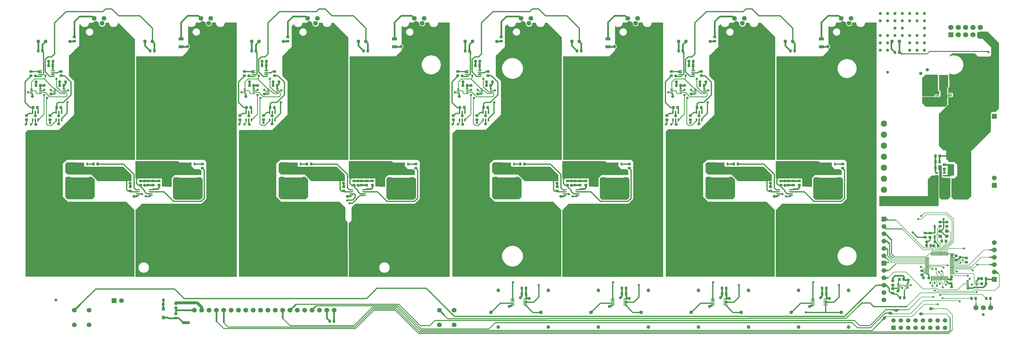
<source format=gbr>
G04 EAGLE Gerber RS-274X export*
G75*
%MOMM*%
%FSLAX34Y34*%
%LPD*%
%INTop Copper*%
%IPPOS*%
%AMOC8*
5,1,8,0,0,1.08239X$1,22.5*%
G01*
%ADD10R,1.041400X0.812800*%
%ADD11R,0.812800X1.041400*%
%ADD12R,1.780000X1.070000*%
%ADD13R,1.070000X1.780000*%
%ADD14R,0.800000X1.150000*%
%ADD15R,1.120000X1.240000*%
%ADD16C,1.665000*%
%ADD17R,1.050000X0.550000*%
%ADD18R,0.850000X0.300000*%
%ADD19R,1.400000X0.450000*%
%ADD20R,0.300000X1.475000*%
%ADD21R,1.475000X0.300000*%
%ADD22C,1.755000*%
%ADD23C,1.270000*%
%ADD24C,1.625600*%
%ADD25R,1.800000X1.800000*%
%ADD26C,1.800000*%
%ADD27R,1.651000X1.651000*%
%ADD28C,1.651000*%
%ADD29R,2.300000X4.000000*%
%ADD30C,2.159000*%
%ADD31R,0.550000X1.050000*%
%ADD32R,0.500000X0.500000*%
%ADD33R,0.500000X1.100000*%
%ADD34R,0.600000X0.800000*%
%ADD35R,4.410000X3.750000*%
%ADD36R,3.200000X0.600000*%
%ADD37C,1.269000*%
%ADD38R,6.500000X1.350000*%
%ADD39C,1.635000*%
%ADD40R,1.524000X1.524000*%
%ADD41C,1.524000*%
%ADD42R,1.300000X1.100000*%
%ADD43C,1.000000*%
%ADD44C,0.406400*%
%ADD45C,0.812800*%
%ADD46C,0.304800*%
%ADD47C,0.203200*%
%ADD48C,0.508000*%
%ADD49C,0.279400*%
%ADD50C,1.146403*%
%ADD51C,0.711200*%
%ADD52C,0.609600*%
%ADD53C,1.041400*%
%ADD54C,1.016000*%
%ADD55C,0.914400*%
%ADD56C,2.032000*%

G36*
X750292Y206387D02*
X750292Y206387D01*
X750358Y206389D01*
X750402Y206407D01*
X750448Y206415D01*
X750505Y206449D01*
X750566Y206474D01*
X750601Y206505D01*
X750641Y206530D01*
X750683Y206581D01*
X750731Y206625D01*
X750753Y206667D01*
X750783Y206704D01*
X750804Y206766D01*
X750834Y206825D01*
X750842Y206879D01*
X750855Y206916D01*
X750853Y206956D01*
X750862Y207010D01*
X750862Y1085342D01*
X750850Y1085407D01*
X750848Y1085473D01*
X750830Y1085516D01*
X750822Y1085563D01*
X750788Y1085620D01*
X750764Y1085680D01*
X750732Y1085715D01*
X750708Y1085756D01*
X750657Y1085798D01*
X750612Y1085846D01*
X750570Y1085868D01*
X750534Y1085897D01*
X750471Y1085918D01*
X750413Y1085949D01*
X750358Y1085957D01*
X750321Y1085969D01*
X750282Y1085968D01*
X750227Y1085976D01*
X710311Y1085976D01*
X710246Y1085965D01*
X710180Y1085963D01*
X710137Y1085945D01*
X710090Y1085937D01*
X710033Y1085903D01*
X709973Y1085878D01*
X709938Y1085847D01*
X709897Y1085822D01*
X709855Y1085771D01*
X709807Y1085727D01*
X709785Y1085685D01*
X709756Y1085648D01*
X709735Y1085586D01*
X709704Y1085527D01*
X709696Y1085473D01*
X709684Y1085436D01*
X709685Y1085396D01*
X709677Y1085342D01*
X709677Y1082818D01*
X707356Y1077217D01*
X703069Y1072930D01*
X697468Y1070609D01*
X691404Y1070609D01*
X685803Y1072930D01*
X681516Y1077217D01*
X679195Y1082818D01*
X679195Y1085342D01*
X679184Y1085407D01*
X679182Y1085473D01*
X679164Y1085516D01*
X679156Y1085563D01*
X679122Y1085620D01*
X679097Y1085680D01*
X679066Y1085715D01*
X679041Y1085756D01*
X678990Y1085798D01*
X678946Y1085846D01*
X678904Y1085868D01*
X678867Y1085897D01*
X678805Y1085918D01*
X678746Y1085949D01*
X678692Y1085957D01*
X678655Y1085969D01*
X678615Y1085968D01*
X678561Y1085976D01*
X665861Y1085976D01*
X665796Y1085965D01*
X665730Y1085963D01*
X665687Y1085945D01*
X665640Y1085937D01*
X665583Y1085903D01*
X665523Y1085878D01*
X665488Y1085847D01*
X665447Y1085822D01*
X665405Y1085771D01*
X665357Y1085727D01*
X665335Y1085685D01*
X665306Y1085648D01*
X665285Y1085586D01*
X665254Y1085527D01*
X665246Y1085473D01*
X665234Y1085436D01*
X665235Y1085396D01*
X665227Y1085342D01*
X665227Y1081289D01*
X663680Y1077554D01*
X660822Y1074696D01*
X657087Y1073149D01*
X653045Y1073149D01*
X649310Y1074696D01*
X646452Y1077554D01*
X644905Y1081289D01*
X644905Y1085342D01*
X644894Y1085407D01*
X644892Y1085473D01*
X644874Y1085516D01*
X644866Y1085563D01*
X644832Y1085620D01*
X644807Y1085680D01*
X644776Y1085715D01*
X644751Y1085756D01*
X644700Y1085798D01*
X644656Y1085846D01*
X644614Y1085868D01*
X644577Y1085897D01*
X644515Y1085918D01*
X644456Y1085949D01*
X644402Y1085957D01*
X644365Y1085969D01*
X644325Y1085968D01*
X644271Y1085976D01*
X610235Y1085976D01*
X610170Y1085965D01*
X610104Y1085963D01*
X610061Y1085945D01*
X610014Y1085937D01*
X609957Y1085903D01*
X609897Y1085878D01*
X609862Y1085847D01*
X609821Y1085822D01*
X609779Y1085771D01*
X609731Y1085727D01*
X609709Y1085685D01*
X609680Y1085648D01*
X609659Y1085586D01*
X609628Y1085527D01*
X609620Y1085473D01*
X609608Y1085436D01*
X609609Y1085396D01*
X609601Y1085342D01*
X609601Y1082818D01*
X607280Y1077217D01*
X602993Y1072930D01*
X597392Y1070609D01*
X591328Y1070609D01*
X585727Y1072930D01*
X584395Y1074262D01*
X584321Y1074313D01*
X584252Y1074369D01*
X584230Y1074376D01*
X584210Y1074390D01*
X584124Y1074412D01*
X584040Y1074441D01*
X584016Y1074440D01*
X583993Y1074446D01*
X583904Y1074437D01*
X583815Y1074434D01*
X583793Y1074425D01*
X583770Y1074423D01*
X583690Y1074383D01*
X583608Y1074350D01*
X583590Y1074334D01*
X583569Y1074323D01*
X583508Y1074258D01*
X583442Y1074198D01*
X583431Y1074177D01*
X583415Y1074160D01*
X583380Y1074078D01*
X583339Y1073999D01*
X583336Y1073973D01*
X583327Y1073953D01*
X583325Y1073903D01*
X583312Y1073813D01*
X583312Y1011444D01*
X583321Y1011391D01*
X583321Y1011337D01*
X583341Y1011281D01*
X583351Y1011223D01*
X583379Y1011177D01*
X583397Y1011126D01*
X583436Y1011081D01*
X583466Y1011030D01*
X583508Y1010996D01*
X583543Y1010955D01*
X583604Y1010918D01*
X583640Y1010889D01*
X583669Y1010879D01*
X583703Y1010858D01*
X586058Y1009883D01*
X588243Y1007698D01*
X589425Y1004845D01*
X589425Y1001755D01*
X588243Y998902D01*
X586058Y996717D01*
X583703Y995742D01*
X583658Y995713D01*
X583608Y995692D01*
X583564Y995653D01*
X583514Y995621D01*
X583482Y995577D01*
X583442Y995541D01*
X583415Y995488D01*
X583380Y995441D01*
X583364Y995389D01*
X583339Y995341D01*
X583329Y995271D01*
X583316Y995226D01*
X583318Y995196D01*
X583312Y995156D01*
X583312Y989085D01*
X563109Y968882D01*
X404368Y968882D01*
X404303Y968871D01*
X404237Y968869D01*
X404194Y968851D01*
X404147Y968843D01*
X404090Y968809D01*
X404030Y968784D01*
X403995Y968753D01*
X403954Y968728D01*
X403913Y968677D01*
X403864Y968633D01*
X403842Y968591D01*
X403813Y968554D01*
X403792Y968492D01*
X403761Y968433D01*
X403753Y968379D01*
X403741Y968342D01*
X403742Y968302D01*
X403734Y968248D01*
X403734Y611378D01*
X403745Y611313D01*
X403747Y611247D01*
X403765Y611204D01*
X403773Y611157D01*
X403807Y611100D01*
X403832Y611040D01*
X403863Y611005D01*
X403888Y610964D01*
X403939Y610923D01*
X403983Y610874D01*
X404025Y610852D01*
X404062Y610823D01*
X404124Y610802D01*
X404183Y610771D01*
X404237Y610763D01*
X404274Y610751D01*
X404314Y610752D01*
X404368Y610744D01*
X639817Y610744D01*
X645796Y604765D01*
X645796Y476513D01*
X628895Y459612D01*
X424180Y459612D01*
X424138Y459605D01*
X424096Y459607D01*
X424029Y459585D01*
X423959Y459573D01*
X423923Y459551D01*
X423882Y459538D01*
X423809Y459484D01*
X423766Y459458D01*
X423753Y459442D01*
X423732Y459426D01*
X401634Y437328D01*
X401609Y437294D01*
X401578Y437265D01*
X401546Y437202D01*
X401505Y437144D01*
X401495Y437103D01*
X401475Y437065D01*
X401462Y436976D01*
X401450Y436927D01*
X401452Y436906D01*
X401448Y436880D01*
X401448Y207010D01*
X401459Y206945D01*
X401461Y206879D01*
X401479Y206836D01*
X401487Y206789D01*
X401521Y206732D01*
X401546Y206672D01*
X401577Y206637D01*
X401602Y206596D01*
X401653Y206555D01*
X401697Y206506D01*
X401739Y206484D01*
X401776Y206455D01*
X401838Y206434D01*
X401897Y206403D01*
X401951Y206395D01*
X401988Y206383D01*
X402028Y206384D01*
X402082Y206376D01*
X750227Y206376D01*
X750292Y206387D01*
G37*
G36*
X2221714Y206387D02*
X2221714Y206387D01*
X2221780Y206389D01*
X2221824Y206407D01*
X2221870Y206415D01*
X2221927Y206449D01*
X2221988Y206474D01*
X2222023Y206505D01*
X2222063Y206530D01*
X2222105Y206581D01*
X2222153Y206625D01*
X2222175Y206667D01*
X2222205Y206704D01*
X2222226Y206766D01*
X2222256Y206825D01*
X2222264Y206879D01*
X2222277Y206916D01*
X2222275Y206956D01*
X2222284Y207010D01*
X2222284Y1085342D01*
X2222272Y1085407D01*
X2222270Y1085473D01*
X2222252Y1085516D01*
X2222244Y1085563D01*
X2222210Y1085620D01*
X2222186Y1085680D01*
X2222154Y1085715D01*
X2222130Y1085756D01*
X2222079Y1085798D01*
X2222034Y1085846D01*
X2221992Y1085868D01*
X2221956Y1085897D01*
X2221893Y1085918D01*
X2221835Y1085949D01*
X2221780Y1085957D01*
X2221743Y1085969D01*
X2221704Y1085968D01*
X2221649Y1085976D01*
X2183511Y1085976D01*
X2183446Y1085965D01*
X2183380Y1085963D01*
X2183337Y1085945D01*
X2183290Y1085937D01*
X2183233Y1085903D01*
X2183173Y1085878D01*
X2183138Y1085847D01*
X2183097Y1085822D01*
X2183055Y1085771D01*
X2183007Y1085727D01*
X2182985Y1085685D01*
X2182956Y1085648D01*
X2182935Y1085586D01*
X2182904Y1085527D01*
X2182896Y1085473D01*
X2182884Y1085436D01*
X2182885Y1085396D01*
X2182877Y1085342D01*
X2182877Y1082818D01*
X2180556Y1077217D01*
X2176269Y1072930D01*
X2170668Y1070609D01*
X2164604Y1070609D01*
X2159003Y1072930D01*
X2154716Y1077217D01*
X2152395Y1082818D01*
X2152395Y1085342D01*
X2152384Y1085407D01*
X2152382Y1085473D01*
X2152364Y1085516D01*
X2152356Y1085563D01*
X2152322Y1085620D01*
X2152297Y1085680D01*
X2152266Y1085715D01*
X2152241Y1085756D01*
X2152190Y1085798D01*
X2152146Y1085846D01*
X2152104Y1085868D01*
X2152067Y1085897D01*
X2152005Y1085918D01*
X2151946Y1085949D01*
X2151892Y1085957D01*
X2151855Y1085969D01*
X2151815Y1085968D01*
X2151761Y1085976D01*
X2139061Y1085976D01*
X2138996Y1085965D01*
X2138930Y1085963D01*
X2138887Y1085945D01*
X2138840Y1085937D01*
X2138783Y1085903D01*
X2138723Y1085878D01*
X2138688Y1085847D01*
X2138647Y1085822D01*
X2138605Y1085771D01*
X2138557Y1085727D01*
X2138535Y1085685D01*
X2138506Y1085648D01*
X2138485Y1085586D01*
X2138454Y1085527D01*
X2138446Y1085473D01*
X2138434Y1085436D01*
X2138435Y1085396D01*
X2138427Y1085342D01*
X2138427Y1081289D01*
X2136880Y1077554D01*
X2134022Y1074696D01*
X2130287Y1073149D01*
X2126245Y1073149D01*
X2122510Y1074696D01*
X2119652Y1077554D01*
X2118105Y1081289D01*
X2118105Y1085342D01*
X2118094Y1085407D01*
X2118092Y1085473D01*
X2118074Y1085516D01*
X2118066Y1085563D01*
X2118032Y1085620D01*
X2118007Y1085680D01*
X2117976Y1085715D01*
X2117951Y1085756D01*
X2117900Y1085798D01*
X2117856Y1085846D01*
X2117814Y1085868D01*
X2117777Y1085897D01*
X2117715Y1085918D01*
X2117656Y1085949D01*
X2117602Y1085957D01*
X2117565Y1085969D01*
X2117525Y1085968D01*
X2117471Y1085976D01*
X2083435Y1085976D01*
X2083370Y1085965D01*
X2083304Y1085963D01*
X2083261Y1085945D01*
X2083214Y1085937D01*
X2083157Y1085903D01*
X2083097Y1085878D01*
X2083062Y1085847D01*
X2083021Y1085822D01*
X2082979Y1085771D01*
X2082931Y1085727D01*
X2082909Y1085685D01*
X2082880Y1085648D01*
X2082859Y1085586D01*
X2082828Y1085527D01*
X2082820Y1085473D01*
X2082808Y1085436D01*
X2082809Y1085396D01*
X2082801Y1085342D01*
X2082801Y1082818D01*
X2080480Y1077217D01*
X2076193Y1072930D01*
X2070592Y1070609D01*
X2064528Y1070609D01*
X2058927Y1072930D01*
X2057595Y1074262D01*
X2057521Y1074313D01*
X2057452Y1074369D01*
X2057430Y1074376D01*
X2057410Y1074390D01*
X2057324Y1074412D01*
X2057240Y1074441D01*
X2057216Y1074440D01*
X2057193Y1074446D01*
X2057104Y1074437D01*
X2057015Y1074434D01*
X2056993Y1074425D01*
X2056970Y1074423D01*
X2056890Y1074383D01*
X2056808Y1074350D01*
X2056790Y1074334D01*
X2056769Y1074323D01*
X2056708Y1074258D01*
X2056642Y1074198D01*
X2056631Y1074177D01*
X2056615Y1074160D01*
X2056580Y1074078D01*
X2056539Y1073999D01*
X2056536Y1073973D01*
X2056527Y1073953D01*
X2056525Y1073903D01*
X2056512Y1073813D01*
X2056512Y1011444D01*
X2056521Y1011391D01*
X2056521Y1011337D01*
X2056541Y1011281D01*
X2056551Y1011223D01*
X2056579Y1011177D01*
X2056597Y1011126D01*
X2056636Y1011081D01*
X2056666Y1011030D01*
X2056708Y1010996D01*
X2056743Y1010955D01*
X2056804Y1010918D01*
X2056840Y1010889D01*
X2056869Y1010879D01*
X2056903Y1010858D01*
X2059258Y1009883D01*
X2061443Y1007698D01*
X2062625Y1004845D01*
X2062625Y1001755D01*
X2061443Y998902D01*
X2059258Y996717D01*
X2056903Y995742D01*
X2056858Y995713D01*
X2056808Y995692D01*
X2056764Y995653D01*
X2056714Y995621D01*
X2056682Y995577D01*
X2056642Y995541D01*
X2056615Y995488D01*
X2056580Y995441D01*
X2056564Y995389D01*
X2056539Y995341D01*
X2056529Y995271D01*
X2056516Y995226D01*
X2056518Y995196D01*
X2056512Y995156D01*
X2056512Y989085D01*
X2036309Y968882D01*
X1877568Y968882D01*
X1877503Y968871D01*
X1877437Y968869D01*
X1877394Y968851D01*
X1877347Y968843D01*
X1877290Y968809D01*
X1877230Y968784D01*
X1877195Y968753D01*
X1877154Y968728D01*
X1877113Y968677D01*
X1877064Y968633D01*
X1877042Y968591D01*
X1877013Y968554D01*
X1876992Y968492D01*
X1876961Y968433D01*
X1876953Y968379D01*
X1876941Y968342D01*
X1876942Y968302D01*
X1876934Y968248D01*
X1876934Y611378D01*
X1876945Y611313D01*
X1876947Y611247D01*
X1876965Y611204D01*
X1876973Y611157D01*
X1877007Y611100D01*
X1877032Y611040D01*
X1877063Y611005D01*
X1877088Y610964D01*
X1877139Y610923D01*
X1877183Y610874D01*
X1877225Y610852D01*
X1877262Y610823D01*
X1877324Y610802D01*
X1877383Y610771D01*
X1877437Y610763D01*
X1877474Y610751D01*
X1877514Y610752D01*
X1877568Y610744D01*
X2113017Y610744D01*
X2118996Y604765D01*
X2118996Y476513D01*
X2102095Y459612D01*
X1897380Y459612D01*
X1897338Y459605D01*
X1897296Y459607D01*
X1897229Y459585D01*
X1897159Y459573D01*
X1897123Y459551D01*
X1897082Y459538D01*
X1897009Y459484D01*
X1896966Y459458D01*
X1896953Y459442D01*
X1896932Y459426D01*
X1874834Y437328D01*
X1874809Y437294D01*
X1874778Y437265D01*
X1874746Y437202D01*
X1874705Y437144D01*
X1874695Y437103D01*
X1874675Y437065D01*
X1874662Y436976D01*
X1874650Y436927D01*
X1874652Y436906D01*
X1874648Y436880D01*
X1874648Y207010D01*
X1874659Y206945D01*
X1874661Y206879D01*
X1874679Y206836D01*
X1874687Y206789D01*
X1874721Y206732D01*
X1874746Y206672D01*
X1874777Y206637D01*
X1874802Y206596D01*
X1874853Y206555D01*
X1874897Y206506D01*
X1874939Y206484D01*
X1874976Y206455D01*
X1875038Y206434D01*
X1875097Y206403D01*
X1875151Y206395D01*
X1875188Y206383D01*
X1875228Y206384D01*
X1875282Y206376D01*
X2221649Y206376D01*
X2221714Y206387D01*
G37*
G36*
X2958314Y206387D02*
X2958314Y206387D01*
X2958380Y206389D01*
X2958424Y206407D01*
X2958470Y206415D01*
X2958527Y206449D01*
X2958588Y206474D01*
X2958623Y206505D01*
X2958663Y206530D01*
X2958705Y206581D01*
X2958753Y206625D01*
X2958775Y206667D01*
X2958805Y206704D01*
X2958826Y206766D01*
X2958856Y206825D01*
X2958864Y206879D01*
X2958877Y206916D01*
X2958875Y206956D01*
X2958884Y207010D01*
X2958884Y1085342D01*
X2958872Y1085407D01*
X2958870Y1085473D01*
X2958852Y1085516D01*
X2958844Y1085563D01*
X2958810Y1085620D01*
X2958786Y1085680D01*
X2958754Y1085715D01*
X2958730Y1085756D01*
X2958679Y1085798D01*
X2958634Y1085846D01*
X2958592Y1085868D01*
X2958556Y1085897D01*
X2958493Y1085918D01*
X2958435Y1085949D01*
X2958380Y1085957D01*
X2958343Y1085969D01*
X2958304Y1085968D01*
X2958249Y1085976D01*
X2920111Y1085976D01*
X2920046Y1085965D01*
X2919980Y1085963D01*
X2919937Y1085945D01*
X2919890Y1085937D01*
X2919833Y1085903D01*
X2919773Y1085878D01*
X2919738Y1085847D01*
X2919697Y1085822D01*
X2919655Y1085771D01*
X2919607Y1085727D01*
X2919585Y1085685D01*
X2919556Y1085648D01*
X2919535Y1085586D01*
X2919504Y1085527D01*
X2919496Y1085473D01*
X2919484Y1085436D01*
X2919485Y1085396D01*
X2919477Y1085342D01*
X2919477Y1082818D01*
X2917156Y1077217D01*
X2912869Y1072930D01*
X2907268Y1070609D01*
X2901204Y1070609D01*
X2895603Y1072930D01*
X2891316Y1077217D01*
X2888995Y1082818D01*
X2888995Y1085342D01*
X2888984Y1085407D01*
X2888982Y1085473D01*
X2888964Y1085516D01*
X2888956Y1085563D01*
X2888922Y1085620D01*
X2888897Y1085680D01*
X2888866Y1085715D01*
X2888841Y1085756D01*
X2888790Y1085798D01*
X2888746Y1085846D01*
X2888704Y1085868D01*
X2888667Y1085897D01*
X2888605Y1085918D01*
X2888546Y1085949D01*
X2888492Y1085957D01*
X2888455Y1085969D01*
X2888415Y1085968D01*
X2888361Y1085976D01*
X2875661Y1085976D01*
X2875596Y1085965D01*
X2875530Y1085963D01*
X2875487Y1085945D01*
X2875440Y1085937D01*
X2875383Y1085903D01*
X2875323Y1085878D01*
X2875288Y1085847D01*
X2875247Y1085822D01*
X2875205Y1085771D01*
X2875157Y1085727D01*
X2875135Y1085685D01*
X2875106Y1085648D01*
X2875085Y1085586D01*
X2875054Y1085527D01*
X2875046Y1085473D01*
X2875034Y1085436D01*
X2875035Y1085396D01*
X2875027Y1085342D01*
X2875027Y1081289D01*
X2873480Y1077554D01*
X2870622Y1074696D01*
X2866887Y1073149D01*
X2862845Y1073149D01*
X2859110Y1074696D01*
X2856252Y1077554D01*
X2854705Y1081289D01*
X2854705Y1085342D01*
X2854694Y1085407D01*
X2854692Y1085473D01*
X2854674Y1085516D01*
X2854666Y1085563D01*
X2854632Y1085620D01*
X2854607Y1085680D01*
X2854576Y1085715D01*
X2854551Y1085756D01*
X2854500Y1085798D01*
X2854456Y1085846D01*
X2854414Y1085868D01*
X2854377Y1085897D01*
X2854315Y1085918D01*
X2854256Y1085949D01*
X2854202Y1085957D01*
X2854165Y1085969D01*
X2854125Y1085968D01*
X2854071Y1085976D01*
X2820035Y1085976D01*
X2819970Y1085965D01*
X2819904Y1085963D01*
X2819861Y1085945D01*
X2819814Y1085937D01*
X2819757Y1085903D01*
X2819697Y1085878D01*
X2819662Y1085847D01*
X2819621Y1085822D01*
X2819579Y1085771D01*
X2819531Y1085727D01*
X2819509Y1085685D01*
X2819480Y1085648D01*
X2819459Y1085586D01*
X2819428Y1085527D01*
X2819420Y1085473D01*
X2819408Y1085436D01*
X2819409Y1085396D01*
X2819401Y1085342D01*
X2819401Y1082818D01*
X2817080Y1077217D01*
X2812793Y1072930D01*
X2807192Y1070609D01*
X2801128Y1070609D01*
X2795527Y1072930D01*
X2794195Y1074262D01*
X2794121Y1074313D01*
X2794052Y1074369D01*
X2794030Y1074376D01*
X2794010Y1074390D01*
X2793924Y1074412D01*
X2793840Y1074441D01*
X2793816Y1074440D01*
X2793793Y1074446D01*
X2793704Y1074437D01*
X2793615Y1074434D01*
X2793593Y1074425D01*
X2793570Y1074423D01*
X2793490Y1074383D01*
X2793408Y1074350D01*
X2793390Y1074334D01*
X2793369Y1074323D01*
X2793308Y1074258D01*
X2793242Y1074198D01*
X2793231Y1074177D01*
X2793215Y1074160D01*
X2793180Y1074078D01*
X2793139Y1073999D01*
X2793136Y1073973D01*
X2793127Y1073953D01*
X2793125Y1073903D01*
X2793112Y1073813D01*
X2793112Y1011444D01*
X2793121Y1011391D01*
X2793121Y1011337D01*
X2793141Y1011281D01*
X2793151Y1011223D01*
X2793179Y1011177D01*
X2793197Y1011126D01*
X2793236Y1011081D01*
X2793266Y1011030D01*
X2793308Y1010996D01*
X2793343Y1010955D01*
X2793404Y1010918D01*
X2793440Y1010889D01*
X2793469Y1010879D01*
X2793503Y1010858D01*
X2795858Y1009883D01*
X2798043Y1007698D01*
X2799225Y1004845D01*
X2799225Y1001755D01*
X2798043Y998902D01*
X2795858Y996717D01*
X2793503Y995742D01*
X2793458Y995713D01*
X2793408Y995692D01*
X2793364Y995652D01*
X2793314Y995621D01*
X2793282Y995577D01*
X2793242Y995541D01*
X2793215Y995488D01*
X2793180Y995441D01*
X2793164Y995389D01*
X2793139Y995341D01*
X2793129Y995271D01*
X2793116Y995226D01*
X2793118Y995196D01*
X2793112Y995156D01*
X2793112Y989085D01*
X2772909Y968882D01*
X2614168Y968882D01*
X2614103Y968871D01*
X2614037Y968869D01*
X2613994Y968851D01*
X2613947Y968843D01*
X2613890Y968809D01*
X2613830Y968784D01*
X2613795Y968753D01*
X2613754Y968728D01*
X2613713Y968677D01*
X2613664Y968633D01*
X2613642Y968591D01*
X2613613Y968554D01*
X2613592Y968492D01*
X2613561Y968433D01*
X2613553Y968379D01*
X2613541Y968342D01*
X2613542Y968302D01*
X2613534Y968248D01*
X2613534Y611378D01*
X2613545Y611313D01*
X2613547Y611247D01*
X2613565Y611204D01*
X2613573Y611157D01*
X2613607Y611100D01*
X2613632Y611040D01*
X2613663Y611005D01*
X2613688Y610964D01*
X2613739Y610923D01*
X2613783Y610874D01*
X2613825Y610852D01*
X2613862Y610823D01*
X2613924Y610802D01*
X2613983Y610771D01*
X2614037Y610763D01*
X2614074Y610751D01*
X2614114Y610752D01*
X2614168Y610744D01*
X2849617Y610744D01*
X2855596Y604765D01*
X2855596Y476513D01*
X2838695Y459612D01*
X2633980Y459612D01*
X2633938Y459605D01*
X2633896Y459607D01*
X2633829Y459585D01*
X2633759Y459573D01*
X2633723Y459551D01*
X2633682Y459538D01*
X2633609Y459484D01*
X2633566Y459458D01*
X2633553Y459442D01*
X2633532Y459426D01*
X2611434Y437328D01*
X2611409Y437294D01*
X2611378Y437265D01*
X2611346Y437202D01*
X2611305Y437144D01*
X2611295Y437103D01*
X2611275Y437065D01*
X2611262Y436976D01*
X2611250Y436927D01*
X2611252Y436906D01*
X2611248Y436880D01*
X2611248Y207010D01*
X2611259Y206945D01*
X2611261Y206879D01*
X2611279Y206836D01*
X2611287Y206789D01*
X2611321Y206732D01*
X2611346Y206672D01*
X2611377Y206637D01*
X2611402Y206596D01*
X2611453Y206555D01*
X2611497Y206506D01*
X2611539Y206484D01*
X2611576Y206455D01*
X2611638Y206434D01*
X2611697Y206403D01*
X2611751Y206395D01*
X2611788Y206383D01*
X2611828Y206384D01*
X2611882Y206376D01*
X2958249Y206376D01*
X2958314Y206387D01*
G37*
G36*
X1485114Y206387D02*
X1485114Y206387D01*
X1485180Y206389D01*
X1485224Y206407D01*
X1485270Y206415D01*
X1485327Y206449D01*
X1485388Y206474D01*
X1485423Y206505D01*
X1485463Y206530D01*
X1485505Y206581D01*
X1485553Y206625D01*
X1485575Y206667D01*
X1485605Y206704D01*
X1485626Y206766D01*
X1485656Y206825D01*
X1485664Y206879D01*
X1485677Y206916D01*
X1485675Y206956D01*
X1485684Y207010D01*
X1485684Y1085342D01*
X1485672Y1085407D01*
X1485670Y1085473D01*
X1485652Y1085516D01*
X1485644Y1085563D01*
X1485610Y1085620D01*
X1485586Y1085680D01*
X1485554Y1085715D01*
X1485530Y1085756D01*
X1485479Y1085798D01*
X1485434Y1085846D01*
X1485392Y1085868D01*
X1485356Y1085897D01*
X1485293Y1085918D01*
X1485235Y1085949D01*
X1485180Y1085957D01*
X1485143Y1085969D01*
X1485104Y1085968D01*
X1485049Y1085976D01*
X1446911Y1085976D01*
X1446846Y1085965D01*
X1446780Y1085963D01*
X1446737Y1085945D01*
X1446690Y1085937D01*
X1446633Y1085903D01*
X1446573Y1085878D01*
X1446538Y1085847D01*
X1446497Y1085822D01*
X1446455Y1085771D01*
X1446407Y1085727D01*
X1446385Y1085685D01*
X1446356Y1085648D01*
X1446335Y1085586D01*
X1446304Y1085527D01*
X1446296Y1085473D01*
X1446284Y1085436D01*
X1446285Y1085396D01*
X1446277Y1085342D01*
X1446277Y1082818D01*
X1443956Y1077217D01*
X1439669Y1072930D01*
X1434068Y1070609D01*
X1428004Y1070609D01*
X1422403Y1072930D01*
X1418116Y1077217D01*
X1415795Y1082818D01*
X1415795Y1085342D01*
X1415784Y1085407D01*
X1415782Y1085473D01*
X1415764Y1085516D01*
X1415756Y1085563D01*
X1415722Y1085620D01*
X1415697Y1085680D01*
X1415666Y1085715D01*
X1415641Y1085756D01*
X1415590Y1085798D01*
X1415546Y1085846D01*
X1415504Y1085868D01*
X1415467Y1085897D01*
X1415405Y1085918D01*
X1415346Y1085949D01*
X1415292Y1085957D01*
X1415255Y1085969D01*
X1415215Y1085968D01*
X1415161Y1085976D01*
X1402461Y1085976D01*
X1402396Y1085965D01*
X1402330Y1085963D01*
X1402287Y1085945D01*
X1402240Y1085937D01*
X1402183Y1085903D01*
X1402123Y1085878D01*
X1402088Y1085847D01*
X1402047Y1085822D01*
X1402005Y1085771D01*
X1401957Y1085727D01*
X1401935Y1085685D01*
X1401906Y1085648D01*
X1401885Y1085586D01*
X1401854Y1085527D01*
X1401846Y1085473D01*
X1401834Y1085436D01*
X1401835Y1085396D01*
X1401827Y1085342D01*
X1401827Y1081289D01*
X1400280Y1077554D01*
X1397422Y1074696D01*
X1393687Y1073149D01*
X1389645Y1073149D01*
X1385910Y1074696D01*
X1383052Y1077554D01*
X1381505Y1081289D01*
X1381505Y1085342D01*
X1381494Y1085407D01*
X1381492Y1085473D01*
X1381474Y1085516D01*
X1381466Y1085563D01*
X1381432Y1085620D01*
X1381407Y1085680D01*
X1381376Y1085715D01*
X1381351Y1085756D01*
X1381300Y1085798D01*
X1381256Y1085846D01*
X1381214Y1085868D01*
X1381177Y1085897D01*
X1381115Y1085918D01*
X1381056Y1085949D01*
X1381002Y1085957D01*
X1380965Y1085969D01*
X1380925Y1085968D01*
X1380871Y1085976D01*
X1346835Y1085976D01*
X1346770Y1085965D01*
X1346704Y1085963D01*
X1346661Y1085945D01*
X1346614Y1085937D01*
X1346557Y1085903D01*
X1346497Y1085878D01*
X1346462Y1085847D01*
X1346421Y1085822D01*
X1346379Y1085771D01*
X1346331Y1085727D01*
X1346309Y1085685D01*
X1346280Y1085648D01*
X1346259Y1085586D01*
X1346228Y1085527D01*
X1346220Y1085473D01*
X1346208Y1085436D01*
X1346209Y1085396D01*
X1346201Y1085342D01*
X1346201Y1082818D01*
X1343880Y1077217D01*
X1339593Y1072930D01*
X1333992Y1070609D01*
X1327928Y1070609D01*
X1322327Y1072930D01*
X1320995Y1074262D01*
X1320921Y1074313D01*
X1320852Y1074369D01*
X1320830Y1074376D01*
X1320810Y1074390D01*
X1320724Y1074412D01*
X1320640Y1074441D01*
X1320616Y1074440D01*
X1320593Y1074446D01*
X1320504Y1074437D01*
X1320415Y1074434D01*
X1320393Y1074425D01*
X1320370Y1074423D01*
X1320290Y1074383D01*
X1320208Y1074350D01*
X1320190Y1074334D01*
X1320169Y1074323D01*
X1320108Y1074258D01*
X1320042Y1074198D01*
X1320031Y1074177D01*
X1320015Y1074160D01*
X1319980Y1074078D01*
X1319939Y1073999D01*
X1319936Y1073973D01*
X1319927Y1073953D01*
X1319925Y1073903D01*
X1319912Y1073813D01*
X1319912Y1011444D01*
X1319921Y1011391D01*
X1319921Y1011337D01*
X1319941Y1011281D01*
X1319951Y1011223D01*
X1319979Y1011177D01*
X1319997Y1011126D01*
X1320036Y1011081D01*
X1320066Y1011030D01*
X1320108Y1010996D01*
X1320143Y1010955D01*
X1320204Y1010918D01*
X1320240Y1010889D01*
X1320269Y1010879D01*
X1320303Y1010858D01*
X1322658Y1009883D01*
X1324843Y1007698D01*
X1326025Y1004845D01*
X1326025Y1001755D01*
X1324843Y998902D01*
X1322658Y996717D01*
X1320303Y995742D01*
X1320258Y995713D01*
X1320208Y995692D01*
X1320164Y995653D01*
X1320114Y995621D01*
X1320082Y995577D01*
X1320042Y995541D01*
X1320015Y995488D01*
X1319980Y995441D01*
X1319964Y995389D01*
X1319939Y995341D01*
X1319929Y995271D01*
X1319916Y995226D01*
X1319918Y995196D01*
X1319912Y995156D01*
X1319912Y989085D01*
X1299709Y968882D01*
X1140968Y968882D01*
X1140903Y968871D01*
X1140837Y968869D01*
X1140794Y968851D01*
X1140747Y968843D01*
X1140690Y968809D01*
X1140630Y968784D01*
X1140595Y968753D01*
X1140554Y968728D01*
X1140513Y968677D01*
X1140464Y968633D01*
X1140442Y968591D01*
X1140413Y968554D01*
X1140392Y968492D01*
X1140361Y968433D01*
X1140353Y968379D01*
X1140341Y968342D01*
X1140342Y968302D01*
X1140334Y968248D01*
X1140334Y611378D01*
X1140345Y611313D01*
X1140347Y611247D01*
X1140365Y611204D01*
X1140373Y611157D01*
X1140407Y611100D01*
X1140432Y611040D01*
X1140463Y611005D01*
X1140488Y610964D01*
X1140539Y610923D01*
X1140583Y610874D01*
X1140625Y610852D01*
X1140662Y610823D01*
X1140724Y610802D01*
X1140783Y610771D01*
X1140837Y610763D01*
X1140874Y610751D01*
X1140914Y610752D01*
X1140968Y610744D01*
X1376417Y610744D01*
X1382396Y604765D01*
X1382396Y476513D01*
X1365495Y459612D01*
X1160780Y459612D01*
X1160738Y459605D01*
X1160696Y459607D01*
X1160629Y459585D01*
X1160559Y459573D01*
X1160523Y459551D01*
X1160482Y459538D01*
X1160409Y459484D01*
X1160366Y459458D01*
X1160353Y459442D01*
X1160332Y459426D01*
X1147632Y446726D01*
X1147607Y446692D01*
X1147576Y446663D01*
X1147544Y446600D01*
X1147503Y446542D01*
X1147493Y446501D01*
X1147473Y446463D01*
X1147460Y446374D01*
X1147448Y446325D01*
X1147450Y446304D01*
X1147446Y446278D01*
X1147446Y401583D01*
X1137439Y391576D01*
X1137414Y391540D01*
X1137382Y391510D01*
X1137350Y391448D01*
X1137311Y391392D01*
X1137300Y391349D01*
X1137280Y391310D01*
X1137267Y391223D01*
X1137255Y391174D01*
X1137257Y391152D01*
X1137253Y391125D01*
X1138048Y207007D01*
X1138059Y206944D01*
X1138061Y206879D01*
X1138080Y206834D01*
X1138088Y206787D01*
X1138121Y206731D01*
X1138146Y206672D01*
X1138178Y206636D01*
X1138203Y206594D01*
X1138254Y206554D01*
X1138297Y206506D01*
X1138340Y206484D01*
X1138378Y206453D01*
X1138439Y206433D01*
X1138497Y206403D01*
X1138553Y206395D01*
X1138591Y206382D01*
X1138629Y206384D01*
X1138682Y206376D01*
X1485049Y206376D01*
X1485114Y206387D01*
G37*
G36*
X2607121Y206895D02*
X2607121Y206895D01*
X2607187Y206897D01*
X2607230Y206915D01*
X2607277Y206923D01*
X2607334Y206957D01*
X2607394Y206982D01*
X2607429Y207013D01*
X2607470Y207038D01*
X2607512Y207089D01*
X2607560Y207133D01*
X2607582Y207175D01*
X2607611Y207212D01*
X2607632Y207274D01*
X2607663Y207333D01*
X2607671Y207387D01*
X2607683Y207424D01*
X2607682Y207464D01*
X2607690Y207518D01*
X2607690Y437769D01*
X2607683Y437811D01*
X2607685Y437853D01*
X2607677Y437878D01*
X2607677Y437881D01*
X2607672Y437894D01*
X2607663Y437920D01*
X2607651Y437990D01*
X2607629Y438026D01*
X2607616Y438067D01*
X2607562Y438140D01*
X2607536Y438183D01*
X2607520Y438196D01*
X2607504Y438217D01*
X2579310Y466411D01*
X2579276Y466436D01*
X2579247Y466467D01*
X2579184Y466499D01*
X2579126Y466540D01*
X2579085Y466550D01*
X2579047Y466570D01*
X2578958Y466583D01*
X2578909Y466596D01*
X2578888Y466593D01*
X2578862Y466597D01*
X2378719Y466597D01*
X2360802Y484514D01*
X2360802Y598759D01*
X2375889Y611125D01*
X2608580Y611125D01*
X2608645Y611136D01*
X2608711Y611138D01*
X2608754Y611156D01*
X2608801Y611164D01*
X2608858Y611198D01*
X2608918Y611223D01*
X2608953Y611254D01*
X2608994Y611279D01*
X2609036Y611330D01*
X2609084Y611374D01*
X2609106Y611416D01*
X2609135Y611453D01*
X2609156Y611515D01*
X2609187Y611574D01*
X2609195Y611628D01*
X2609207Y611665D01*
X2609206Y611705D01*
X2609214Y611759D01*
X2609214Y1036320D01*
X2609207Y1036362D01*
X2609209Y1036404D01*
X2609187Y1036471D01*
X2609175Y1036541D01*
X2609153Y1036577D01*
X2609140Y1036618D01*
X2609086Y1036691D01*
X2609060Y1036734D01*
X2609044Y1036747D01*
X2609028Y1036768D01*
X2560768Y1085028D01*
X2560734Y1085053D01*
X2560705Y1085084D01*
X2560642Y1085116D01*
X2560584Y1085157D01*
X2560543Y1085167D01*
X2560505Y1085187D01*
X2560416Y1085200D01*
X2560367Y1085213D01*
X2560346Y1085210D01*
X2560320Y1085214D01*
X2551811Y1085214D01*
X2551746Y1085203D01*
X2551680Y1085201D01*
X2551637Y1085183D01*
X2551590Y1085175D01*
X2551533Y1085141D01*
X2551473Y1085116D01*
X2551438Y1085085D01*
X2551397Y1085060D01*
X2551355Y1085009D01*
X2551307Y1084965D01*
X2551285Y1084923D01*
X2551256Y1084886D01*
X2551235Y1084824D01*
X2551204Y1084765D01*
X2551196Y1084711D01*
X2551184Y1084674D01*
X2551185Y1084634D01*
X2551177Y1084580D01*
X2551177Y1082818D01*
X2548856Y1077217D01*
X2544569Y1072930D01*
X2538968Y1070609D01*
X2532904Y1070609D01*
X2527303Y1072930D01*
X2523016Y1077217D01*
X2520695Y1082818D01*
X2520695Y1084580D01*
X2520684Y1084645D01*
X2520682Y1084711D01*
X2520664Y1084754D01*
X2520656Y1084801D01*
X2520622Y1084858D01*
X2520597Y1084918D01*
X2520566Y1084953D01*
X2520541Y1084994D01*
X2520490Y1085036D01*
X2520446Y1085084D01*
X2520404Y1085106D01*
X2520367Y1085135D01*
X2520305Y1085156D01*
X2520246Y1085187D01*
X2520192Y1085195D01*
X2520155Y1085207D01*
X2520115Y1085206D01*
X2520061Y1085214D01*
X2508377Y1085214D01*
X2508312Y1085203D01*
X2508246Y1085201D01*
X2508203Y1085183D01*
X2508156Y1085175D01*
X2508099Y1085141D01*
X2508039Y1085116D01*
X2508004Y1085085D01*
X2507963Y1085060D01*
X2507921Y1085009D01*
X2507873Y1084965D01*
X2507851Y1084923D01*
X2507822Y1084886D01*
X2507801Y1084824D01*
X2507770Y1084765D01*
X2507762Y1084711D01*
X2507750Y1084674D01*
X2507751Y1084634D01*
X2507743Y1084580D01*
X2507743Y1081087D01*
X2506041Y1076979D01*
X2502897Y1073835D01*
X2498789Y1072133D01*
X2494343Y1072133D01*
X2490235Y1073835D01*
X2487091Y1076979D01*
X2485389Y1081087D01*
X2485389Y1084580D01*
X2485378Y1084645D01*
X2485376Y1084711D01*
X2485358Y1084754D01*
X2485350Y1084801D01*
X2485316Y1084858D01*
X2485291Y1084918D01*
X2485260Y1084953D01*
X2485235Y1084994D01*
X2485184Y1085036D01*
X2485140Y1085084D01*
X2485098Y1085106D01*
X2485061Y1085135D01*
X2484999Y1085156D01*
X2484940Y1085187D01*
X2484886Y1085195D01*
X2484849Y1085207D01*
X2484809Y1085206D01*
X2484755Y1085214D01*
X2451735Y1085214D01*
X2451670Y1085203D01*
X2451604Y1085201D01*
X2451561Y1085183D01*
X2451514Y1085175D01*
X2451457Y1085141D01*
X2451397Y1085116D01*
X2451362Y1085085D01*
X2451321Y1085060D01*
X2451279Y1085009D01*
X2451231Y1084965D01*
X2451209Y1084923D01*
X2451180Y1084886D01*
X2451159Y1084824D01*
X2451128Y1084765D01*
X2451120Y1084711D01*
X2451108Y1084674D01*
X2451109Y1084634D01*
X2451101Y1084580D01*
X2451101Y1082818D01*
X2448780Y1077217D01*
X2444493Y1072930D01*
X2438892Y1070609D01*
X2432828Y1070609D01*
X2427227Y1072930D01*
X2422940Y1077217D01*
X2421692Y1080229D01*
X2421650Y1080294D01*
X2421616Y1080363D01*
X2421590Y1080388D01*
X2421571Y1080418D01*
X2421509Y1080464D01*
X2421453Y1080517D01*
X2421420Y1080531D01*
X2421391Y1080552D01*
X2421317Y1080574D01*
X2421246Y1080605D01*
X2421210Y1080606D01*
X2421176Y1080616D01*
X2421099Y1080611D01*
X2421022Y1080615D01*
X2420988Y1080604D01*
X2420953Y1080601D01*
X2420882Y1080570D01*
X2420808Y1080546D01*
X2420776Y1080522D01*
X2420748Y1080509D01*
X2420715Y1080477D01*
X2420658Y1080434D01*
X2413314Y1073090D01*
X2413289Y1073056D01*
X2413258Y1073027D01*
X2413227Y1072966D01*
X2413207Y1072941D01*
X2413204Y1072932D01*
X2413185Y1072906D01*
X2413175Y1072865D01*
X2413155Y1072827D01*
X2413145Y1072760D01*
X2413135Y1072729D01*
X2413135Y1072711D01*
X2413130Y1072689D01*
X2413132Y1072668D01*
X2413128Y1072642D01*
X2413128Y1001785D01*
X2384797Y973454D01*
X2382520Y973454D01*
X2382455Y973443D01*
X2382389Y973441D01*
X2382346Y973423D01*
X2382299Y973415D01*
X2382242Y973381D01*
X2382182Y973356D01*
X2382147Y973325D01*
X2382106Y973300D01*
X2382065Y973249D01*
X2382016Y973205D01*
X2381994Y973163D01*
X2381965Y973126D01*
X2381944Y973064D01*
X2381913Y973005D01*
X2381905Y972951D01*
X2381893Y972914D01*
X2381894Y972874D01*
X2381886Y972820D01*
X2381886Y901700D01*
X2381893Y901658D01*
X2381891Y901616D01*
X2381913Y901549D01*
X2381925Y901479D01*
X2381947Y901443D01*
X2381960Y901402D01*
X2382014Y901329D01*
X2382040Y901286D01*
X2382056Y901273D01*
X2382072Y901252D01*
X2399666Y883657D01*
X2399666Y767343D01*
X2348983Y716660D01*
X2240026Y716660D01*
X2239984Y716653D01*
X2239942Y716655D01*
X2239875Y716633D01*
X2239805Y716621D01*
X2239769Y716599D01*
X2239728Y716586D01*
X2239655Y716532D01*
X2239612Y716506D01*
X2239599Y716490D01*
X2239578Y716474D01*
X2232212Y709108D01*
X2232187Y709074D01*
X2232156Y709045D01*
X2232124Y708982D01*
X2232083Y708924D01*
X2232073Y708883D01*
X2232053Y708845D01*
X2232040Y708756D01*
X2232028Y708707D01*
X2232030Y708686D01*
X2232026Y708660D01*
X2232026Y207518D01*
X2232037Y207453D01*
X2232039Y207387D01*
X2232057Y207344D01*
X2232065Y207297D01*
X2232099Y207240D01*
X2232124Y207180D01*
X2232155Y207145D01*
X2232180Y207104D01*
X2232231Y207063D01*
X2232275Y207014D01*
X2232317Y206992D01*
X2232354Y206963D01*
X2232416Y206942D01*
X2232475Y206911D01*
X2232529Y206903D01*
X2232566Y206891D01*
X2232606Y206892D01*
X2232660Y206884D01*
X2607056Y206884D01*
X2607121Y206895D01*
G37*
G36*
X1870521Y206895D02*
X1870521Y206895D01*
X1870587Y206897D01*
X1870630Y206915D01*
X1870677Y206923D01*
X1870734Y206957D01*
X1870794Y206982D01*
X1870829Y207013D01*
X1870870Y207038D01*
X1870912Y207089D01*
X1870960Y207133D01*
X1870982Y207175D01*
X1871011Y207212D01*
X1871032Y207274D01*
X1871063Y207333D01*
X1871071Y207387D01*
X1871083Y207424D01*
X1871082Y207464D01*
X1871090Y207518D01*
X1871090Y437769D01*
X1871083Y437811D01*
X1871085Y437853D01*
X1871077Y437878D01*
X1871077Y437881D01*
X1871072Y437894D01*
X1871063Y437920D01*
X1871051Y437990D01*
X1871029Y438026D01*
X1871016Y438067D01*
X1870962Y438140D01*
X1870936Y438183D01*
X1870920Y438196D01*
X1870904Y438217D01*
X1842710Y466411D01*
X1842676Y466436D01*
X1842647Y466467D01*
X1842584Y466499D01*
X1842526Y466540D01*
X1842485Y466550D01*
X1842447Y466570D01*
X1842358Y466583D01*
X1842309Y466596D01*
X1842288Y466593D01*
X1842262Y466597D01*
X1642119Y466597D01*
X1624202Y484514D01*
X1624202Y598759D01*
X1639289Y611125D01*
X1871980Y611125D01*
X1872045Y611136D01*
X1872111Y611138D01*
X1872154Y611156D01*
X1872201Y611164D01*
X1872258Y611198D01*
X1872318Y611223D01*
X1872353Y611254D01*
X1872394Y611279D01*
X1872436Y611330D01*
X1872484Y611374D01*
X1872506Y611416D01*
X1872535Y611453D01*
X1872556Y611515D01*
X1872587Y611574D01*
X1872595Y611628D01*
X1872607Y611665D01*
X1872606Y611705D01*
X1872614Y611759D01*
X1872614Y1035304D01*
X1872607Y1035346D01*
X1872609Y1035388D01*
X1872587Y1035455D01*
X1872575Y1035525D01*
X1872553Y1035561D01*
X1872540Y1035602D01*
X1872486Y1035675D01*
X1872460Y1035718D01*
X1872444Y1035731D01*
X1872428Y1035752D01*
X1823152Y1085028D01*
X1823118Y1085053D01*
X1823089Y1085084D01*
X1823026Y1085116D01*
X1822968Y1085157D01*
X1822927Y1085167D01*
X1822889Y1085187D01*
X1822800Y1085200D01*
X1822751Y1085213D01*
X1822730Y1085210D01*
X1822704Y1085214D01*
X1815211Y1085214D01*
X1815146Y1085203D01*
X1815080Y1085201D01*
X1815037Y1085183D01*
X1814990Y1085175D01*
X1814933Y1085141D01*
X1814873Y1085116D01*
X1814838Y1085085D01*
X1814797Y1085060D01*
X1814755Y1085009D01*
X1814707Y1084965D01*
X1814685Y1084923D01*
X1814656Y1084886D01*
X1814635Y1084824D01*
X1814604Y1084765D01*
X1814596Y1084711D01*
X1814584Y1084674D01*
X1814585Y1084634D01*
X1814577Y1084580D01*
X1814577Y1082818D01*
X1812256Y1077217D01*
X1807969Y1072930D01*
X1802368Y1070609D01*
X1796304Y1070609D01*
X1790703Y1072930D01*
X1786416Y1077217D01*
X1784095Y1082818D01*
X1784095Y1084580D01*
X1784084Y1084645D01*
X1784082Y1084711D01*
X1784064Y1084754D01*
X1784056Y1084801D01*
X1784022Y1084858D01*
X1783997Y1084918D01*
X1783966Y1084953D01*
X1783941Y1084994D01*
X1783890Y1085036D01*
X1783846Y1085084D01*
X1783804Y1085106D01*
X1783767Y1085135D01*
X1783705Y1085156D01*
X1783646Y1085187D01*
X1783592Y1085195D01*
X1783555Y1085207D01*
X1783515Y1085206D01*
X1783461Y1085214D01*
X1771777Y1085214D01*
X1771712Y1085203D01*
X1771646Y1085201D01*
X1771603Y1085183D01*
X1771556Y1085175D01*
X1771499Y1085141D01*
X1771439Y1085116D01*
X1771404Y1085085D01*
X1771363Y1085060D01*
X1771321Y1085009D01*
X1771273Y1084965D01*
X1771251Y1084923D01*
X1771222Y1084886D01*
X1771201Y1084824D01*
X1771170Y1084765D01*
X1771162Y1084711D01*
X1771150Y1084674D01*
X1771151Y1084634D01*
X1771143Y1084580D01*
X1771143Y1081087D01*
X1769441Y1076979D01*
X1766297Y1073835D01*
X1762189Y1072133D01*
X1757743Y1072133D01*
X1753635Y1073835D01*
X1750491Y1076979D01*
X1748789Y1081087D01*
X1748789Y1084580D01*
X1748778Y1084645D01*
X1748776Y1084711D01*
X1748758Y1084754D01*
X1748750Y1084801D01*
X1748716Y1084858D01*
X1748691Y1084918D01*
X1748660Y1084953D01*
X1748635Y1084994D01*
X1748584Y1085036D01*
X1748540Y1085084D01*
X1748498Y1085106D01*
X1748461Y1085135D01*
X1748399Y1085156D01*
X1748340Y1085187D01*
X1748286Y1085195D01*
X1748249Y1085207D01*
X1748209Y1085206D01*
X1748155Y1085214D01*
X1715135Y1085214D01*
X1715070Y1085203D01*
X1715004Y1085201D01*
X1714961Y1085183D01*
X1714914Y1085175D01*
X1714857Y1085141D01*
X1714797Y1085116D01*
X1714762Y1085085D01*
X1714721Y1085060D01*
X1714679Y1085009D01*
X1714631Y1084965D01*
X1714609Y1084923D01*
X1714580Y1084886D01*
X1714559Y1084824D01*
X1714528Y1084765D01*
X1714520Y1084711D01*
X1714508Y1084674D01*
X1714509Y1084634D01*
X1714501Y1084580D01*
X1714501Y1082818D01*
X1712180Y1077217D01*
X1707893Y1072930D01*
X1702292Y1070609D01*
X1696228Y1070609D01*
X1690627Y1072930D01*
X1686340Y1077217D01*
X1685092Y1080229D01*
X1685050Y1080294D01*
X1685016Y1080363D01*
X1684990Y1080388D01*
X1684971Y1080418D01*
X1684909Y1080464D01*
X1684853Y1080517D01*
X1684820Y1080531D01*
X1684791Y1080552D01*
X1684717Y1080574D01*
X1684646Y1080605D01*
X1684610Y1080606D01*
X1684576Y1080616D01*
X1684499Y1080611D01*
X1684422Y1080615D01*
X1684388Y1080604D01*
X1684353Y1080601D01*
X1684282Y1080570D01*
X1684208Y1080546D01*
X1684176Y1080522D01*
X1684148Y1080509D01*
X1684115Y1080477D01*
X1684058Y1080434D01*
X1676460Y1072836D01*
X1676435Y1072802D01*
X1676404Y1072773D01*
X1676372Y1072710D01*
X1676331Y1072652D01*
X1676321Y1072611D01*
X1676301Y1072573D01*
X1676288Y1072484D01*
X1676276Y1072435D01*
X1676278Y1072414D01*
X1676274Y1072388D01*
X1676274Y1001531D01*
X1648197Y973454D01*
X1645920Y973454D01*
X1645855Y973443D01*
X1645789Y973441D01*
X1645746Y973423D01*
X1645699Y973415D01*
X1645642Y973381D01*
X1645582Y973356D01*
X1645547Y973325D01*
X1645506Y973300D01*
X1645465Y973249D01*
X1645416Y973205D01*
X1645394Y973163D01*
X1645365Y973126D01*
X1645344Y973064D01*
X1645313Y973005D01*
X1645305Y972951D01*
X1645293Y972914D01*
X1645294Y972874D01*
X1645286Y972820D01*
X1645286Y901700D01*
X1645293Y901658D01*
X1645291Y901616D01*
X1645313Y901549D01*
X1645325Y901479D01*
X1645347Y901443D01*
X1645360Y901402D01*
X1645414Y901329D01*
X1645440Y901286D01*
X1645456Y901273D01*
X1645472Y901252D01*
X1663066Y883657D01*
X1663066Y767343D01*
X1610859Y715136D01*
X1508252Y715136D01*
X1508210Y715129D01*
X1508168Y715131D01*
X1508101Y715109D01*
X1508031Y715097D01*
X1507995Y715075D01*
X1507954Y715062D01*
X1507881Y715008D01*
X1507838Y714982D01*
X1507825Y714966D01*
X1507804Y714950D01*
X1495612Y702758D01*
X1495587Y702724D01*
X1495556Y702695D01*
X1495524Y702632D01*
X1495483Y702574D01*
X1495473Y702533D01*
X1495453Y702495D01*
X1495440Y702406D01*
X1495428Y702357D01*
X1495430Y702336D01*
X1495426Y702310D01*
X1495426Y207518D01*
X1495437Y207453D01*
X1495439Y207387D01*
X1495457Y207344D01*
X1495465Y207297D01*
X1495499Y207240D01*
X1495524Y207180D01*
X1495555Y207145D01*
X1495580Y207104D01*
X1495631Y207063D01*
X1495675Y207014D01*
X1495717Y206992D01*
X1495754Y206963D01*
X1495816Y206942D01*
X1495875Y206911D01*
X1495929Y206903D01*
X1495966Y206891D01*
X1496006Y206892D01*
X1496060Y206884D01*
X1870456Y206884D01*
X1870521Y206895D01*
G37*
G36*
X1133923Y206896D02*
X1133923Y206896D01*
X1133990Y206898D01*
X1134032Y206915D01*
X1134077Y206923D01*
X1134135Y206958D01*
X1134197Y206983D01*
X1134231Y207014D01*
X1134270Y207038D01*
X1134313Y207090D01*
X1134362Y207136D01*
X1134383Y207176D01*
X1134411Y207212D01*
X1134433Y207276D01*
X1134464Y207336D01*
X1134471Y207388D01*
X1134483Y207424D01*
X1134482Y207465D01*
X1134490Y207521D01*
X1133460Y396257D01*
X1133453Y396298D01*
X1133455Y396338D01*
X1133433Y396407D01*
X1133419Y396478D01*
X1133399Y396513D01*
X1133386Y396552D01*
X1133330Y396627D01*
X1133304Y396671D01*
X1133289Y396683D01*
X1133275Y396702D01*
X1125854Y404123D01*
X1125854Y446405D01*
X1125847Y446447D01*
X1125849Y446489D01*
X1125827Y446556D01*
X1125815Y446626D01*
X1125793Y446662D01*
X1125780Y446703D01*
X1125726Y446776D01*
X1125700Y446819D01*
X1125684Y446832D01*
X1125668Y446853D01*
X1106110Y466411D01*
X1106076Y466436D01*
X1106047Y466467D01*
X1105984Y466499D01*
X1105926Y466540D01*
X1105885Y466550D01*
X1105847Y466570D01*
X1105758Y466583D01*
X1105709Y466596D01*
X1105688Y466593D01*
X1105662Y466597D01*
X905519Y466597D01*
X887602Y484514D01*
X887602Y598759D01*
X902689Y611125D01*
X1135380Y611125D01*
X1135445Y611136D01*
X1135511Y611138D01*
X1135554Y611156D01*
X1135601Y611164D01*
X1135658Y611198D01*
X1135718Y611223D01*
X1135753Y611254D01*
X1135794Y611279D01*
X1135836Y611330D01*
X1135884Y611374D01*
X1135906Y611416D01*
X1135935Y611453D01*
X1135956Y611515D01*
X1135987Y611574D01*
X1135995Y611628D01*
X1136007Y611665D01*
X1136006Y611705D01*
X1136014Y611759D01*
X1136014Y1034542D01*
X1136007Y1034584D01*
X1136009Y1034626D01*
X1135987Y1034693D01*
X1135975Y1034763D01*
X1135953Y1034799D01*
X1135940Y1034840D01*
X1135886Y1034913D01*
X1135860Y1034956D01*
X1135844Y1034969D01*
X1135828Y1034990D01*
X1085790Y1085028D01*
X1085756Y1085053D01*
X1085727Y1085084D01*
X1085664Y1085116D01*
X1085606Y1085157D01*
X1085565Y1085167D01*
X1085527Y1085187D01*
X1085438Y1085200D01*
X1085389Y1085213D01*
X1085368Y1085210D01*
X1085342Y1085214D01*
X1078611Y1085214D01*
X1078546Y1085203D01*
X1078480Y1085201D01*
X1078437Y1085183D01*
X1078390Y1085175D01*
X1078333Y1085141D01*
X1078273Y1085116D01*
X1078238Y1085085D01*
X1078197Y1085060D01*
X1078155Y1085009D01*
X1078107Y1084965D01*
X1078085Y1084923D01*
X1078056Y1084886D01*
X1078035Y1084824D01*
X1078004Y1084765D01*
X1077996Y1084711D01*
X1077984Y1084674D01*
X1077985Y1084634D01*
X1077977Y1084580D01*
X1077977Y1082818D01*
X1075656Y1077217D01*
X1071369Y1072930D01*
X1065768Y1070609D01*
X1059704Y1070609D01*
X1054103Y1072930D01*
X1049816Y1077217D01*
X1047495Y1082818D01*
X1047495Y1084580D01*
X1047484Y1084645D01*
X1047482Y1084711D01*
X1047464Y1084754D01*
X1047456Y1084801D01*
X1047422Y1084858D01*
X1047397Y1084918D01*
X1047366Y1084953D01*
X1047341Y1084994D01*
X1047290Y1085036D01*
X1047246Y1085084D01*
X1047204Y1085106D01*
X1047167Y1085135D01*
X1047105Y1085156D01*
X1047046Y1085187D01*
X1046992Y1085195D01*
X1046955Y1085207D01*
X1046915Y1085206D01*
X1046861Y1085214D01*
X1035177Y1085214D01*
X1035112Y1085203D01*
X1035046Y1085201D01*
X1035003Y1085183D01*
X1034956Y1085175D01*
X1034899Y1085141D01*
X1034839Y1085116D01*
X1034804Y1085085D01*
X1034763Y1085060D01*
X1034721Y1085009D01*
X1034673Y1084965D01*
X1034651Y1084923D01*
X1034622Y1084886D01*
X1034601Y1084824D01*
X1034570Y1084765D01*
X1034562Y1084711D01*
X1034550Y1084674D01*
X1034551Y1084634D01*
X1034543Y1084580D01*
X1034543Y1081087D01*
X1032841Y1076979D01*
X1029697Y1073835D01*
X1025589Y1072133D01*
X1021143Y1072133D01*
X1017035Y1073835D01*
X1013891Y1076979D01*
X1012189Y1081087D01*
X1012189Y1084580D01*
X1012178Y1084645D01*
X1012176Y1084711D01*
X1012158Y1084754D01*
X1012150Y1084801D01*
X1012116Y1084858D01*
X1012091Y1084918D01*
X1012060Y1084953D01*
X1012035Y1084994D01*
X1011984Y1085036D01*
X1011940Y1085084D01*
X1011898Y1085106D01*
X1011861Y1085135D01*
X1011799Y1085156D01*
X1011740Y1085187D01*
X1011686Y1085195D01*
X1011649Y1085207D01*
X1011609Y1085206D01*
X1011555Y1085214D01*
X978535Y1085214D01*
X978470Y1085203D01*
X978404Y1085201D01*
X978361Y1085183D01*
X978314Y1085175D01*
X978257Y1085141D01*
X978197Y1085116D01*
X978162Y1085085D01*
X978121Y1085060D01*
X978079Y1085009D01*
X978031Y1084965D01*
X978009Y1084923D01*
X977980Y1084886D01*
X977959Y1084824D01*
X977928Y1084765D01*
X977920Y1084711D01*
X977908Y1084674D01*
X977909Y1084634D01*
X977901Y1084580D01*
X977901Y1082818D01*
X975580Y1077217D01*
X971293Y1072930D01*
X965692Y1070609D01*
X959628Y1070609D01*
X954027Y1072930D01*
X949740Y1077217D01*
X948492Y1080229D01*
X948450Y1080294D01*
X948416Y1080363D01*
X948390Y1080388D01*
X948371Y1080418D01*
X948309Y1080464D01*
X948253Y1080517D01*
X948220Y1080531D01*
X948191Y1080552D01*
X948117Y1080574D01*
X948046Y1080605D01*
X948010Y1080606D01*
X947976Y1080616D01*
X947899Y1080611D01*
X947822Y1080615D01*
X947788Y1080604D01*
X947753Y1080601D01*
X947682Y1080570D01*
X947608Y1080546D01*
X947576Y1080522D01*
X947548Y1080509D01*
X947515Y1080477D01*
X947458Y1080434D01*
X940622Y1073598D01*
X940597Y1073564D01*
X940566Y1073535D01*
X940534Y1073472D01*
X940493Y1073414D01*
X940483Y1073373D01*
X940463Y1073335D01*
X940450Y1073246D01*
X940438Y1073197D01*
X940440Y1073176D01*
X940436Y1073150D01*
X940436Y1001531D01*
X908872Y969966D01*
X908847Y969932D01*
X908816Y969903D01*
X908784Y969840D01*
X908743Y969782D01*
X908733Y969741D01*
X908713Y969703D01*
X908700Y969614D01*
X908688Y969565D01*
X908690Y969544D01*
X908686Y969518D01*
X908686Y901700D01*
X908693Y901658D01*
X908691Y901616D01*
X908713Y901549D01*
X908725Y901479D01*
X908747Y901443D01*
X908760Y901402D01*
X908814Y901329D01*
X908840Y901286D01*
X908856Y901273D01*
X908872Y901252D01*
X926466Y883657D01*
X926466Y767343D01*
X873497Y714374D01*
X762000Y714374D01*
X761958Y714367D01*
X761916Y714369D01*
X761849Y714347D01*
X761779Y714335D01*
X761743Y714313D01*
X761702Y714300D01*
X761629Y714246D01*
X761586Y714220D01*
X761573Y714204D01*
X761552Y714188D01*
X759012Y711648D01*
X758987Y711614D01*
X758956Y711585D01*
X758924Y711522D01*
X758883Y711464D01*
X758873Y711423D01*
X758853Y711385D01*
X758840Y711296D01*
X758828Y711247D01*
X758830Y711226D01*
X758826Y711200D01*
X758826Y207518D01*
X758837Y207453D01*
X758839Y207387D01*
X758857Y207344D01*
X758865Y207297D01*
X758899Y207240D01*
X758924Y207180D01*
X758955Y207145D01*
X758980Y207104D01*
X759031Y207063D01*
X759075Y207014D01*
X759117Y206992D01*
X759154Y206963D01*
X759216Y206942D01*
X759275Y206911D01*
X759329Y206903D01*
X759366Y206891D01*
X759406Y206892D01*
X759460Y206884D01*
X1133856Y206884D01*
X1133923Y206896D01*
G37*
G36*
X397321Y206895D02*
X397321Y206895D01*
X397387Y206897D01*
X397430Y206915D01*
X397477Y206923D01*
X397534Y206957D01*
X397594Y206982D01*
X397629Y207013D01*
X397670Y207038D01*
X397712Y207089D01*
X397760Y207133D01*
X397782Y207175D01*
X397811Y207212D01*
X397832Y207274D01*
X397863Y207333D01*
X397871Y207387D01*
X397883Y207424D01*
X397882Y207464D01*
X397890Y207518D01*
X397890Y437769D01*
X397883Y437811D01*
X397885Y437853D01*
X397877Y437878D01*
X397877Y437881D01*
X397872Y437894D01*
X397863Y437920D01*
X397851Y437990D01*
X397829Y438026D01*
X397816Y438067D01*
X397762Y438140D01*
X397736Y438183D01*
X397720Y438196D01*
X397704Y438217D01*
X369510Y466411D01*
X369476Y466436D01*
X369447Y466467D01*
X369384Y466499D01*
X369326Y466540D01*
X369285Y466550D01*
X369247Y466570D01*
X369158Y466583D01*
X369109Y466596D01*
X369088Y466593D01*
X369062Y466597D01*
X168919Y466597D01*
X151002Y484514D01*
X151002Y598759D01*
X166089Y611125D01*
X398780Y611125D01*
X398845Y611136D01*
X398911Y611138D01*
X398954Y611156D01*
X399001Y611164D01*
X399058Y611198D01*
X399118Y611223D01*
X399153Y611254D01*
X399194Y611279D01*
X399236Y611330D01*
X399284Y611374D01*
X399306Y611416D01*
X399335Y611453D01*
X399356Y611515D01*
X399387Y611574D01*
X399395Y611628D01*
X399407Y611665D01*
X399406Y611705D01*
X399414Y611759D01*
X399414Y1028700D01*
X399407Y1028742D01*
X399409Y1028784D01*
X399387Y1028851D01*
X399375Y1028921D01*
X399353Y1028957D01*
X399340Y1028998D01*
X399286Y1029071D01*
X399260Y1029114D01*
X399244Y1029127D01*
X399228Y1029148D01*
X343348Y1085028D01*
X343314Y1085053D01*
X343285Y1085084D01*
X343222Y1085116D01*
X343164Y1085157D01*
X343123Y1085167D01*
X343085Y1085187D01*
X342996Y1085200D01*
X342947Y1085213D01*
X342926Y1085210D01*
X342900Y1085214D01*
X342011Y1085214D01*
X341946Y1085203D01*
X341880Y1085201D01*
X341837Y1085183D01*
X341790Y1085175D01*
X341733Y1085141D01*
X341673Y1085116D01*
X341638Y1085085D01*
X341597Y1085060D01*
X341555Y1085009D01*
X341507Y1084965D01*
X341485Y1084923D01*
X341456Y1084886D01*
X341435Y1084824D01*
X341404Y1084765D01*
X341396Y1084711D01*
X341384Y1084674D01*
X341385Y1084634D01*
X341377Y1084580D01*
X341377Y1082818D01*
X339056Y1077217D01*
X334769Y1072930D01*
X329168Y1070609D01*
X323104Y1070609D01*
X317503Y1072930D01*
X313216Y1077217D01*
X310895Y1082818D01*
X310895Y1084580D01*
X310884Y1084645D01*
X310882Y1084711D01*
X310864Y1084754D01*
X310856Y1084801D01*
X310822Y1084858D01*
X310797Y1084918D01*
X310766Y1084953D01*
X310741Y1084994D01*
X310690Y1085036D01*
X310646Y1085084D01*
X310604Y1085106D01*
X310567Y1085135D01*
X310505Y1085156D01*
X310446Y1085187D01*
X310392Y1085195D01*
X310355Y1085207D01*
X310315Y1085206D01*
X310261Y1085214D01*
X298577Y1085214D01*
X298512Y1085203D01*
X298446Y1085201D01*
X298403Y1085183D01*
X298356Y1085175D01*
X298299Y1085141D01*
X298239Y1085116D01*
X298204Y1085085D01*
X298163Y1085060D01*
X298121Y1085009D01*
X298073Y1084965D01*
X298051Y1084923D01*
X298022Y1084886D01*
X298001Y1084824D01*
X297970Y1084765D01*
X297962Y1084711D01*
X297950Y1084674D01*
X297951Y1084634D01*
X297943Y1084580D01*
X297943Y1081087D01*
X296241Y1076979D01*
X293097Y1073835D01*
X288989Y1072133D01*
X284543Y1072133D01*
X280435Y1073835D01*
X277291Y1076979D01*
X275589Y1081087D01*
X275589Y1084580D01*
X275578Y1084645D01*
X275576Y1084711D01*
X275558Y1084754D01*
X275550Y1084801D01*
X275516Y1084858D01*
X275491Y1084918D01*
X275460Y1084953D01*
X275435Y1084994D01*
X275384Y1085036D01*
X275340Y1085084D01*
X275298Y1085106D01*
X275261Y1085135D01*
X275199Y1085156D01*
X275140Y1085187D01*
X275086Y1085195D01*
X275049Y1085207D01*
X275009Y1085206D01*
X274955Y1085214D01*
X241935Y1085214D01*
X241870Y1085203D01*
X241804Y1085201D01*
X241761Y1085183D01*
X241714Y1085175D01*
X241657Y1085141D01*
X241597Y1085116D01*
X241562Y1085085D01*
X241521Y1085060D01*
X241479Y1085009D01*
X241431Y1084965D01*
X241409Y1084923D01*
X241380Y1084886D01*
X241359Y1084824D01*
X241328Y1084765D01*
X241320Y1084711D01*
X241308Y1084674D01*
X241309Y1084634D01*
X241301Y1084580D01*
X241301Y1082818D01*
X238980Y1077217D01*
X234693Y1072930D01*
X229092Y1070609D01*
X223028Y1070609D01*
X217427Y1072930D01*
X213140Y1077217D01*
X211892Y1080229D01*
X211850Y1080294D01*
X211816Y1080363D01*
X211790Y1080388D01*
X211771Y1080418D01*
X211709Y1080464D01*
X211653Y1080517D01*
X211620Y1080531D01*
X211591Y1080552D01*
X211517Y1080574D01*
X211446Y1080605D01*
X211411Y1080606D01*
X211376Y1080616D01*
X211299Y1080611D01*
X211222Y1080615D01*
X211188Y1080604D01*
X211153Y1080601D01*
X211082Y1080570D01*
X211008Y1080546D01*
X210976Y1080522D01*
X210948Y1080509D01*
X210915Y1080477D01*
X210858Y1080434D01*
X207832Y1077408D01*
X207807Y1077374D01*
X207776Y1077345D01*
X207744Y1077282D01*
X207703Y1077224D01*
X207693Y1077183D01*
X207673Y1077145D01*
X207660Y1077056D01*
X207648Y1077007D01*
X207650Y1076986D01*
X207646Y1076960D01*
X207646Y1006103D01*
X174997Y973454D01*
X172720Y973454D01*
X172655Y973443D01*
X172589Y973441D01*
X172546Y973423D01*
X172499Y973415D01*
X172442Y973381D01*
X172382Y973356D01*
X172347Y973325D01*
X172306Y973300D01*
X172265Y973249D01*
X172216Y973205D01*
X172194Y973163D01*
X172165Y973126D01*
X172144Y973064D01*
X172113Y973005D01*
X172105Y972951D01*
X172093Y972914D01*
X172094Y972874D01*
X172086Y972820D01*
X172086Y901700D01*
X172093Y901658D01*
X172091Y901616D01*
X172113Y901549D01*
X172125Y901479D01*
X172147Y901443D01*
X172160Y901402D01*
X172214Y901329D01*
X172240Y901286D01*
X172256Y901273D01*
X172272Y901252D01*
X189866Y883657D01*
X189866Y767343D01*
X136897Y714374D01*
X30480Y714374D01*
X30438Y714367D01*
X30396Y714369D01*
X30329Y714347D01*
X30259Y714335D01*
X30223Y714313D01*
X30182Y714300D01*
X30109Y714246D01*
X30066Y714220D01*
X30053Y714204D01*
X30032Y714188D01*
X22412Y706568D01*
X22387Y706534D01*
X22356Y706505D01*
X22324Y706442D01*
X22283Y706384D01*
X22273Y706343D01*
X22253Y706305D01*
X22240Y706216D01*
X22228Y706167D01*
X22230Y706146D01*
X22226Y706120D01*
X22226Y207518D01*
X22237Y207453D01*
X22239Y207387D01*
X22257Y207344D01*
X22265Y207297D01*
X22299Y207240D01*
X22324Y207180D01*
X22355Y207145D01*
X22380Y207104D01*
X22431Y207063D01*
X22475Y207014D01*
X22517Y206992D01*
X22554Y206963D01*
X22616Y206942D01*
X22675Y206911D01*
X22729Y206903D01*
X22766Y206891D01*
X22806Y206892D01*
X22860Y206884D01*
X397256Y206884D01*
X397321Y206895D01*
G37*
G36*
X3274610Y474353D02*
X3274610Y474353D01*
X3274652Y474351D01*
X3274719Y474373D01*
X3274789Y474385D01*
X3274825Y474407D01*
X3274866Y474420D01*
X3274939Y474474D01*
X3274982Y474500D01*
X3274995Y474516D01*
X3275016Y474532D01*
X3286192Y485708D01*
X3286217Y485742D01*
X3286248Y485771D01*
X3286280Y485834D01*
X3286321Y485892D01*
X3286331Y485933D01*
X3286351Y485971D01*
X3286364Y486060D01*
X3286377Y486109D01*
X3286374Y486130D01*
X3286378Y486156D01*
X3286378Y644526D01*
X3289300Y644526D01*
X3289342Y644533D01*
X3289384Y644531D01*
X3289451Y644553D01*
X3289521Y644565D01*
X3289557Y644587D01*
X3289598Y644600D01*
X3289671Y644654D01*
X3289714Y644680D01*
X3289727Y644696D01*
X3289748Y644712D01*
X3353248Y708212D01*
X3353273Y708246D01*
X3353304Y708275D01*
X3353336Y708338D01*
X3353377Y708396D01*
X3353387Y708437D01*
X3353407Y708475D01*
X3353420Y708564D01*
X3353433Y708613D01*
X3353430Y708634D01*
X3353434Y708660D01*
X3353434Y771897D01*
X3358397Y776860D01*
X3369564Y776860D01*
X3369606Y776867D01*
X3369648Y776865D01*
X3369715Y776887D01*
X3369785Y776899D01*
X3369821Y776921D01*
X3369862Y776934D01*
X3369935Y776988D01*
X3369978Y777014D01*
X3369991Y777030D01*
X3370012Y777046D01*
X3381188Y788222D01*
X3381213Y788256D01*
X3381244Y788285D01*
X3381276Y788348D01*
X3381317Y788406D01*
X3381327Y788447D01*
X3381347Y788485D01*
X3381360Y788574D01*
X3381373Y788623D01*
X3381370Y788644D01*
X3381374Y788670D01*
X3381374Y1016000D01*
X3381367Y1016042D01*
X3381369Y1016084D01*
X3381347Y1016151D01*
X3381335Y1016221D01*
X3381313Y1016257D01*
X3381300Y1016298D01*
X3381246Y1016371D01*
X3381220Y1016414D01*
X3381204Y1016427D01*
X3381188Y1016448D01*
X3343088Y1054548D01*
X3343054Y1054573D01*
X3343025Y1054604D01*
X3342962Y1054636D01*
X3342904Y1054677D01*
X3342863Y1054687D01*
X3342825Y1054707D01*
X3342736Y1054720D01*
X3342687Y1054733D01*
X3342666Y1054730D01*
X3342640Y1054734D01*
X3312160Y1054734D01*
X3312118Y1054727D01*
X3312076Y1054729D01*
X3312009Y1054707D01*
X3311939Y1054695D01*
X3311903Y1054673D01*
X3311862Y1054660D01*
X3311789Y1054606D01*
X3311746Y1054580D01*
X3311733Y1054564D01*
X3311712Y1054548D01*
X3306632Y1049468D01*
X3306607Y1049434D01*
X3306576Y1049405D01*
X3306544Y1049342D01*
X3306503Y1049284D01*
X3306493Y1049243D01*
X3306473Y1049205D01*
X3306460Y1049116D01*
X3306448Y1049067D01*
X3306450Y1049046D01*
X3306446Y1049020D01*
X3306446Y1036320D01*
X3306453Y1036278D01*
X3306451Y1036236D01*
X3306473Y1036169D01*
X3306485Y1036099D01*
X3306507Y1036063D01*
X3306520Y1036022D01*
X3306574Y1035949D01*
X3306600Y1035906D01*
X3306616Y1035893D01*
X3306632Y1035872D01*
X3311712Y1030792D01*
X3311746Y1030767D01*
X3311775Y1030736D01*
X3311838Y1030704D01*
X3311896Y1030663D01*
X3311937Y1030653D01*
X3311975Y1030633D01*
X3312064Y1030620D01*
X3312113Y1030608D01*
X3312134Y1030610D01*
X3312160Y1030606D01*
X3324597Y1030606D01*
X3354706Y1000497D01*
X3354706Y973083D01*
X3349997Y968374D01*
X3309569Y968374D01*
X3298989Y978953D01*
X3298955Y978978D01*
X3298926Y979009D01*
X3298863Y979041D01*
X3298805Y979082D01*
X3298764Y979092D01*
X3298726Y979112D01*
X3298637Y979125D01*
X3298588Y979137D01*
X3298567Y979135D01*
X3298541Y979139D01*
X3219260Y979139D01*
X3219218Y979132D01*
X3219176Y979134D01*
X3219109Y979112D01*
X3219039Y979100D01*
X3219003Y979078D01*
X3218962Y979065D01*
X3218889Y979011D01*
X3218846Y978985D01*
X3218833Y978969D01*
X3218812Y978953D01*
X3209935Y970077D01*
X3209910Y970040D01*
X3209877Y970010D01*
X3209846Y969949D01*
X3209807Y969893D01*
X3209796Y969849D01*
X3209776Y969810D01*
X3209763Y969724D01*
X3209751Y969675D01*
X3209753Y969653D01*
X3209749Y969624D01*
X3209751Y969377D01*
X3209755Y969356D01*
X3209752Y969334D01*
X3209775Y969246D01*
X3209792Y969157D01*
X3209803Y969138D01*
X3209809Y969117D01*
X3209860Y969042D01*
X3209907Y968964D01*
X3209924Y968951D01*
X3209937Y968933D01*
X3210011Y968881D01*
X3210082Y968824D01*
X3210103Y968817D01*
X3210121Y968805D01*
X3210209Y968782D01*
X3210295Y968754D01*
X3210317Y968754D01*
X3210338Y968749D01*
X3210429Y968759D01*
X3210519Y968762D01*
X3210540Y968770D01*
X3210561Y968772D01*
X3210707Y968839D01*
X3210727Y968847D01*
X3210729Y968849D01*
X3210732Y968851D01*
X3212539Y970031D01*
X3223074Y972699D01*
X3233904Y971802D01*
X3243856Y967436D01*
X3251851Y960076D01*
X3257023Y950519D01*
X3258812Y939800D01*
X3257023Y929081D01*
X3251851Y919524D01*
X3243856Y912164D01*
X3233904Y907798D01*
X3223074Y906901D01*
X3212539Y909569D01*
X3211116Y910498D01*
X3211092Y910508D01*
X3211072Y910525D01*
X3210990Y910552D01*
X3210910Y910586D01*
X3210884Y910587D01*
X3210859Y910595D01*
X3210772Y910592D01*
X3210686Y910596D01*
X3210661Y910588D01*
X3210635Y910587D01*
X3210555Y910554D01*
X3210472Y910527D01*
X3210452Y910511D01*
X3210428Y910501D01*
X3210364Y910442D01*
X3210296Y910389D01*
X3210282Y910366D01*
X3210263Y910349D01*
X3210224Y910271D01*
X3210179Y910197D01*
X3210174Y910172D01*
X3210162Y910149D01*
X3210142Y910013D01*
X3210135Y909977D01*
X3210136Y909971D01*
X3210135Y909963D01*
X3210432Y864115D01*
X3206302Y859984D01*
X3206277Y859950D01*
X3206246Y859921D01*
X3206214Y859858D01*
X3206173Y859800D01*
X3206163Y859759D01*
X3206143Y859721D01*
X3206130Y859632D01*
X3206118Y859583D01*
X3206120Y859562D01*
X3206116Y859536D01*
X3206116Y844081D01*
X3206127Y844016D01*
X3206129Y843950D01*
X3206147Y843907D01*
X3206155Y843860D01*
X3206189Y843803D01*
X3206214Y843743D01*
X3206245Y843708D01*
X3206270Y843667D01*
X3206321Y843625D01*
X3206365Y843577D01*
X3206407Y843555D01*
X3206444Y843526D01*
X3206506Y843505D01*
X3206565Y843474D01*
X3206619Y843466D01*
X3206656Y843454D01*
X3206696Y843455D01*
X3206750Y843447D01*
X3220590Y843447D01*
X3221792Y842245D01*
X3221808Y842196D01*
X3221820Y842126D01*
X3221842Y842090D01*
X3221855Y842049D01*
X3221909Y841976D01*
X3221935Y841933D01*
X3221951Y841920D01*
X3221967Y841899D01*
X3223134Y840731D01*
X3223134Y831097D01*
X3221967Y829929D01*
X3221942Y829895D01*
X3221911Y829866D01*
X3221879Y829803D01*
X3221838Y829745D01*
X3221828Y829704D01*
X3221808Y829666D01*
X3221797Y829588D01*
X3220579Y828370D01*
X3220530Y828354D01*
X3220460Y828342D01*
X3220424Y828320D01*
X3220383Y828307D01*
X3220310Y828253D01*
X3220267Y828227D01*
X3220254Y828211D01*
X3220233Y828195D01*
X3219949Y827912D01*
X3206750Y827912D01*
X3206685Y827901D01*
X3206619Y827899D01*
X3206576Y827881D01*
X3206529Y827873D01*
X3206472Y827839D01*
X3206412Y827814D01*
X3206377Y827783D01*
X3206336Y827758D01*
X3206295Y827707D01*
X3206246Y827663D01*
X3206224Y827621D01*
X3206195Y827584D01*
X3206174Y827522D01*
X3206143Y827463D01*
X3206135Y827409D01*
X3206123Y827372D01*
X3206124Y827332D01*
X3206116Y827278D01*
X3206116Y802132D01*
X3206123Y802090D01*
X3206121Y802048D01*
X3206143Y801981D01*
X3206155Y801911D01*
X3206177Y801875D01*
X3206190Y801834D01*
X3206244Y801761D01*
X3174552Y770068D01*
X3174527Y770034D01*
X3174496Y770005D01*
X3174464Y769942D01*
X3174423Y769884D01*
X3174413Y769843D01*
X3174393Y769805D01*
X3174380Y769716D01*
X3174368Y769667D01*
X3174370Y769646D01*
X3174366Y769620D01*
X3174366Y660400D01*
X3174373Y660358D01*
X3174371Y660316D01*
X3174393Y660249D01*
X3174405Y660179D01*
X3174427Y660143D01*
X3174440Y660102D01*
X3174479Y660049D01*
X3174482Y660044D01*
X3174491Y660033D01*
X3174494Y660029D01*
X3174520Y659986D01*
X3174536Y659973D01*
X3174552Y659952D01*
X3189792Y644712D01*
X3189826Y644687D01*
X3189855Y644656D01*
X3189918Y644624D01*
X3189976Y644583D01*
X3190017Y644573D01*
X3190055Y644553D01*
X3190144Y644540D01*
X3190193Y644528D01*
X3190214Y644530D01*
X3190240Y644526D01*
X3199766Y644526D01*
X3199766Y614680D01*
X3199773Y614638D01*
X3199771Y614596D01*
X3199793Y614529D01*
X3199805Y614459D01*
X3199827Y614423D01*
X3199840Y614382D01*
X3199894Y614309D01*
X3199920Y614266D01*
X3199936Y614253D01*
X3199952Y614232D01*
X3210112Y604072D01*
X3210146Y604047D01*
X3210175Y604016D01*
X3210238Y603984D01*
X3210296Y603943D01*
X3210337Y603933D01*
X3210375Y603913D01*
X3210464Y603900D01*
X3210513Y603888D01*
X3210534Y603890D01*
X3210560Y603886D01*
X3227807Y603886D01*
X3237866Y593827D01*
X3237866Y556523D01*
X3228077Y546734D01*
X3218180Y546734D01*
X3218115Y546723D01*
X3218049Y546721D01*
X3218006Y546703D01*
X3217959Y546695D01*
X3217902Y546661D01*
X3217842Y546636D01*
X3217807Y546605D01*
X3217766Y546580D01*
X3217725Y546529D01*
X3217676Y546485D01*
X3217654Y546443D01*
X3217625Y546406D01*
X3217604Y546344D01*
X3217573Y546285D01*
X3217565Y546231D01*
X3217553Y546194D01*
X3217554Y546154D01*
X3217546Y546100D01*
X3217546Y482600D01*
X3217553Y482558D01*
X3217551Y482516D01*
X3217568Y482463D01*
X3217568Y482460D01*
X3217572Y482451D01*
X3217573Y482449D01*
X3217585Y482379D01*
X3217607Y482343D01*
X3217620Y482302D01*
X3217648Y482265D01*
X3217653Y482253D01*
X3217674Y482229D01*
X3217700Y482186D01*
X3217716Y482173D01*
X3217732Y482152D01*
X3225352Y474532D01*
X3225386Y474507D01*
X3225415Y474476D01*
X3225478Y474444D01*
X3225536Y474403D01*
X3225577Y474393D01*
X3225615Y474373D01*
X3225704Y474360D01*
X3225753Y474348D01*
X3225774Y474350D01*
X3225800Y474346D01*
X3274568Y474346D01*
X3274610Y474353D01*
G37*
G36*
X525188Y517874D02*
X525188Y517874D01*
X525323Y517881D01*
X525388Y517898D01*
X525453Y517906D01*
X525582Y517948D01*
X525714Y517981D01*
X525773Y518010D01*
X525836Y518030D01*
X525954Y518097D01*
X526076Y518156D01*
X526129Y518196D01*
X526187Y518228D01*
X526289Y518317D01*
X526397Y518399D01*
X526441Y518448D01*
X526492Y518492D01*
X526575Y518598D01*
X526664Y518700D01*
X526698Y518757D01*
X526738Y518810D01*
X526799Y518931D01*
X526867Y519048D01*
X526888Y519111D01*
X526918Y519170D01*
X526953Y519301D01*
X526996Y519429D01*
X527005Y519495D01*
X527022Y519559D01*
X527037Y519743D01*
X527048Y519829D01*
X527046Y519856D01*
X527049Y519890D01*
X527049Y549481D01*
X536753Y558797D01*
X554494Y558583D01*
X554505Y558584D01*
X554518Y558583D01*
X626872Y558583D01*
X626890Y558585D01*
X626908Y558583D01*
X627090Y558605D01*
X627273Y558623D01*
X627290Y558628D01*
X627307Y558630D01*
X627482Y558687D01*
X627658Y558741D01*
X627673Y558750D01*
X627690Y558755D01*
X627850Y558846D01*
X628012Y558933D01*
X628025Y558944D01*
X628041Y558953D01*
X628180Y559073D01*
X628321Y559191D01*
X628332Y559204D01*
X628346Y559216D01*
X628458Y559361D01*
X628573Y559504D01*
X628581Y559520D01*
X628592Y559534D01*
X628674Y559699D01*
X628759Y559862D01*
X628764Y559879D01*
X628772Y559895D01*
X628819Y560073D01*
X628870Y560249D01*
X628872Y560266D01*
X628876Y560284D01*
X628903Y560614D01*
X628903Y573951D01*
X628901Y573969D01*
X628903Y573987D01*
X628882Y574169D01*
X628863Y574352D01*
X628858Y574369D01*
X628856Y574387D01*
X628799Y574561D01*
X628745Y574737D01*
X628737Y574752D01*
X628731Y574769D01*
X628641Y574930D01*
X628553Y575091D01*
X628542Y575104D01*
X628533Y575120D01*
X628413Y575259D01*
X628296Y575400D01*
X628282Y575411D01*
X628270Y575425D01*
X628125Y575537D01*
X627982Y575652D01*
X627966Y575660D01*
X627952Y575671D01*
X627787Y575753D01*
X627625Y575838D01*
X627608Y575843D01*
X627592Y575851D01*
X627413Y575899D01*
X627238Y575949D01*
X627220Y575951D01*
X627203Y575955D01*
X626872Y575982D01*
X626411Y575982D01*
X625077Y577316D01*
X625062Y577366D01*
X625054Y577381D01*
X625048Y577398D01*
X624958Y577558D01*
X624870Y577720D01*
X624859Y577733D01*
X624850Y577749D01*
X624730Y577888D01*
X624613Y578029D01*
X624599Y578040D01*
X624587Y578054D01*
X624442Y578166D01*
X624299Y578281D01*
X624283Y578289D01*
X624269Y578300D01*
X624104Y578382D01*
X623942Y578467D01*
X623925Y578472D01*
X623909Y578480D01*
X623730Y578527D01*
X623555Y578578D01*
X623537Y578580D01*
X623520Y578584D01*
X623189Y578611D01*
X605361Y578611D01*
X593851Y590121D01*
X593851Y599440D01*
X593849Y599458D01*
X593851Y599476D01*
X593830Y599658D01*
X593811Y599841D01*
X593806Y599858D01*
X593804Y599875D01*
X593747Y600050D01*
X593693Y600226D01*
X593685Y600241D01*
X593679Y600258D01*
X593589Y600418D01*
X593501Y600580D01*
X593490Y600593D01*
X593481Y600609D01*
X593361Y600748D01*
X593244Y600889D01*
X593230Y600900D01*
X593218Y600914D01*
X593073Y601026D01*
X592930Y601141D01*
X592914Y601149D01*
X592900Y601160D01*
X592735Y601242D01*
X592573Y601327D01*
X592556Y601332D01*
X592540Y601340D01*
X592361Y601387D01*
X592186Y601438D01*
X592168Y601440D01*
X592151Y601444D01*
X591820Y601471D01*
X554561Y601471D01*
X550076Y605956D01*
X550056Y605973D01*
X550038Y605994D01*
X549900Y606101D01*
X549765Y606211D01*
X549741Y606224D01*
X549720Y606240D01*
X549563Y606318D01*
X549409Y606400D01*
X549384Y606408D01*
X549360Y606420D01*
X549190Y606465D01*
X549023Y606515D01*
X548997Y606517D01*
X548971Y606524D01*
X548640Y606551D01*
X403352Y606551D01*
X403334Y606549D01*
X403316Y606551D01*
X403134Y606530D01*
X402951Y606511D01*
X402934Y606506D01*
X402917Y606504D01*
X402742Y606447D01*
X402566Y606393D01*
X402551Y606385D01*
X402534Y606379D01*
X402374Y606289D01*
X402212Y606201D01*
X402199Y606190D01*
X402183Y606181D01*
X402044Y606061D01*
X401903Y605944D01*
X401892Y605930D01*
X401879Y605918D01*
X401766Y605773D01*
X401651Y605630D01*
X401643Y605614D01*
X401632Y605600D01*
X401550Y605435D01*
X401465Y605273D01*
X401460Y605256D01*
X401452Y605240D01*
X401405Y605061D01*
X401354Y604886D01*
X401352Y604868D01*
X401348Y604851D01*
X401321Y604520D01*
X401321Y549148D01*
X401322Y549136D01*
X401321Y549124D01*
X401342Y548935D01*
X401361Y548747D01*
X401364Y548736D01*
X401365Y548724D01*
X401423Y548544D01*
X401479Y548362D01*
X401484Y548352D01*
X401488Y548341D01*
X401581Y548175D01*
X401671Y548008D01*
X401678Y547999D01*
X401684Y547989D01*
X401807Y547844D01*
X401928Y547699D01*
X401938Y547692D01*
X401945Y547683D01*
X402095Y547566D01*
X402242Y547447D01*
X402253Y547441D01*
X402262Y547434D01*
X402431Y547349D01*
X402599Y547261D01*
X402611Y547258D01*
X402621Y547253D01*
X402805Y547202D01*
X402986Y547150D01*
X402998Y547149D01*
X403010Y547146D01*
X403340Y547117D01*
X492763Y546594D01*
X492768Y546594D01*
X492775Y546594D01*
X493284Y546594D01*
X493284Y521304D01*
X493301Y521134D01*
X493312Y520963D01*
X493321Y520934D01*
X493324Y520903D01*
X493374Y520740D01*
X493419Y520575D01*
X493433Y520548D01*
X493442Y520518D01*
X493523Y520368D01*
X493600Y520216D01*
X493619Y520191D01*
X493633Y520164D01*
X493743Y520033D01*
X493848Y519899D01*
X493872Y519879D01*
X493891Y519855D01*
X494024Y519748D01*
X494154Y519637D01*
X494181Y519622D01*
X494205Y519603D01*
X494356Y519524D01*
X494506Y519441D01*
X494535Y519431D01*
X494562Y519417D01*
X494726Y519370D01*
X494889Y519318D01*
X494923Y519313D01*
X494949Y519306D01*
X495035Y519299D01*
X495218Y519275D01*
X524921Y517861D01*
X524987Y517864D01*
X525054Y517859D01*
X525188Y517874D01*
G37*
G36*
X1261788Y517874D02*
X1261788Y517874D01*
X1261923Y517881D01*
X1261988Y517898D01*
X1262053Y517906D01*
X1262182Y517948D01*
X1262314Y517981D01*
X1262373Y518010D01*
X1262436Y518030D01*
X1262554Y518097D01*
X1262676Y518156D01*
X1262729Y518196D01*
X1262787Y518228D01*
X1262889Y518317D01*
X1262997Y518399D01*
X1263041Y518448D01*
X1263092Y518492D01*
X1263175Y518598D01*
X1263264Y518700D01*
X1263298Y518757D01*
X1263338Y518810D01*
X1263399Y518931D01*
X1263467Y519048D01*
X1263488Y519111D01*
X1263518Y519170D01*
X1263553Y519301D01*
X1263596Y519429D01*
X1263605Y519495D01*
X1263622Y519559D01*
X1263637Y519743D01*
X1263648Y519829D01*
X1263646Y519856D01*
X1263649Y519890D01*
X1263649Y549481D01*
X1273353Y558797D01*
X1291094Y558583D01*
X1291105Y558584D01*
X1291118Y558583D01*
X1363472Y558583D01*
X1363490Y558585D01*
X1363508Y558583D01*
X1363690Y558605D01*
X1363873Y558623D01*
X1363890Y558628D01*
X1363907Y558630D01*
X1364082Y558687D01*
X1364258Y558741D01*
X1364273Y558750D01*
X1364290Y558755D01*
X1364450Y558846D01*
X1364612Y558933D01*
X1364625Y558944D01*
X1364641Y558953D01*
X1364780Y559073D01*
X1364921Y559191D01*
X1364932Y559204D01*
X1364946Y559216D01*
X1365058Y559361D01*
X1365173Y559504D01*
X1365181Y559520D01*
X1365192Y559534D01*
X1365274Y559699D01*
X1365359Y559862D01*
X1365364Y559879D01*
X1365372Y559895D01*
X1365419Y560073D01*
X1365470Y560249D01*
X1365472Y560266D01*
X1365476Y560284D01*
X1365503Y560614D01*
X1365503Y573951D01*
X1365501Y573969D01*
X1365503Y573987D01*
X1365482Y574169D01*
X1365463Y574352D01*
X1365458Y574369D01*
X1365456Y574387D01*
X1365399Y574561D01*
X1365345Y574737D01*
X1365337Y574752D01*
X1365331Y574769D01*
X1365241Y574930D01*
X1365153Y575091D01*
X1365142Y575104D01*
X1365133Y575120D01*
X1365013Y575259D01*
X1364896Y575400D01*
X1364882Y575411D01*
X1364870Y575425D01*
X1364725Y575537D01*
X1364582Y575652D01*
X1364566Y575660D01*
X1364552Y575671D01*
X1364387Y575753D01*
X1364225Y575838D01*
X1364208Y575843D01*
X1364192Y575851D01*
X1364013Y575899D01*
X1363838Y575949D01*
X1363820Y575951D01*
X1363803Y575955D01*
X1363472Y575982D01*
X1363011Y575982D01*
X1361677Y577316D01*
X1361662Y577366D01*
X1361654Y577381D01*
X1361648Y577398D01*
X1361558Y577558D01*
X1361470Y577720D01*
X1361459Y577733D01*
X1361450Y577749D01*
X1361330Y577888D01*
X1361213Y578029D01*
X1361199Y578040D01*
X1361187Y578054D01*
X1361042Y578166D01*
X1360899Y578281D01*
X1360883Y578289D01*
X1360869Y578300D01*
X1360704Y578382D01*
X1360542Y578467D01*
X1360525Y578472D01*
X1360509Y578480D01*
X1360330Y578527D01*
X1360155Y578578D01*
X1360137Y578580D01*
X1360120Y578584D01*
X1359789Y578611D01*
X1341961Y578611D01*
X1330451Y590121D01*
X1330451Y599440D01*
X1330449Y599458D01*
X1330451Y599476D01*
X1330430Y599658D01*
X1330411Y599841D01*
X1330406Y599858D01*
X1330404Y599875D01*
X1330347Y600050D01*
X1330293Y600226D01*
X1330285Y600241D01*
X1330279Y600258D01*
X1330189Y600418D01*
X1330101Y600580D01*
X1330090Y600593D01*
X1330081Y600609D01*
X1329961Y600748D01*
X1329844Y600889D01*
X1329830Y600900D01*
X1329818Y600914D01*
X1329673Y601026D01*
X1329530Y601141D01*
X1329514Y601149D01*
X1329500Y601160D01*
X1329335Y601242D01*
X1329173Y601327D01*
X1329156Y601332D01*
X1329140Y601340D01*
X1328961Y601387D01*
X1328786Y601438D01*
X1328768Y601440D01*
X1328751Y601444D01*
X1328420Y601471D01*
X1291161Y601471D01*
X1286676Y605956D01*
X1286656Y605973D01*
X1286638Y605994D01*
X1286500Y606101D01*
X1286365Y606211D01*
X1286341Y606224D01*
X1286320Y606240D01*
X1286163Y606318D01*
X1286009Y606400D01*
X1285984Y606408D01*
X1285960Y606420D01*
X1285790Y606465D01*
X1285623Y606515D01*
X1285597Y606517D01*
X1285571Y606524D01*
X1285240Y606551D01*
X1139952Y606551D01*
X1139934Y606549D01*
X1139916Y606551D01*
X1139734Y606530D01*
X1139551Y606511D01*
X1139534Y606506D01*
X1139517Y606504D01*
X1139342Y606447D01*
X1139166Y606393D01*
X1139151Y606385D01*
X1139134Y606379D01*
X1138974Y606289D01*
X1138812Y606201D01*
X1138799Y606190D01*
X1138783Y606181D01*
X1138644Y606061D01*
X1138503Y605944D01*
X1138492Y605930D01*
X1138479Y605918D01*
X1138366Y605773D01*
X1138251Y605630D01*
X1138243Y605614D01*
X1138232Y605600D01*
X1138150Y605435D01*
X1138065Y605273D01*
X1138060Y605256D01*
X1138052Y605240D01*
X1138005Y605061D01*
X1137954Y604886D01*
X1137952Y604868D01*
X1137948Y604851D01*
X1137921Y604520D01*
X1137921Y549148D01*
X1137922Y549136D01*
X1137921Y549124D01*
X1137942Y548935D01*
X1137961Y548747D01*
X1137964Y548736D01*
X1137965Y548724D01*
X1138023Y548544D01*
X1138079Y548362D01*
X1138084Y548352D01*
X1138088Y548341D01*
X1138181Y548175D01*
X1138271Y548008D01*
X1138278Y547999D01*
X1138284Y547989D01*
X1138407Y547844D01*
X1138528Y547699D01*
X1138538Y547692D01*
X1138545Y547683D01*
X1138695Y547566D01*
X1138842Y547447D01*
X1138853Y547441D01*
X1138862Y547434D01*
X1139031Y547349D01*
X1139199Y547261D01*
X1139211Y547258D01*
X1139221Y547253D01*
X1139405Y547202D01*
X1139586Y547150D01*
X1139598Y547149D01*
X1139610Y547146D01*
X1139940Y547117D01*
X1229363Y546594D01*
X1229368Y546594D01*
X1229375Y546594D01*
X1229884Y546594D01*
X1229884Y521304D01*
X1229901Y521134D01*
X1229912Y520963D01*
X1229921Y520934D01*
X1229924Y520903D01*
X1229974Y520740D01*
X1230019Y520575D01*
X1230033Y520548D01*
X1230042Y520518D01*
X1230123Y520368D01*
X1230200Y520216D01*
X1230219Y520191D01*
X1230233Y520164D01*
X1230343Y520033D01*
X1230448Y519899D01*
X1230472Y519879D01*
X1230491Y519855D01*
X1230624Y519748D01*
X1230754Y519637D01*
X1230781Y519622D01*
X1230805Y519603D01*
X1230956Y519524D01*
X1231106Y519441D01*
X1231135Y519431D01*
X1231162Y519417D01*
X1231326Y519370D01*
X1231489Y519318D01*
X1231523Y519313D01*
X1231549Y519306D01*
X1231635Y519299D01*
X1231818Y519275D01*
X1261521Y517861D01*
X1261587Y517864D01*
X1261654Y517859D01*
X1261788Y517874D01*
G37*
G36*
X2734988Y517874D02*
X2734988Y517874D01*
X2735123Y517881D01*
X2735188Y517898D01*
X2735253Y517906D01*
X2735382Y517948D01*
X2735514Y517981D01*
X2735573Y518010D01*
X2735636Y518030D01*
X2735754Y518097D01*
X2735876Y518156D01*
X2735929Y518196D01*
X2735987Y518228D01*
X2736089Y518317D01*
X2736197Y518399D01*
X2736241Y518448D01*
X2736292Y518492D01*
X2736375Y518598D01*
X2736464Y518700D01*
X2736498Y518757D01*
X2736538Y518810D01*
X2736599Y518931D01*
X2736667Y519048D01*
X2736688Y519111D01*
X2736718Y519170D01*
X2736753Y519301D01*
X2736796Y519429D01*
X2736805Y519495D01*
X2736822Y519559D01*
X2736837Y519743D01*
X2736848Y519829D01*
X2736846Y519856D01*
X2736849Y519890D01*
X2736849Y549481D01*
X2746553Y558797D01*
X2764294Y558583D01*
X2764305Y558584D01*
X2764318Y558583D01*
X2836672Y558583D01*
X2836690Y558585D01*
X2836708Y558583D01*
X2836890Y558605D01*
X2837073Y558623D01*
X2837090Y558628D01*
X2837107Y558630D01*
X2837282Y558687D01*
X2837458Y558741D01*
X2837473Y558750D01*
X2837490Y558755D01*
X2837650Y558846D01*
X2837812Y558933D01*
X2837825Y558944D01*
X2837841Y558953D01*
X2837980Y559073D01*
X2838121Y559191D01*
X2838132Y559204D01*
X2838146Y559216D01*
X2838258Y559361D01*
X2838373Y559504D01*
X2838381Y559520D01*
X2838392Y559534D01*
X2838474Y559699D01*
X2838559Y559862D01*
X2838564Y559879D01*
X2838572Y559895D01*
X2838619Y560073D01*
X2838670Y560249D01*
X2838672Y560266D01*
X2838676Y560284D01*
X2838703Y560614D01*
X2838703Y573951D01*
X2838701Y573969D01*
X2838703Y573987D01*
X2838682Y574169D01*
X2838663Y574352D01*
X2838658Y574369D01*
X2838656Y574387D01*
X2838599Y574561D01*
X2838545Y574737D01*
X2838537Y574752D01*
X2838531Y574769D01*
X2838441Y574930D01*
X2838353Y575091D01*
X2838342Y575104D01*
X2838333Y575120D01*
X2838213Y575259D01*
X2838096Y575400D01*
X2838082Y575411D01*
X2838070Y575425D01*
X2837925Y575537D01*
X2837782Y575652D01*
X2837766Y575660D01*
X2837752Y575671D01*
X2837587Y575753D01*
X2837425Y575838D01*
X2837408Y575843D01*
X2837392Y575851D01*
X2837213Y575899D01*
X2837038Y575949D01*
X2837020Y575951D01*
X2837003Y575955D01*
X2836672Y575982D01*
X2836211Y575982D01*
X2834877Y577316D01*
X2834862Y577366D01*
X2834854Y577381D01*
X2834848Y577398D01*
X2834758Y577558D01*
X2834670Y577720D01*
X2834659Y577733D01*
X2834650Y577749D01*
X2834530Y577888D01*
X2834413Y578029D01*
X2834399Y578040D01*
X2834387Y578054D01*
X2834242Y578166D01*
X2834099Y578281D01*
X2834083Y578289D01*
X2834069Y578300D01*
X2833904Y578382D01*
X2833742Y578467D01*
X2833725Y578472D01*
X2833709Y578480D01*
X2833530Y578527D01*
X2833355Y578578D01*
X2833337Y578580D01*
X2833320Y578584D01*
X2832989Y578611D01*
X2815161Y578611D01*
X2803651Y590121D01*
X2803651Y599440D01*
X2803649Y599458D01*
X2803651Y599476D01*
X2803630Y599658D01*
X2803611Y599841D01*
X2803606Y599858D01*
X2803604Y599875D01*
X2803547Y600050D01*
X2803493Y600226D01*
X2803485Y600241D01*
X2803479Y600258D01*
X2803389Y600418D01*
X2803301Y600580D01*
X2803290Y600593D01*
X2803281Y600609D01*
X2803161Y600748D01*
X2803044Y600889D01*
X2803030Y600900D01*
X2803018Y600914D01*
X2802873Y601026D01*
X2802730Y601141D01*
X2802714Y601149D01*
X2802700Y601160D01*
X2802535Y601242D01*
X2802373Y601327D01*
X2802356Y601332D01*
X2802340Y601340D01*
X2802161Y601387D01*
X2801986Y601438D01*
X2801968Y601440D01*
X2801951Y601444D01*
X2801620Y601471D01*
X2764361Y601471D01*
X2759876Y605956D01*
X2759856Y605973D01*
X2759838Y605994D01*
X2759700Y606101D01*
X2759565Y606211D01*
X2759541Y606224D01*
X2759520Y606240D01*
X2759363Y606318D01*
X2759209Y606400D01*
X2759184Y606408D01*
X2759160Y606420D01*
X2758990Y606465D01*
X2758823Y606515D01*
X2758797Y606517D01*
X2758771Y606524D01*
X2758440Y606551D01*
X2613152Y606551D01*
X2613134Y606549D01*
X2613116Y606551D01*
X2612934Y606530D01*
X2612751Y606511D01*
X2612734Y606506D01*
X2612717Y606504D01*
X2612542Y606447D01*
X2612366Y606393D01*
X2612351Y606385D01*
X2612334Y606379D01*
X2612174Y606289D01*
X2612012Y606201D01*
X2611999Y606190D01*
X2611983Y606181D01*
X2611844Y606061D01*
X2611703Y605944D01*
X2611692Y605930D01*
X2611679Y605918D01*
X2611566Y605773D01*
X2611451Y605630D01*
X2611443Y605614D01*
X2611432Y605600D01*
X2611350Y605435D01*
X2611265Y605273D01*
X2611260Y605256D01*
X2611252Y605240D01*
X2611205Y605061D01*
X2611154Y604886D01*
X2611152Y604868D01*
X2611148Y604851D01*
X2611121Y604520D01*
X2611121Y549148D01*
X2611122Y549136D01*
X2611121Y549124D01*
X2611142Y548935D01*
X2611161Y548747D01*
X2611164Y548736D01*
X2611165Y548724D01*
X2611223Y548544D01*
X2611279Y548362D01*
X2611284Y548352D01*
X2611288Y548341D01*
X2611381Y548175D01*
X2611471Y548008D01*
X2611478Y547999D01*
X2611484Y547989D01*
X2611607Y547844D01*
X2611728Y547699D01*
X2611738Y547692D01*
X2611745Y547683D01*
X2611895Y547566D01*
X2612042Y547447D01*
X2612053Y547441D01*
X2612062Y547434D01*
X2612231Y547349D01*
X2612399Y547261D01*
X2612411Y547258D01*
X2612421Y547253D01*
X2612605Y547202D01*
X2612786Y547150D01*
X2612798Y547149D01*
X2612810Y547146D01*
X2613140Y547117D01*
X2702563Y546594D01*
X2702568Y546594D01*
X2702575Y546594D01*
X2703084Y546594D01*
X2703084Y521304D01*
X2703101Y521134D01*
X2703112Y520963D01*
X2703121Y520934D01*
X2703124Y520903D01*
X2703174Y520740D01*
X2703219Y520575D01*
X2703233Y520548D01*
X2703242Y520518D01*
X2703323Y520368D01*
X2703400Y520216D01*
X2703419Y520191D01*
X2703433Y520164D01*
X2703543Y520033D01*
X2703648Y519899D01*
X2703672Y519879D01*
X2703691Y519855D01*
X2703824Y519748D01*
X2703954Y519637D01*
X2703981Y519622D01*
X2704005Y519603D01*
X2704156Y519524D01*
X2704306Y519441D01*
X2704335Y519431D01*
X2704362Y519417D01*
X2704526Y519370D01*
X2704689Y519318D01*
X2704723Y519313D01*
X2704749Y519306D01*
X2704835Y519299D01*
X2705018Y519275D01*
X2734721Y517861D01*
X2734787Y517864D01*
X2734854Y517859D01*
X2734988Y517874D01*
G37*
G36*
X1998388Y517874D02*
X1998388Y517874D01*
X1998523Y517881D01*
X1998588Y517898D01*
X1998653Y517906D01*
X1998782Y517948D01*
X1998914Y517981D01*
X1998973Y518010D01*
X1999036Y518030D01*
X1999154Y518097D01*
X1999276Y518156D01*
X1999329Y518196D01*
X1999387Y518228D01*
X1999489Y518317D01*
X1999597Y518399D01*
X1999641Y518448D01*
X1999692Y518492D01*
X1999775Y518598D01*
X1999864Y518700D01*
X1999898Y518757D01*
X1999938Y518810D01*
X1999999Y518931D01*
X2000067Y519048D01*
X2000088Y519111D01*
X2000118Y519170D01*
X2000153Y519301D01*
X2000196Y519429D01*
X2000205Y519495D01*
X2000222Y519559D01*
X2000237Y519743D01*
X2000248Y519829D01*
X2000246Y519856D01*
X2000249Y519890D01*
X2000249Y549481D01*
X2009953Y558797D01*
X2027694Y558583D01*
X2027705Y558584D01*
X2027718Y558583D01*
X2100072Y558583D01*
X2100090Y558585D01*
X2100108Y558583D01*
X2100290Y558605D01*
X2100473Y558623D01*
X2100490Y558628D01*
X2100507Y558630D01*
X2100682Y558687D01*
X2100858Y558741D01*
X2100873Y558750D01*
X2100890Y558755D01*
X2101050Y558846D01*
X2101212Y558933D01*
X2101225Y558944D01*
X2101241Y558953D01*
X2101380Y559073D01*
X2101521Y559191D01*
X2101532Y559204D01*
X2101546Y559216D01*
X2101658Y559361D01*
X2101773Y559504D01*
X2101781Y559520D01*
X2101792Y559534D01*
X2101874Y559699D01*
X2101959Y559862D01*
X2101964Y559879D01*
X2101972Y559895D01*
X2102019Y560073D01*
X2102070Y560249D01*
X2102072Y560266D01*
X2102076Y560284D01*
X2102103Y560614D01*
X2102103Y573951D01*
X2102101Y573969D01*
X2102103Y573987D01*
X2102082Y574169D01*
X2102063Y574352D01*
X2102058Y574369D01*
X2102056Y574387D01*
X2101999Y574561D01*
X2101945Y574737D01*
X2101937Y574752D01*
X2101931Y574769D01*
X2101841Y574930D01*
X2101753Y575091D01*
X2101742Y575104D01*
X2101733Y575120D01*
X2101613Y575259D01*
X2101496Y575400D01*
X2101482Y575411D01*
X2101470Y575425D01*
X2101325Y575537D01*
X2101182Y575652D01*
X2101166Y575660D01*
X2101152Y575671D01*
X2100987Y575753D01*
X2100825Y575838D01*
X2100808Y575843D01*
X2100792Y575851D01*
X2100613Y575899D01*
X2100438Y575949D01*
X2100420Y575951D01*
X2100403Y575955D01*
X2100072Y575982D01*
X2099611Y575982D01*
X2098277Y577316D01*
X2098262Y577366D01*
X2098254Y577381D01*
X2098248Y577398D01*
X2098158Y577558D01*
X2098070Y577720D01*
X2098059Y577733D01*
X2098050Y577749D01*
X2097930Y577888D01*
X2097813Y578029D01*
X2097799Y578040D01*
X2097787Y578054D01*
X2097642Y578166D01*
X2097499Y578281D01*
X2097483Y578289D01*
X2097469Y578300D01*
X2097304Y578382D01*
X2097142Y578467D01*
X2097125Y578472D01*
X2097109Y578480D01*
X2096930Y578527D01*
X2096755Y578578D01*
X2096737Y578580D01*
X2096720Y578584D01*
X2096389Y578611D01*
X2078561Y578611D01*
X2067051Y590121D01*
X2067051Y599440D01*
X2067049Y599458D01*
X2067051Y599476D01*
X2067030Y599658D01*
X2067011Y599841D01*
X2067006Y599858D01*
X2067004Y599875D01*
X2066947Y600050D01*
X2066893Y600226D01*
X2066885Y600241D01*
X2066879Y600258D01*
X2066789Y600418D01*
X2066701Y600580D01*
X2066690Y600593D01*
X2066681Y600609D01*
X2066561Y600748D01*
X2066444Y600889D01*
X2066430Y600900D01*
X2066418Y600914D01*
X2066273Y601026D01*
X2066130Y601141D01*
X2066114Y601149D01*
X2066100Y601160D01*
X2065935Y601242D01*
X2065773Y601327D01*
X2065756Y601332D01*
X2065740Y601340D01*
X2065561Y601387D01*
X2065386Y601438D01*
X2065368Y601440D01*
X2065351Y601444D01*
X2065020Y601471D01*
X2027761Y601471D01*
X2023276Y605956D01*
X2023256Y605973D01*
X2023238Y605994D01*
X2023100Y606101D01*
X2022965Y606211D01*
X2022941Y606224D01*
X2022920Y606240D01*
X2022763Y606318D01*
X2022609Y606400D01*
X2022584Y606408D01*
X2022560Y606420D01*
X2022390Y606465D01*
X2022223Y606515D01*
X2022197Y606517D01*
X2022171Y606524D01*
X2021840Y606551D01*
X1876552Y606551D01*
X1876534Y606549D01*
X1876516Y606551D01*
X1876334Y606530D01*
X1876151Y606511D01*
X1876134Y606506D01*
X1876117Y606504D01*
X1875942Y606447D01*
X1875766Y606393D01*
X1875751Y606385D01*
X1875734Y606379D01*
X1875574Y606289D01*
X1875412Y606201D01*
X1875399Y606190D01*
X1875383Y606181D01*
X1875244Y606061D01*
X1875103Y605944D01*
X1875092Y605930D01*
X1875079Y605918D01*
X1874966Y605773D01*
X1874851Y605630D01*
X1874843Y605614D01*
X1874832Y605600D01*
X1874750Y605435D01*
X1874665Y605273D01*
X1874660Y605256D01*
X1874652Y605240D01*
X1874605Y605061D01*
X1874554Y604886D01*
X1874552Y604868D01*
X1874548Y604851D01*
X1874521Y604520D01*
X1874521Y549148D01*
X1874522Y549136D01*
X1874521Y549124D01*
X1874542Y548935D01*
X1874561Y548747D01*
X1874564Y548736D01*
X1874565Y548724D01*
X1874623Y548544D01*
X1874679Y548362D01*
X1874684Y548352D01*
X1874688Y548341D01*
X1874781Y548175D01*
X1874871Y548008D01*
X1874878Y547999D01*
X1874884Y547989D01*
X1875007Y547844D01*
X1875128Y547699D01*
X1875138Y547692D01*
X1875145Y547683D01*
X1875295Y547566D01*
X1875442Y547447D01*
X1875453Y547441D01*
X1875462Y547434D01*
X1875631Y547349D01*
X1875799Y547261D01*
X1875811Y547258D01*
X1875821Y547253D01*
X1876005Y547202D01*
X1876186Y547150D01*
X1876198Y547149D01*
X1876210Y547146D01*
X1876540Y547117D01*
X1965963Y546594D01*
X1965968Y546594D01*
X1965975Y546594D01*
X1966484Y546594D01*
X1966484Y521304D01*
X1966501Y521134D01*
X1966512Y520963D01*
X1966521Y520934D01*
X1966524Y520903D01*
X1966574Y520740D01*
X1966619Y520575D01*
X1966633Y520548D01*
X1966642Y520518D01*
X1966723Y520368D01*
X1966800Y520216D01*
X1966819Y520191D01*
X1966833Y520164D01*
X1966943Y520033D01*
X1967048Y519899D01*
X1967072Y519879D01*
X1967091Y519855D01*
X1967224Y519748D01*
X1967354Y519637D01*
X1967381Y519622D01*
X1967405Y519603D01*
X1967556Y519524D01*
X1967706Y519441D01*
X1967735Y519431D01*
X1967762Y519417D01*
X1967926Y519370D01*
X1968089Y519318D01*
X1968123Y519313D01*
X1968149Y519306D01*
X1968235Y519299D01*
X1968418Y519275D01*
X1998121Y517861D01*
X1998187Y517864D01*
X1998254Y517859D01*
X1998388Y517874D01*
G37*
G36*
X3172525Y451497D02*
X3172525Y451497D01*
X3172591Y451499D01*
X3172634Y451517D01*
X3172681Y451525D01*
X3172738Y451559D01*
X3172798Y451584D01*
X3172833Y451615D01*
X3172874Y451640D01*
X3172916Y451691D01*
X3172964Y451735D01*
X3172986Y451777D01*
X3173015Y451814D01*
X3173036Y451876D01*
X3173067Y451935D01*
X3173075Y451989D01*
X3173087Y452026D01*
X3173086Y452066D01*
X3173094Y452120D01*
X3173094Y556260D01*
X3173083Y556325D01*
X3173081Y556391D01*
X3173063Y556434D01*
X3173055Y556481D01*
X3173021Y556538D01*
X3172996Y556598D01*
X3172965Y556633D01*
X3172940Y556674D01*
X3172889Y556716D01*
X3172845Y556764D01*
X3172803Y556786D01*
X3172766Y556815D01*
X3172704Y556836D01*
X3172645Y556867D01*
X3172591Y556875D01*
X3172554Y556887D01*
X3172514Y556886D01*
X3172460Y556894D01*
X3149600Y556894D01*
X3149558Y556887D01*
X3149516Y556889D01*
X3149449Y556867D01*
X3149379Y556855D01*
X3149343Y556833D01*
X3149302Y556820D01*
X3149229Y556766D01*
X3149186Y556740D01*
X3149173Y556724D01*
X3149152Y556708D01*
X3136452Y544008D01*
X3136427Y543974D01*
X3136396Y543945D01*
X3136364Y543882D01*
X3136323Y543824D01*
X3136313Y543783D01*
X3136293Y543745D01*
X3136280Y543656D01*
X3136268Y543607D01*
X3136270Y543586D01*
X3136266Y543560D01*
X3136266Y485774D01*
X2969260Y485774D01*
X2969195Y485763D01*
X2969129Y485761D01*
X2969086Y485743D01*
X2969039Y485735D01*
X2968982Y485701D01*
X2968922Y485676D01*
X2968887Y485645D01*
X2968846Y485620D01*
X2968805Y485569D01*
X2968756Y485525D01*
X2968734Y485483D01*
X2968705Y485446D01*
X2968684Y485384D01*
X2968653Y485325D01*
X2968645Y485271D01*
X2968633Y485234D01*
X2968634Y485198D01*
X2968633Y485195D01*
X2968633Y485188D01*
X2968626Y485140D01*
X2968626Y452120D01*
X2968637Y452055D01*
X2968639Y451989D01*
X2968657Y451946D01*
X2968665Y451899D01*
X2968699Y451842D01*
X2968724Y451782D01*
X2968755Y451747D01*
X2968780Y451706D01*
X2968831Y451665D01*
X2968875Y451616D01*
X2968917Y451594D01*
X2968954Y451565D01*
X2969016Y451544D01*
X2969075Y451513D01*
X2969129Y451505D01*
X2969166Y451493D01*
X2969206Y451494D01*
X2969260Y451486D01*
X3172460Y451486D01*
X3172525Y451497D01*
G37*
G36*
X1860570Y537722D02*
X1860570Y537722D01*
X1860589Y537720D01*
X1860691Y537742D01*
X1860793Y537759D01*
X1860810Y537768D01*
X1860830Y537772D01*
X1860919Y537825D01*
X1861010Y537874D01*
X1861024Y537888D01*
X1861041Y537898D01*
X1861108Y537977D01*
X1861180Y538052D01*
X1861188Y538070D01*
X1861201Y538085D01*
X1861240Y538181D01*
X1861283Y538275D01*
X1861285Y538295D01*
X1861293Y538313D01*
X1861311Y538480D01*
X1861311Y559054D01*
X1861309Y559066D01*
X1861310Y559073D01*
X1861302Y559113D01*
X1861297Y559144D01*
X1861289Y559235D01*
X1861277Y559265D01*
X1861272Y559297D01*
X1861229Y559377D01*
X1861193Y559461D01*
X1861167Y559493D01*
X1861156Y559514D01*
X1861133Y559536D01*
X1861088Y559592D01*
X1833402Y587278D01*
X1833328Y587331D01*
X1833259Y587391D01*
X1833229Y587403D01*
X1833203Y587422D01*
X1833116Y587449D01*
X1833031Y587483D01*
X1832990Y587487D01*
X1832967Y587494D01*
X1832935Y587493D01*
X1832864Y587501D01*
X1699575Y587501D01*
X1697481Y589595D01*
X1697481Y596900D01*
X1697478Y596920D01*
X1697480Y596939D01*
X1697458Y597041D01*
X1697442Y597143D01*
X1697432Y597160D01*
X1697428Y597180D01*
X1697375Y597269D01*
X1697326Y597360D01*
X1697312Y597374D01*
X1697302Y597391D01*
X1697223Y597458D01*
X1697148Y597530D01*
X1697130Y597538D01*
X1697115Y597551D01*
X1697019Y597590D01*
X1696925Y597633D01*
X1696905Y597635D01*
X1696887Y597643D01*
X1696720Y597661D01*
X1671635Y597661D01*
X1666778Y602518D01*
X1666704Y602571D01*
X1666635Y602631D01*
X1666605Y602643D01*
X1666579Y602662D01*
X1666492Y602689D01*
X1666407Y602723D01*
X1666366Y602727D01*
X1666343Y602734D01*
X1666311Y602733D01*
X1666240Y602741D01*
X1638300Y602741D01*
X1638210Y602727D01*
X1638119Y602719D01*
X1638089Y602707D01*
X1638057Y602702D01*
X1637977Y602659D01*
X1637893Y602623D01*
X1637861Y602597D01*
X1637840Y602586D01*
X1637818Y602563D01*
X1637762Y602518D01*
X1632682Y597438D01*
X1632629Y597364D01*
X1632569Y597295D01*
X1632557Y597265D01*
X1632538Y597239D01*
X1632511Y597152D01*
X1632477Y597067D01*
X1632473Y597026D01*
X1632466Y597003D01*
X1632467Y596971D01*
X1632459Y596900D01*
X1632459Y568960D01*
X1632474Y568870D01*
X1632481Y568779D01*
X1632493Y568749D01*
X1632499Y568717D01*
X1632541Y568637D01*
X1632577Y568553D01*
X1632603Y568521D01*
X1632614Y568500D01*
X1632637Y568478D01*
X1632682Y568422D01*
X1640302Y560802D01*
X1640376Y560749D01*
X1640445Y560689D01*
X1640475Y560677D01*
X1640501Y560658D01*
X1640588Y560631D01*
X1640673Y560597D01*
X1640714Y560593D01*
X1640737Y560586D01*
X1640769Y560587D01*
X1640840Y560579D01*
X1721551Y560579D01*
X1744188Y537942D01*
X1744262Y537889D01*
X1744331Y537829D01*
X1744361Y537817D01*
X1744387Y537798D01*
X1744474Y537771D01*
X1744559Y537737D01*
X1744600Y537733D01*
X1744623Y537726D01*
X1744655Y537727D01*
X1744726Y537719D01*
X1860550Y537719D01*
X1860570Y537722D01*
G37*
G36*
X387370Y537722D02*
X387370Y537722D01*
X387389Y537720D01*
X387491Y537742D01*
X387593Y537759D01*
X387610Y537768D01*
X387630Y537772D01*
X387719Y537825D01*
X387810Y537874D01*
X387824Y537888D01*
X387841Y537898D01*
X387908Y537977D01*
X387980Y538052D01*
X387988Y538070D01*
X388001Y538085D01*
X388040Y538181D01*
X388083Y538275D01*
X388085Y538295D01*
X388093Y538313D01*
X388111Y538480D01*
X388111Y559054D01*
X388109Y559066D01*
X388110Y559073D01*
X388102Y559113D01*
X388097Y559144D01*
X388089Y559235D01*
X388077Y559265D01*
X388072Y559297D01*
X388029Y559377D01*
X387993Y559461D01*
X387967Y559493D01*
X387956Y559514D01*
X387933Y559536D01*
X387888Y559592D01*
X360202Y587278D01*
X360128Y587331D01*
X360059Y587391D01*
X360029Y587403D01*
X360003Y587422D01*
X359916Y587449D01*
X359831Y587483D01*
X359790Y587487D01*
X359767Y587494D01*
X359735Y587493D01*
X359664Y587501D01*
X226375Y587501D01*
X224281Y589595D01*
X224281Y596900D01*
X224278Y596920D01*
X224280Y596939D01*
X224258Y597041D01*
X224242Y597143D01*
X224232Y597160D01*
X224228Y597180D01*
X224175Y597269D01*
X224126Y597360D01*
X224112Y597374D01*
X224102Y597391D01*
X224023Y597458D01*
X223948Y597530D01*
X223930Y597538D01*
X223915Y597551D01*
X223819Y597590D01*
X223725Y597633D01*
X223705Y597635D01*
X223687Y597643D01*
X223520Y597661D01*
X198435Y597661D01*
X193578Y602518D01*
X193504Y602571D01*
X193435Y602631D01*
X193405Y602643D01*
X193379Y602662D01*
X193292Y602689D01*
X193207Y602723D01*
X193166Y602727D01*
X193143Y602734D01*
X193111Y602733D01*
X193040Y602741D01*
X165100Y602741D01*
X165010Y602727D01*
X164919Y602719D01*
X164889Y602707D01*
X164857Y602702D01*
X164777Y602659D01*
X164693Y602623D01*
X164661Y602597D01*
X164640Y602586D01*
X164618Y602563D01*
X164562Y602518D01*
X159482Y597438D01*
X159429Y597364D01*
X159369Y597295D01*
X159357Y597265D01*
X159338Y597239D01*
X159311Y597152D01*
X159277Y597067D01*
X159273Y597026D01*
X159266Y597003D01*
X159267Y596971D01*
X159259Y596900D01*
X159259Y568960D01*
X159274Y568870D01*
X159281Y568779D01*
X159293Y568749D01*
X159299Y568717D01*
X159341Y568637D01*
X159377Y568553D01*
X159403Y568521D01*
X159414Y568500D01*
X159437Y568478D01*
X159482Y568422D01*
X167102Y560802D01*
X167176Y560749D01*
X167245Y560689D01*
X167275Y560677D01*
X167301Y560658D01*
X167388Y560631D01*
X167473Y560597D01*
X167514Y560593D01*
X167537Y560586D01*
X167569Y560587D01*
X167640Y560579D01*
X248351Y560579D01*
X270988Y537942D01*
X271062Y537889D01*
X271131Y537829D01*
X271161Y537817D01*
X271187Y537798D01*
X271274Y537771D01*
X271359Y537737D01*
X271400Y537733D01*
X271423Y537726D01*
X271455Y537727D01*
X271526Y537719D01*
X387350Y537719D01*
X387370Y537722D01*
G37*
G36*
X2597170Y537722D02*
X2597170Y537722D01*
X2597189Y537720D01*
X2597291Y537742D01*
X2597393Y537759D01*
X2597410Y537768D01*
X2597430Y537772D01*
X2597519Y537825D01*
X2597610Y537874D01*
X2597624Y537888D01*
X2597641Y537898D01*
X2597708Y537977D01*
X2597780Y538052D01*
X2597788Y538070D01*
X2597801Y538085D01*
X2597840Y538181D01*
X2597883Y538275D01*
X2597885Y538295D01*
X2597893Y538313D01*
X2597911Y538480D01*
X2597911Y559054D01*
X2597909Y559066D01*
X2597910Y559073D01*
X2597902Y559113D01*
X2597897Y559144D01*
X2597889Y559235D01*
X2597877Y559265D01*
X2597872Y559297D01*
X2597829Y559377D01*
X2597793Y559461D01*
X2597767Y559493D01*
X2597756Y559514D01*
X2597733Y559536D01*
X2597688Y559592D01*
X2570002Y587278D01*
X2569928Y587331D01*
X2569859Y587391D01*
X2569829Y587403D01*
X2569803Y587422D01*
X2569716Y587449D01*
X2569631Y587483D01*
X2569590Y587487D01*
X2569567Y587494D01*
X2569535Y587493D01*
X2569464Y587501D01*
X2436175Y587501D01*
X2434081Y589595D01*
X2434081Y596900D01*
X2434078Y596920D01*
X2434080Y596939D01*
X2434058Y597041D01*
X2434042Y597143D01*
X2434032Y597160D01*
X2434028Y597180D01*
X2433975Y597269D01*
X2433926Y597360D01*
X2433912Y597374D01*
X2433902Y597391D01*
X2433823Y597458D01*
X2433748Y597530D01*
X2433730Y597538D01*
X2433715Y597551D01*
X2433619Y597590D01*
X2433525Y597633D01*
X2433505Y597635D01*
X2433487Y597643D01*
X2433320Y597661D01*
X2408235Y597661D01*
X2403378Y602518D01*
X2403304Y602571D01*
X2403235Y602631D01*
X2403205Y602643D01*
X2403179Y602662D01*
X2403092Y602689D01*
X2403007Y602723D01*
X2402966Y602727D01*
X2402943Y602734D01*
X2402911Y602733D01*
X2402840Y602741D01*
X2374900Y602741D01*
X2374810Y602727D01*
X2374719Y602719D01*
X2374689Y602707D01*
X2374657Y602702D01*
X2374577Y602659D01*
X2374493Y602623D01*
X2374461Y602597D01*
X2374440Y602586D01*
X2374418Y602563D01*
X2374362Y602518D01*
X2369282Y597438D01*
X2369229Y597364D01*
X2369169Y597295D01*
X2369157Y597265D01*
X2369138Y597239D01*
X2369111Y597152D01*
X2369077Y597067D01*
X2369073Y597026D01*
X2369066Y597003D01*
X2369067Y596971D01*
X2369059Y596900D01*
X2369059Y568960D01*
X2369074Y568870D01*
X2369081Y568779D01*
X2369093Y568749D01*
X2369099Y568717D01*
X2369141Y568637D01*
X2369177Y568553D01*
X2369203Y568521D01*
X2369214Y568500D01*
X2369237Y568478D01*
X2369282Y568422D01*
X2376902Y560802D01*
X2376976Y560749D01*
X2377045Y560689D01*
X2377075Y560677D01*
X2377101Y560658D01*
X2377188Y560631D01*
X2377273Y560597D01*
X2377314Y560593D01*
X2377337Y560586D01*
X2377369Y560587D01*
X2377440Y560579D01*
X2458151Y560579D01*
X2480788Y537942D01*
X2480862Y537889D01*
X2480931Y537829D01*
X2480961Y537817D01*
X2480987Y537798D01*
X2481074Y537771D01*
X2481159Y537737D01*
X2481200Y537733D01*
X2481223Y537726D01*
X2481255Y537727D01*
X2481326Y537719D01*
X2597150Y537719D01*
X2597170Y537722D01*
G37*
G36*
X1123970Y537722D02*
X1123970Y537722D01*
X1123989Y537720D01*
X1124091Y537742D01*
X1124193Y537759D01*
X1124210Y537768D01*
X1124230Y537772D01*
X1124319Y537825D01*
X1124410Y537874D01*
X1124424Y537888D01*
X1124441Y537898D01*
X1124508Y537977D01*
X1124580Y538052D01*
X1124588Y538070D01*
X1124601Y538085D01*
X1124640Y538181D01*
X1124683Y538275D01*
X1124685Y538295D01*
X1124693Y538313D01*
X1124711Y538480D01*
X1124711Y559054D01*
X1124709Y559066D01*
X1124710Y559073D01*
X1124702Y559113D01*
X1124697Y559144D01*
X1124689Y559235D01*
X1124677Y559265D01*
X1124672Y559297D01*
X1124629Y559377D01*
X1124593Y559461D01*
X1124567Y559493D01*
X1124556Y559514D01*
X1124533Y559536D01*
X1124488Y559592D01*
X1096802Y587278D01*
X1096728Y587331D01*
X1096659Y587391D01*
X1096629Y587403D01*
X1096603Y587422D01*
X1096516Y587449D01*
X1096431Y587483D01*
X1096390Y587487D01*
X1096367Y587494D01*
X1096335Y587493D01*
X1096264Y587501D01*
X962975Y587501D01*
X960881Y589595D01*
X960881Y596900D01*
X960878Y596920D01*
X960880Y596939D01*
X960858Y597041D01*
X960842Y597143D01*
X960832Y597160D01*
X960828Y597180D01*
X960775Y597269D01*
X960726Y597360D01*
X960712Y597374D01*
X960702Y597391D01*
X960623Y597458D01*
X960548Y597530D01*
X960530Y597538D01*
X960515Y597551D01*
X960419Y597590D01*
X960325Y597633D01*
X960305Y597635D01*
X960287Y597643D01*
X960120Y597661D01*
X935035Y597661D01*
X930178Y602518D01*
X930104Y602571D01*
X930035Y602631D01*
X930005Y602643D01*
X929979Y602662D01*
X929892Y602689D01*
X929807Y602723D01*
X929766Y602727D01*
X929743Y602734D01*
X929711Y602733D01*
X929640Y602741D01*
X901700Y602741D01*
X901610Y602727D01*
X901519Y602719D01*
X901489Y602707D01*
X901457Y602702D01*
X901377Y602659D01*
X901293Y602623D01*
X901261Y602597D01*
X901240Y602586D01*
X901218Y602563D01*
X901162Y602518D01*
X896082Y597438D01*
X896029Y597364D01*
X895969Y597295D01*
X895957Y597265D01*
X895938Y597239D01*
X895911Y597152D01*
X895877Y597067D01*
X895873Y597026D01*
X895866Y597003D01*
X895867Y596971D01*
X895859Y596900D01*
X895859Y568960D01*
X895874Y568870D01*
X895881Y568779D01*
X895893Y568749D01*
X895899Y568717D01*
X895941Y568637D01*
X895977Y568553D01*
X896003Y568521D01*
X896014Y568500D01*
X896037Y568478D01*
X896082Y568422D01*
X903702Y560802D01*
X903776Y560749D01*
X903845Y560689D01*
X903875Y560677D01*
X903901Y560658D01*
X903988Y560631D01*
X904073Y560597D01*
X904114Y560593D01*
X904137Y560586D01*
X904169Y560587D01*
X904240Y560579D01*
X984951Y560579D01*
X1007588Y537942D01*
X1007662Y537889D01*
X1007731Y537829D01*
X1007761Y537817D01*
X1007787Y537798D01*
X1007874Y537771D01*
X1007959Y537737D01*
X1008000Y537733D01*
X1008023Y537726D01*
X1008055Y537727D01*
X1008126Y537719D01*
X1123950Y537719D01*
X1123970Y537722D01*
G37*
G36*
X2097559Y472951D02*
X2097559Y472951D01*
X2097585Y472949D01*
X2097759Y472971D01*
X2097933Y472989D01*
X2097958Y472997D01*
X2097985Y473000D01*
X2098150Y473056D01*
X2098318Y473107D01*
X2098341Y473120D01*
X2098366Y473128D01*
X2098518Y473215D01*
X2098672Y473299D01*
X2098692Y473316D01*
X2098715Y473329D01*
X2098968Y473544D01*
X2105826Y480402D01*
X2105843Y480422D01*
X2105864Y480440D01*
X2105971Y480578D01*
X2106081Y480713D01*
X2106094Y480737D01*
X2106110Y480758D01*
X2106188Y480915D01*
X2106270Y481069D01*
X2106278Y481094D01*
X2106290Y481119D01*
X2106335Y481288D01*
X2106385Y481455D01*
X2106387Y481481D01*
X2106394Y481507D01*
X2106421Y481838D01*
X2106421Y544068D01*
X2106421Y544074D01*
X2106421Y544078D01*
X2106419Y544097D01*
X2106421Y544121D01*
X2106399Y544295D01*
X2106381Y544469D01*
X2106374Y544494D01*
X2106370Y544521D01*
X2106315Y544686D01*
X2106263Y544854D01*
X2106250Y544877D01*
X2106242Y544902D01*
X2106155Y545054D01*
X2106071Y545208D01*
X2106054Y545228D01*
X2106041Y545251D01*
X2105826Y545504D01*
X2101254Y550076D01*
X2101234Y550093D01*
X2101216Y550114D01*
X2101078Y550221D01*
X2100943Y550331D01*
X2100919Y550344D01*
X2100898Y550360D01*
X2100741Y550438D01*
X2100587Y550520D01*
X2100562Y550528D01*
X2100538Y550540D01*
X2100368Y550585D01*
X2100201Y550635D01*
X2100175Y550637D01*
X2100149Y550644D01*
X2099818Y550671D01*
X2087880Y550671D01*
X2087853Y550669D01*
X2087827Y550671D01*
X2087653Y550649D01*
X2087479Y550631D01*
X2087454Y550624D01*
X2087427Y550620D01*
X2087262Y550565D01*
X2087094Y550513D01*
X2087071Y550500D01*
X2087046Y550492D01*
X2086894Y550405D01*
X2086740Y550321D01*
X2086720Y550304D01*
X2086697Y550291D01*
X2086444Y550076D01*
X2084499Y548131D01*
X2025221Y548131D01*
X2023276Y550076D01*
X2023256Y550093D01*
X2023238Y550114D01*
X2023100Y550221D01*
X2022965Y550331D01*
X2022941Y550344D01*
X2022920Y550360D01*
X2022763Y550438D01*
X2022609Y550520D01*
X2022584Y550528D01*
X2022560Y550540D01*
X2022390Y550585D01*
X2022223Y550635D01*
X2022197Y550637D01*
X2022171Y550644D01*
X2021840Y550671D01*
X2009140Y550671D01*
X2009113Y550669D01*
X2009087Y550671D01*
X2008913Y550649D01*
X2008739Y550631D01*
X2008714Y550624D01*
X2008687Y550620D01*
X2008522Y550565D01*
X2008354Y550513D01*
X2008331Y550500D01*
X2008306Y550492D01*
X2008154Y550405D01*
X2008000Y550321D01*
X2007980Y550304D01*
X2007957Y550291D01*
X2007704Y550076D01*
X2005164Y547536D01*
X2005147Y547516D01*
X2005127Y547498D01*
X2005019Y547360D01*
X2004909Y547225D01*
X2004896Y547201D01*
X2004880Y547180D01*
X2004802Y547023D01*
X2004720Y546869D01*
X2004712Y546844D01*
X2004700Y546820D01*
X2004655Y546650D01*
X2004605Y546483D01*
X2004603Y546457D01*
X2004596Y546431D01*
X2004569Y546100D01*
X2004569Y481076D01*
X2004571Y481049D01*
X2004569Y481023D01*
X2004591Y480849D01*
X2004609Y480675D01*
X2004617Y480650D01*
X2004620Y480623D01*
X2004676Y480458D01*
X2004727Y480290D01*
X2004739Y480268D01*
X2004743Y480256D01*
X2004744Y480254D01*
X2004748Y480242D01*
X2004835Y480090D01*
X2004919Y479936D01*
X2004933Y479919D01*
X2004941Y479905D01*
X2004944Y479902D01*
X2004949Y479893D01*
X2005164Y479640D01*
X2011260Y473544D01*
X2011280Y473527D01*
X2011298Y473507D01*
X2011436Y473399D01*
X2011571Y473289D01*
X2011595Y473276D01*
X2011616Y473260D01*
X2011773Y473182D01*
X2011927Y473100D01*
X2011952Y473092D01*
X2011977Y473080D01*
X2012146Y473035D01*
X2012313Y472985D01*
X2012339Y472983D01*
X2012365Y472976D01*
X2012696Y472949D01*
X2097532Y472949D01*
X2097559Y472951D01*
G37*
G36*
X1360959Y472951D02*
X1360959Y472951D01*
X1360985Y472949D01*
X1361159Y472971D01*
X1361333Y472989D01*
X1361358Y472997D01*
X1361385Y473000D01*
X1361550Y473056D01*
X1361718Y473107D01*
X1361741Y473120D01*
X1361766Y473128D01*
X1361918Y473215D01*
X1362072Y473299D01*
X1362092Y473316D01*
X1362115Y473329D01*
X1362368Y473544D01*
X1369226Y480402D01*
X1369243Y480422D01*
X1369264Y480440D01*
X1369371Y480578D01*
X1369481Y480713D01*
X1369494Y480737D01*
X1369510Y480758D01*
X1369588Y480915D01*
X1369670Y481069D01*
X1369678Y481094D01*
X1369690Y481119D01*
X1369735Y481288D01*
X1369785Y481455D01*
X1369787Y481481D01*
X1369794Y481507D01*
X1369821Y481838D01*
X1369821Y544068D01*
X1369821Y544074D01*
X1369821Y544078D01*
X1369819Y544097D01*
X1369821Y544121D01*
X1369799Y544295D01*
X1369781Y544469D01*
X1369774Y544494D01*
X1369770Y544521D01*
X1369715Y544686D01*
X1369663Y544854D01*
X1369650Y544877D01*
X1369642Y544902D01*
X1369555Y545054D01*
X1369471Y545208D01*
X1369454Y545228D01*
X1369441Y545251D01*
X1369226Y545504D01*
X1364654Y550076D01*
X1364634Y550093D01*
X1364616Y550114D01*
X1364478Y550221D01*
X1364343Y550331D01*
X1364319Y550344D01*
X1364298Y550360D01*
X1364141Y550438D01*
X1363987Y550520D01*
X1363962Y550528D01*
X1363938Y550540D01*
X1363768Y550585D01*
X1363601Y550635D01*
X1363575Y550637D01*
X1363549Y550644D01*
X1363218Y550671D01*
X1351280Y550671D01*
X1351253Y550669D01*
X1351227Y550671D01*
X1351053Y550649D01*
X1350879Y550631D01*
X1350854Y550624D01*
X1350827Y550620D01*
X1350662Y550565D01*
X1350494Y550513D01*
X1350471Y550500D01*
X1350446Y550492D01*
X1350294Y550405D01*
X1350140Y550321D01*
X1350120Y550304D01*
X1350097Y550291D01*
X1349844Y550076D01*
X1347899Y548131D01*
X1288621Y548131D01*
X1286676Y550076D01*
X1286656Y550093D01*
X1286638Y550114D01*
X1286500Y550221D01*
X1286365Y550331D01*
X1286341Y550344D01*
X1286320Y550360D01*
X1286163Y550438D01*
X1286009Y550520D01*
X1285984Y550528D01*
X1285960Y550540D01*
X1285790Y550585D01*
X1285623Y550635D01*
X1285597Y550637D01*
X1285571Y550644D01*
X1285240Y550671D01*
X1272540Y550671D01*
X1272513Y550669D01*
X1272487Y550671D01*
X1272313Y550649D01*
X1272139Y550631D01*
X1272114Y550624D01*
X1272087Y550620D01*
X1271922Y550565D01*
X1271754Y550513D01*
X1271731Y550500D01*
X1271706Y550492D01*
X1271554Y550405D01*
X1271400Y550321D01*
X1271380Y550304D01*
X1271357Y550291D01*
X1271104Y550076D01*
X1268564Y547536D01*
X1268547Y547516D01*
X1268527Y547498D01*
X1268419Y547360D01*
X1268309Y547225D01*
X1268296Y547201D01*
X1268280Y547180D01*
X1268202Y547023D01*
X1268120Y546869D01*
X1268112Y546844D01*
X1268100Y546820D01*
X1268055Y546650D01*
X1268005Y546483D01*
X1268003Y546457D01*
X1267996Y546431D01*
X1267969Y546100D01*
X1267969Y481076D01*
X1267971Y481049D01*
X1267969Y481023D01*
X1267991Y480849D01*
X1268009Y480675D01*
X1268017Y480650D01*
X1268020Y480623D01*
X1268076Y480458D01*
X1268127Y480290D01*
X1268139Y480268D01*
X1268143Y480256D01*
X1268144Y480254D01*
X1268148Y480242D01*
X1268235Y480090D01*
X1268319Y479936D01*
X1268333Y479919D01*
X1268341Y479905D01*
X1268344Y479902D01*
X1268349Y479893D01*
X1268564Y479640D01*
X1274660Y473544D01*
X1274680Y473527D01*
X1274698Y473507D01*
X1274836Y473399D01*
X1274971Y473289D01*
X1274995Y473276D01*
X1275016Y473260D01*
X1275173Y473182D01*
X1275327Y473100D01*
X1275352Y473092D01*
X1275377Y473080D01*
X1275546Y473035D01*
X1275713Y472985D01*
X1275739Y472983D01*
X1275765Y472976D01*
X1276096Y472949D01*
X1360932Y472949D01*
X1360959Y472951D01*
G37*
G36*
X624359Y472951D02*
X624359Y472951D01*
X624385Y472949D01*
X624559Y472971D01*
X624733Y472989D01*
X624758Y472997D01*
X624785Y473000D01*
X624950Y473056D01*
X625118Y473107D01*
X625141Y473120D01*
X625166Y473128D01*
X625318Y473215D01*
X625472Y473299D01*
X625492Y473316D01*
X625515Y473329D01*
X625768Y473544D01*
X632626Y480402D01*
X632643Y480422D01*
X632664Y480440D01*
X632771Y480578D01*
X632881Y480713D01*
X632894Y480737D01*
X632910Y480758D01*
X632988Y480915D01*
X633070Y481069D01*
X633078Y481094D01*
X633090Y481119D01*
X633135Y481288D01*
X633185Y481455D01*
X633187Y481481D01*
X633194Y481507D01*
X633221Y481838D01*
X633221Y544068D01*
X633221Y544074D01*
X633221Y544078D01*
X633219Y544097D01*
X633221Y544121D01*
X633199Y544295D01*
X633181Y544469D01*
X633174Y544494D01*
X633170Y544521D01*
X633115Y544686D01*
X633063Y544854D01*
X633050Y544877D01*
X633042Y544902D01*
X632955Y545054D01*
X632871Y545208D01*
X632854Y545228D01*
X632841Y545251D01*
X632626Y545504D01*
X628054Y550076D01*
X628034Y550093D01*
X628016Y550114D01*
X627878Y550221D01*
X627743Y550331D01*
X627719Y550344D01*
X627698Y550360D01*
X627541Y550438D01*
X627387Y550520D01*
X627362Y550528D01*
X627338Y550540D01*
X627168Y550585D01*
X627001Y550635D01*
X626975Y550637D01*
X626949Y550644D01*
X626618Y550671D01*
X614680Y550671D01*
X614653Y550669D01*
X614627Y550671D01*
X614453Y550649D01*
X614279Y550631D01*
X614254Y550624D01*
X614227Y550620D01*
X614062Y550565D01*
X613894Y550513D01*
X613871Y550500D01*
X613846Y550492D01*
X613694Y550405D01*
X613540Y550321D01*
X613520Y550304D01*
X613497Y550291D01*
X613244Y550076D01*
X611299Y548131D01*
X552021Y548131D01*
X550076Y550076D01*
X550056Y550093D01*
X550038Y550114D01*
X549900Y550221D01*
X549765Y550331D01*
X549741Y550344D01*
X549720Y550360D01*
X549563Y550438D01*
X549409Y550520D01*
X549384Y550528D01*
X549360Y550540D01*
X549190Y550585D01*
X549023Y550635D01*
X548997Y550637D01*
X548971Y550644D01*
X548640Y550671D01*
X535940Y550671D01*
X535913Y550669D01*
X535887Y550671D01*
X535713Y550649D01*
X535539Y550631D01*
X535514Y550624D01*
X535487Y550620D01*
X535322Y550565D01*
X535154Y550513D01*
X535131Y550500D01*
X535106Y550492D01*
X534954Y550405D01*
X534800Y550321D01*
X534780Y550304D01*
X534757Y550291D01*
X534504Y550076D01*
X531964Y547536D01*
X531947Y547516D01*
X531927Y547498D01*
X531819Y547360D01*
X531709Y547225D01*
X531696Y547201D01*
X531680Y547180D01*
X531602Y547023D01*
X531520Y546869D01*
X531512Y546844D01*
X531500Y546820D01*
X531455Y546650D01*
X531405Y546483D01*
X531403Y546457D01*
X531396Y546431D01*
X531369Y546100D01*
X531369Y481076D01*
X531371Y481049D01*
X531369Y481023D01*
X531391Y480849D01*
X531409Y480675D01*
X531417Y480650D01*
X531420Y480623D01*
X531476Y480458D01*
X531527Y480290D01*
X531539Y480268D01*
X531543Y480256D01*
X531544Y480254D01*
X531548Y480242D01*
X531635Y480090D01*
X531719Y479936D01*
X531733Y479919D01*
X531741Y479905D01*
X531744Y479902D01*
X531749Y479893D01*
X531964Y479640D01*
X538060Y473544D01*
X538080Y473527D01*
X538098Y473507D01*
X538236Y473399D01*
X538371Y473289D01*
X538395Y473276D01*
X538416Y473260D01*
X538573Y473182D01*
X538727Y473100D01*
X538752Y473092D01*
X538777Y473080D01*
X538946Y473035D01*
X539113Y472985D01*
X539139Y472983D01*
X539165Y472976D01*
X539496Y472949D01*
X624332Y472949D01*
X624359Y472951D01*
G37*
G36*
X2834159Y472951D02*
X2834159Y472951D01*
X2834185Y472949D01*
X2834359Y472971D01*
X2834533Y472989D01*
X2834558Y472997D01*
X2834585Y473000D01*
X2834750Y473056D01*
X2834918Y473107D01*
X2834941Y473120D01*
X2834966Y473128D01*
X2835118Y473215D01*
X2835272Y473299D01*
X2835292Y473316D01*
X2835315Y473329D01*
X2835568Y473544D01*
X2842426Y480402D01*
X2842443Y480422D01*
X2842464Y480440D01*
X2842571Y480578D01*
X2842681Y480713D01*
X2842694Y480737D01*
X2842710Y480758D01*
X2842788Y480915D01*
X2842870Y481069D01*
X2842878Y481094D01*
X2842890Y481119D01*
X2842935Y481288D01*
X2842985Y481455D01*
X2842987Y481481D01*
X2842994Y481507D01*
X2843021Y481838D01*
X2843021Y544068D01*
X2843021Y544074D01*
X2843021Y544078D01*
X2843019Y544097D01*
X2843021Y544121D01*
X2842999Y544295D01*
X2842981Y544469D01*
X2842974Y544494D01*
X2842970Y544521D01*
X2842915Y544686D01*
X2842863Y544854D01*
X2842850Y544877D01*
X2842842Y544902D01*
X2842755Y545054D01*
X2842671Y545208D01*
X2842654Y545228D01*
X2842641Y545251D01*
X2842426Y545504D01*
X2837854Y550076D01*
X2837834Y550093D01*
X2837816Y550114D01*
X2837678Y550221D01*
X2837543Y550331D01*
X2837519Y550344D01*
X2837498Y550360D01*
X2837341Y550438D01*
X2837187Y550520D01*
X2837162Y550528D01*
X2837138Y550540D01*
X2836968Y550585D01*
X2836801Y550635D01*
X2836775Y550637D01*
X2836749Y550644D01*
X2836418Y550671D01*
X2824480Y550671D01*
X2824453Y550669D01*
X2824427Y550671D01*
X2824253Y550649D01*
X2824079Y550631D01*
X2824054Y550624D01*
X2824027Y550620D01*
X2823862Y550565D01*
X2823694Y550513D01*
X2823671Y550500D01*
X2823646Y550492D01*
X2823494Y550405D01*
X2823340Y550321D01*
X2823320Y550304D01*
X2823297Y550291D01*
X2823044Y550076D01*
X2821099Y548131D01*
X2761821Y548131D01*
X2759876Y550076D01*
X2759856Y550093D01*
X2759838Y550114D01*
X2759700Y550221D01*
X2759565Y550331D01*
X2759541Y550344D01*
X2759520Y550360D01*
X2759363Y550438D01*
X2759209Y550520D01*
X2759184Y550528D01*
X2759160Y550540D01*
X2758990Y550585D01*
X2758823Y550635D01*
X2758797Y550637D01*
X2758771Y550644D01*
X2758440Y550671D01*
X2745740Y550671D01*
X2745713Y550669D01*
X2745687Y550671D01*
X2745513Y550649D01*
X2745339Y550631D01*
X2745314Y550624D01*
X2745287Y550620D01*
X2745122Y550565D01*
X2744954Y550513D01*
X2744931Y550500D01*
X2744906Y550492D01*
X2744754Y550405D01*
X2744600Y550321D01*
X2744580Y550304D01*
X2744557Y550291D01*
X2744304Y550076D01*
X2741764Y547536D01*
X2741747Y547516D01*
X2741727Y547498D01*
X2741619Y547360D01*
X2741509Y547225D01*
X2741496Y547201D01*
X2741480Y547180D01*
X2741402Y547023D01*
X2741320Y546869D01*
X2741312Y546844D01*
X2741300Y546820D01*
X2741255Y546650D01*
X2741205Y546483D01*
X2741203Y546457D01*
X2741196Y546431D01*
X2741169Y546100D01*
X2741169Y481076D01*
X2741171Y481049D01*
X2741169Y481023D01*
X2741191Y480849D01*
X2741209Y480675D01*
X2741217Y480650D01*
X2741220Y480623D01*
X2741276Y480458D01*
X2741327Y480290D01*
X2741339Y480268D01*
X2741343Y480256D01*
X2741344Y480254D01*
X2741348Y480242D01*
X2741435Y480090D01*
X2741519Y479936D01*
X2741533Y479919D01*
X2741541Y479905D01*
X2741544Y479902D01*
X2741549Y479893D01*
X2741764Y479640D01*
X2747860Y473544D01*
X2747880Y473527D01*
X2747898Y473507D01*
X2748036Y473399D01*
X2748171Y473289D01*
X2748195Y473276D01*
X2748216Y473260D01*
X2748373Y473182D01*
X2748527Y473100D01*
X2748552Y473092D01*
X2748577Y473080D01*
X2748746Y473035D01*
X2748913Y472985D01*
X2748939Y472983D01*
X2748965Y472976D01*
X2749296Y472949D01*
X2834132Y472949D01*
X2834159Y472951D01*
G37*
G36*
X1725449Y474729D02*
X1725449Y474729D01*
X1725475Y474727D01*
X1725649Y474749D01*
X1725823Y474767D01*
X1725848Y474775D01*
X1725875Y474778D01*
X1726040Y474834D01*
X1726208Y474885D01*
X1726231Y474898D01*
X1726256Y474906D01*
X1726408Y474993D01*
X1726562Y475077D01*
X1726582Y475094D01*
X1726605Y475107D01*
X1726858Y475322D01*
X1733716Y482180D01*
X1733733Y482200D01*
X1733754Y482218D01*
X1733861Y482356D01*
X1733971Y482491D01*
X1733984Y482515D01*
X1734000Y482536D01*
X1734078Y482693D01*
X1734160Y482847D01*
X1734168Y482872D01*
X1734180Y482897D01*
X1734225Y483066D01*
X1734275Y483233D01*
X1734277Y483259D01*
X1734284Y483285D01*
X1734311Y483616D01*
X1734311Y542544D01*
X1734309Y542571D01*
X1734311Y542597D01*
X1734289Y542771D01*
X1734271Y542945D01*
X1734264Y542970D01*
X1734260Y542997D01*
X1734205Y543162D01*
X1734153Y543330D01*
X1734140Y543353D01*
X1734132Y543378D01*
X1734045Y543530D01*
X1733961Y543684D01*
X1733944Y543704D01*
X1733931Y543727D01*
X1733716Y543980D01*
X1725842Y551854D01*
X1725822Y551871D01*
X1725804Y551892D01*
X1725666Y551999D01*
X1725531Y552109D01*
X1725507Y552122D01*
X1725486Y552138D01*
X1725329Y552216D01*
X1725175Y552298D01*
X1725150Y552306D01*
X1725126Y552318D01*
X1724956Y552363D01*
X1724789Y552413D01*
X1724763Y552415D01*
X1724737Y552422D01*
X1724406Y552449D01*
X1715770Y552449D01*
X1715743Y552447D01*
X1715717Y552449D01*
X1715543Y552427D01*
X1715369Y552409D01*
X1715344Y552402D01*
X1715317Y552398D01*
X1715152Y552343D01*
X1714984Y552291D01*
X1714961Y552278D01*
X1714936Y552270D01*
X1714784Y552183D01*
X1714630Y552099D01*
X1714610Y552082D01*
X1714587Y552069D01*
X1714334Y551854D01*
X1712389Y549909D01*
X1653111Y549909D01*
X1651166Y551854D01*
X1651146Y551871D01*
X1651128Y551892D01*
X1650990Y551999D01*
X1650855Y552109D01*
X1650831Y552122D01*
X1650810Y552138D01*
X1650653Y552216D01*
X1650499Y552298D01*
X1650474Y552306D01*
X1650450Y552318D01*
X1650280Y552363D01*
X1650113Y552413D01*
X1650087Y552415D01*
X1650061Y552422D01*
X1649730Y552449D01*
X1637030Y552449D01*
X1637003Y552447D01*
X1636977Y552449D01*
X1636803Y552427D01*
X1636629Y552409D01*
X1636604Y552402D01*
X1636577Y552398D01*
X1636412Y552343D01*
X1636244Y552291D01*
X1636221Y552278D01*
X1636196Y552270D01*
X1636044Y552183D01*
X1635890Y552099D01*
X1635870Y552082D01*
X1635847Y552069D01*
X1635594Y551854D01*
X1633054Y549314D01*
X1633037Y549294D01*
X1633017Y549276D01*
X1632909Y549138D01*
X1632799Y549003D01*
X1632786Y548979D01*
X1632770Y548958D01*
X1632692Y548801D01*
X1632610Y548647D01*
X1632602Y548622D01*
X1632590Y548598D01*
X1632545Y548428D01*
X1632495Y548261D01*
X1632493Y548235D01*
X1632486Y548209D01*
X1632459Y547878D01*
X1632459Y482854D01*
X1632461Y482827D01*
X1632459Y482801D01*
X1632481Y482627D01*
X1632499Y482453D01*
X1632507Y482428D01*
X1632510Y482401D01*
X1632566Y482236D01*
X1632617Y482068D01*
X1632629Y482046D01*
X1632633Y482034D01*
X1632634Y482032D01*
X1632638Y482020D01*
X1632725Y481868D01*
X1632809Y481714D01*
X1632823Y481697D01*
X1632831Y481683D01*
X1632834Y481680D01*
X1632839Y481671D01*
X1633054Y481418D01*
X1639150Y475322D01*
X1639170Y475305D01*
X1639188Y475285D01*
X1639326Y475177D01*
X1639461Y475067D01*
X1639485Y475054D01*
X1639506Y475038D01*
X1639663Y474960D01*
X1639817Y474878D01*
X1639842Y474870D01*
X1639867Y474858D01*
X1640036Y474813D01*
X1640203Y474763D01*
X1640229Y474761D01*
X1640255Y474754D01*
X1640586Y474727D01*
X1725422Y474727D01*
X1725449Y474729D01*
G37*
G36*
X252249Y474729D02*
X252249Y474729D01*
X252275Y474727D01*
X252449Y474749D01*
X252623Y474767D01*
X252648Y474775D01*
X252675Y474778D01*
X252840Y474834D01*
X253008Y474885D01*
X253031Y474898D01*
X253056Y474906D01*
X253208Y474993D01*
X253362Y475077D01*
X253382Y475094D01*
X253405Y475107D01*
X253658Y475322D01*
X260516Y482180D01*
X260533Y482200D01*
X260554Y482218D01*
X260661Y482356D01*
X260771Y482491D01*
X260784Y482515D01*
X260800Y482536D01*
X260878Y482693D01*
X260960Y482847D01*
X260968Y482872D01*
X260980Y482897D01*
X261025Y483066D01*
X261075Y483233D01*
X261077Y483259D01*
X261084Y483285D01*
X261111Y483616D01*
X261111Y542544D01*
X261109Y542571D01*
X261111Y542597D01*
X261089Y542771D01*
X261071Y542945D01*
X261064Y542970D01*
X261060Y542997D01*
X261005Y543162D01*
X260953Y543330D01*
X260940Y543353D01*
X260932Y543378D01*
X260845Y543530D01*
X260761Y543684D01*
X260744Y543704D01*
X260731Y543727D01*
X260516Y543980D01*
X252642Y551854D01*
X252622Y551871D01*
X252604Y551892D01*
X252466Y551999D01*
X252331Y552109D01*
X252307Y552122D01*
X252286Y552138D01*
X252129Y552216D01*
X251975Y552298D01*
X251950Y552306D01*
X251926Y552318D01*
X251756Y552363D01*
X251589Y552413D01*
X251563Y552415D01*
X251537Y552422D01*
X251206Y552449D01*
X242570Y552449D01*
X242543Y552447D01*
X242517Y552449D01*
X242343Y552427D01*
X242169Y552409D01*
X242144Y552402D01*
X242117Y552398D01*
X241952Y552343D01*
X241784Y552291D01*
X241761Y552278D01*
X241736Y552270D01*
X241584Y552183D01*
X241430Y552099D01*
X241410Y552082D01*
X241387Y552069D01*
X241134Y551854D01*
X239189Y549909D01*
X179911Y549909D01*
X177966Y551854D01*
X177946Y551871D01*
X177928Y551892D01*
X177790Y551999D01*
X177655Y552109D01*
X177631Y552122D01*
X177610Y552138D01*
X177453Y552216D01*
X177299Y552298D01*
X177274Y552306D01*
X177250Y552318D01*
X177080Y552363D01*
X176913Y552413D01*
X176887Y552415D01*
X176861Y552422D01*
X176530Y552449D01*
X163830Y552449D01*
X163803Y552447D01*
X163777Y552449D01*
X163603Y552427D01*
X163429Y552409D01*
X163404Y552402D01*
X163377Y552398D01*
X163212Y552343D01*
X163044Y552291D01*
X163021Y552278D01*
X162996Y552270D01*
X162844Y552183D01*
X162690Y552099D01*
X162670Y552082D01*
X162647Y552069D01*
X162394Y551854D01*
X159854Y549314D01*
X159837Y549294D01*
X159817Y549276D01*
X159709Y549138D01*
X159599Y549003D01*
X159586Y548979D01*
X159570Y548958D01*
X159492Y548801D01*
X159410Y548647D01*
X159402Y548622D01*
X159390Y548598D01*
X159345Y548428D01*
X159295Y548261D01*
X159293Y548235D01*
X159286Y548209D01*
X159259Y547878D01*
X159259Y482854D01*
X159261Y482827D01*
X159259Y482801D01*
X159281Y482627D01*
X159299Y482453D01*
X159307Y482428D01*
X159310Y482401D01*
X159366Y482236D01*
X159417Y482068D01*
X159429Y482046D01*
X159433Y482034D01*
X159434Y482032D01*
X159438Y482020D01*
X159525Y481868D01*
X159609Y481714D01*
X159623Y481697D01*
X159631Y481683D01*
X159634Y481680D01*
X159639Y481671D01*
X159854Y481418D01*
X165950Y475322D01*
X165970Y475305D01*
X165988Y475285D01*
X166126Y475177D01*
X166261Y475067D01*
X166285Y475054D01*
X166306Y475038D01*
X166463Y474960D01*
X166617Y474878D01*
X166642Y474870D01*
X166667Y474858D01*
X166836Y474813D01*
X167003Y474763D01*
X167029Y474761D01*
X167055Y474754D01*
X167386Y474727D01*
X252222Y474727D01*
X252249Y474729D01*
G37*
G36*
X2462049Y474729D02*
X2462049Y474729D01*
X2462075Y474727D01*
X2462249Y474749D01*
X2462423Y474767D01*
X2462448Y474775D01*
X2462475Y474778D01*
X2462640Y474834D01*
X2462808Y474885D01*
X2462831Y474898D01*
X2462856Y474906D01*
X2463008Y474993D01*
X2463162Y475077D01*
X2463182Y475094D01*
X2463205Y475107D01*
X2463458Y475322D01*
X2470316Y482180D01*
X2470333Y482200D01*
X2470354Y482218D01*
X2470461Y482356D01*
X2470571Y482491D01*
X2470584Y482515D01*
X2470600Y482536D01*
X2470678Y482693D01*
X2470760Y482847D01*
X2470768Y482872D01*
X2470780Y482897D01*
X2470825Y483066D01*
X2470875Y483233D01*
X2470877Y483259D01*
X2470884Y483285D01*
X2470911Y483616D01*
X2470911Y542544D01*
X2470909Y542571D01*
X2470911Y542597D01*
X2470889Y542771D01*
X2470871Y542945D01*
X2470864Y542970D01*
X2470860Y542997D01*
X2470805Y543162D01*
X2470753Y543330D01*
X2470740Y543353D01*
X2470732Y543378D01*
X2470645Y543530D01*
X2470561Y543684D01*
X2470544Y543704D01*
X2470531Y543727D01*
X2470316Y543980D01*
X2462442Y551854D01*
X2462422Y551871D01*
X2462404Y551892D01*
X2462266Y551999D01*
X2462131Y552109D01*
X2462107Y552122D01*
X2462086Y552138D01*
X2461929Y552216D01*
X2461775Y552298D01*
X2461750Y552306D01*
X2461726Y552318D01*
X2461556Y552363D01*
X2461389Y552413D01*
X2461363Y552415D01*
X2461337Y552422D01*
X2461006Y552449D01*
X2452370Y552449D01*
X2452343Y552447D01*
X2452317Y552449D01*
X2452143Y552427D01*
X2451969Y552409D01*
X2451944Y552402D01*
X2451917Y552398D01*
X2451752Y552343D01*
X2451584Y552291D01*
X2451561Y552278D01*
X2451536Y552270D01*
X2451384Y552183D01*
X2451230Y552099D01*
X2451210Y552082D01*
X2451187Y552069D01*
X2450934Y551854D01*
X2448989Y549909D01*
X2389711Y549909D01*
X2387766Y551854D01*
X2387746Y551871D01*
X2387728Y551892D01*
X2387590Y551999D01*
X2387455Y552109D01*
X2387431Y552122D01*
X2387410Y552138D01*
X2387253Y552216D01*
X2387099Y552298D01*
X2387074Y552306D01*
X2387050Y552318D01*
X2386880Y552363D01*
X2386713Y552413D01*
X2386687Y552415D01*
X2386661Y552422D01*
X2386330Y552449D01*
X2373630Y552449D01*
X2373603Y552447D01*
X2373577Y552449D01*
X2373403Y552427D01*
X2373229Y552409D01*
X2373204Y552402D01*
X2373177Y552398D01*
X2373012Y552343D01*
X2372844Y552291D01*
X2372821Y552278D01*
X2372796Y552270D01*
X2372644Y552183D01*
X2372490Y552099D01*
X2372470Y552082D01*
X2372447Y552069D01*
X2372194Y551854D01*
X2369654Y549314D01*
X2369637Y549294D01*
X2369617Y549276D01*
X2369509Y549138D01*
X2369399Y549003D01*
X2369386Y548979D01*
X2369370Y548958D01*
X2369292Y548801D01*
X2369210Y548647D01*
X2369202Y548622D01*
X2369190Y548598D01*
X2369145Y548428D01*
X2369095Y548261D01*
X2369093Y548235D01*
X2369086Y548209D01*
X2369059Y547878D01*
X2369059Y482854D01*
X2369061Y482827D01*
X2369059Y482801D01*
X2369081Y482627D01*
X2369099Y482453D01*
X2369107Y482428D01*
X2369110Y482401D01*
X2369166Y482236D01*
X2369217Y482068D01*
X2369229Y482046D01*
X2369233Y482034D01*
X2369234Y482032D01*
X2369238Y482020D01*
X2369325Y481868D01*
X2369409Y481714D01*
X2369423Y481697D01*
X2369431Y481683D01*
X2369434Y481680D01*
X2369439Y481671D01*
X2369654Y481418D01*
X2375750Y475322D01*
X2375770Y475305D01*
X2375788Y475285D01*
X2375926Y475177D01*
X2376061Y475067D01*
X2376085Y475054D01*
X2376106Y475038D01*
X2376263Y474960D01*
X2376417Y474878D01*
X2376442Y474870D01*
X2376467Y474858D01*
X2376636Y474813D01*
X2376803Y474763D01*
X2376829Y474761D01*
X2376855Y474754D01*
X2377186Y474727D01*
X2462022Y474727D01*
X2462049Y474729D01*
G37*
G36*
X988849Y474729D02*
X988849Y474729D01*
X988875Y474727D01*
X989049Y474749D01*
X989223Y474767D01*
X989248Y474775D01*
X989275Y474778D01*
X989440Y474834D01*
X989608Y474885D01*
X989631Y474898D01*
X989656Y474906D01*
X989808Y474993D01*
X989962Y475077D01*
X989982Y475094D01*
X990005Y475107D01*
X990258Y475322D01*
X997116Y482180D01*
X997133Y482200D01*
X997154Y482218D01*
X997261Y482356D01*
X997371Y482491D01*
X997384Y482515D01*
X997400Y482536D01*
X997478Y482693D01*
X997560Y482847D01*
X997568Y482872D01*
X997580Y482897D01*
X997625Y483066D01*
X997675Y483233D01*
X997677Y483259D01*
X997684Y483285D01*
X997711Y483616D01*
X997711Y542544D01*
X997709Y542571D01*
X997711Y542597D01*
X997689Y542771D01*
X997671Y542945D01*
X997664Y542970D01*
X997660Y542997D01*
X997605Y543162D01*
X997553Y543330D01*
X997540Y543353D01*
X997532Y543378D01*
X997445Y543530D01*
X997361Y543684D01*
X997344Y543704D01*
X997331Y543727D01*
X997116Y543980D01*
X989242Y551854D01*
X989222Y551871D01*
X989204Y551892D01*
X989066Y551999D01*
X988931Y552109D01*
X988907Y552122D01*
X988886Y552138D01*
X988729Y552216D01*
X988575Y552298D01*
X988550Y552306D01*
X988526Y552318D01*
X988356Y552363D01*
X988189Y552413D01*
X988163Y552415D01*
X988137Y552422D01*
X987806Y552449D01*
X979170Y552449D01*
X979143Y552447D01*
X979117Y552449D01*
X978943Y552427D01*
X978769Y552409D01*
X978744Y552402D01*
X978717Y552398D01*
X978552Y552343D01*
X978384Y552291D01*
X978361Y552278D01*
X978336Y552270D01*
X978184Y552183D01*
X978030Y552099D01*
X978010Y552082D01*
X977987Y552069D01*
X977734Y551854D01*
X975789Y549909D01*
X916511Y549909D01*
X914566Y551854D01*
X914546Y551871D01*
X914528Y551892D01*
X914390Y551999D01*
X914255Y552109D01*
X914231Y552122D01*
X914210Y552138D01*
X914053Y552216D01*
X913899Y552298D01*
X913874Y552306D01*
X913850Y552318D01*
X913680Y552363D01*
X913513Y552413D01*
X913487Y552415D01*
X913461Y552422D01*
X913130Y552449D01*
X900430Y552449D01*
X900403Y552447D01*
X900377Y552449D01*
X900203Y552427D01*
X900029Y552409D01*
X900004Y552402D01*
X899977Y552398D01*
X899812Y552343D01*
X899644Y552291D01*
X899621Y552278D01*
X899596Y552270D01*
X899444Y552183D01*
X899290Y552099D01*
X899270Y552082D01*
X899247Y552069D01*
X898994Y551854D01*
X896454Y549314D01*
X896437Y549294D01*
X896417Y549276D01*
X896309Y549138D01*
X896199Y549003D01*
X896186Y548979D01*
X896170Y548958D01*
X896092Y548801D01*
X896010Y548647D01*
X896002Y548622D01*
X895990Y548598D01*
X895945Y548428D01*
X895895Y548261D01*
X895893Y548235D01*
X895886Y548209D01*
X895859Y547878D01*
X895859Y482854D01*
X895861Y482827D01*
X895859Y482801D01*
X895881Y482627D01*
X895899Y482453D01*
X895907Y482428D01*
X895910Y482401D01*
X895966Y482236D01*
X896017Y482068D01*
X896029Y482046D01*
X896033Y482034D01*
X896034Y482032D01*
X896038Y482020D01*
X896125Y481868D01*
X896209Y481714D01*
X896223Y481697D01*
X896231Y481683D01*
X896234Y481680D01*
X896239Y481671D01*
X896454Y481418D01*
X902550Y475322D01*
X902570Y475305D01*
X902588Y475285D01*
X902726Y475177D01*
X902861Y475067D01*
X902885Y475054D01*
X902906Y475038D01*
X903063Y474960D01*
X903217Y474878D01*
X903242Y474870D01*
X903267Y474858D01*
X903436Y474813D01*
X903603Y474763D01*
X903629Y474761D01*
X903655Y474754D01*
X903986Y474727D01*
X988822Y474727D01*
X988849Y474729D01*
G37*
G36*
X3195870Y794647D02*
X3195870Y794647D01*
X3195912Y794645D01*
X3195979Y794667D01*
X3196049Y794679D01*
X3196085Y794701D01*
X3196126Y794714D01*
X3196199Y794768D01*
X3196242Y794794D01*
X3196255Y794810D01*
X3196276Y794826D01*
X3202880Y801430D01*
X3202905Y801464D01*
X3202936Y801493D01*
X3202968Y801556D01*
X3203009Y801614D01*
X3203019Y801655D01*
X3203039Y801693D01*
X3203052Y801782D01*
X3203065Y801831D01*
X3203062Y801852D01*
X3203066Y801878D01*
X3203066Y828285D01*
X3203529Y828749D01*
X3203554Y828783D01*
X3203585Y828812D01*
X3203617Y828875D01*
X3203658Y828933D01*
X3203668Y828974D01*
X3203688Y829012D01*
X3203701Y829101D01*
X3203714Y829150D01*
X3203711Y829171D01*
X3203715Y829197D01*
X3203715Y829256D01*
X3204906Y830447D01*
X3216148Y830447D01*
X3216213Y830458D01*
X3216279Y830460D01*
X3216322Y830478D01*
X3216369Y830486D01*
X3216426Y830520D01*
X3216486Y830545D01*
X3216521Y830576D01*
X3216562Y830601D01*
X3216604Y830652D01*
X3216652Y830696D01*
X3216674Y830738D01*
X3216703Y830775D01*
X3216724Y830837D01*
X3216755Y830896D01*
X3216763Y830950D01*
X3216775Y830987D01*
X3216774Y831027D01*
X3216782Y831081D01*
X3216782Y834136D01*
X3216771Y834201D01*
X3216769Y834267D01*
X3216751Y834310D01*
X3216743Y834357D01*
X3216709Y834414D01*
X3216684Y834474D01*
X3216653Y834509D01*
X3216628Y834550D01*
X3216577Y834592D01*
X3216533Y834640D01*
X3216491Y834662D01*
X3216454Y834691D01*
X3216392Y834712D01*
X3216333Y834743D01*
X3216279Y834751D01*
X3216242Y834763D01*
X3216202Y834762D01*
X3216148Y834770D01*
X3204473Y834770D01*
X3203320Y835923D01*
X3203320Y860289D01*
X3206436Y863406D01*
X3206461Y863440D01*
X3206492Y863469D01*
X3206524Y863532D01*
X3206565Y863590D01*
X3206575Y863631D01*
X3206595Y863669D01*
X3206608Y863758D01*
X3206621Y863807D01*
X3206618Y863828D01*
X3206622Y863854D01*
X3206622Y904494D01*
X3206611Y904559D01*
X3206609Y904625D01*
X3206591Y904668D01*
X3206583Y904715D01*
X3206549Y904772D01*
X3206524Y904832D01*
X3206493Y904867D01*
X3206468Y904908D01*
X3206417Y904950D01*
X3206373Y904998D01*
X3206331Y905020D01*
X3206294Y905049D01*
X3206232Y905070D01*
X3206173Y905101D01*
X3206119Y905109D01*
X3206082Y905121D01*
X3206042Y905120D01*
X3205988Y905128D01*
X3175508Y905128D01*
X3175443Y905117D01*
X3175377Y905115D01*
X3175334Y905097D01*
X3175287Y905089D01*
X3175230Y905055D01*
X3175170Y905030D01*
X3175135Y904999D01*
X3175094Y904974D01*
X3175053Y904923D01*
X3175004Y904879D01*
X3174982Y904837D01*
X3174953Y904800D01*
X3174932Y904738D01*
X3174901Y904679D01*
X3174893Y904625D01*
X3174881Y904588D01*
X3174882Y904548D01*
X3174874Y904494D01*
X3174874Y853694D01*
X3174881Y853652D01*
X3174879Y853610D01*
X3174901Y853543D01*
X3174913Y853473D01*
X3174935Y853437D01*
X3174948Y853396D01*
X3175002Y853323D01*
X3175028Y853280D01*
X3175044Y853267D01*
X3175060Y853246D01*
X3179954Y848351D01*
X3179954Y831097D01*
X3177277Y828420D01*
X3176892Y828420D01*
X3176850Y828413D01*
X3176807Y828415D01*
X3176740Y828393D01*
X3176675Y828381D01*
X3160812Y828381D01*
X3160790Y828393D01*
X3160700Y828406D01*
X3160652Y828419D01*
X3160631Y828416D01*
X3160604Y828420D01*
X3117088Y828420D01*
X3117023Y828409D01*
X3116957Y828407D01*
X3116914Y828389D01*
X3116867Y828381D01*
X3116810Y828347D01*
X3116750Y828322D01*
X3116715Y828291D01*
X3116674Y828266D01*
X3116633Y828215D01*
X3116584Y828171D01*
X3116562Y828129D01*
X3116533Y828092D01*
X3116512Y828030D01*
X3116481Y827971D01*
X3116473Y827917D01*
X3116461Y827880D01*
X3116462Y827840D01*
X3116454Y827786D01*
X3116454Y807974D01*
X3116461Y807932D01*
X3116459Y807890D01*
X3116481Y807823D01*
X3116493Y807753D01*
X3116515Y807717D01*
X3116528Y807676D01*
X3116564Y807628D01*
X3116567Y807621D01*
X3116580Y807606D01*
X3116582Y807603D01*
X3116608Y807560D01*
X3116624Y807547D01*
X3116640Y807526D01*
X3129340Y794826D01*
X3129374Y794801D01*
X3129403Y794770D01*
X3129466Y794738D01*
X3129524Y794697D01*
X3129565Y794687D01*
X3129603Y794667D01*
X3129692Y794654D01*
X3129741Y794642D01*
X3129762Y794644D01*
X3129788Y794640D01*
X3195828Y794640D01*
X3195870Y794647D01*
G37*
%LPC*%
G36*
X1691673Y892804D02*
X1691673Y892804D01*
X1681620Y897926D01*
X1673642Y905904D01*
X1668520Y915957D01*
X1666755Y927100D01*
X1668520Y938243D01*
X1673642Y948296D01*
X1681620Y956274D01*
X1691673Y961396D01*
X1702816Y963161D01*
X1713959Y961396D01*
X1724012Y956274D01*
X1731990Y948296D01*
X1737112Y938243D01*
X1738877Y927100D01*
X1737112Y915957D01*
X1731990Y905904D01*
X1724012Y897926D01*
X1713959Y892804D01*
X1702816Y891039D01*
X1691673Y892804D01*
G37*
%LPD*%
%LPC*%
G36*
X1691673Y243834D02*
X1691673Y243834D01*
X1681620Y248956D01*
X1673642Y256934D01*
X1668520Y266987D01*
X1666755Y278130D01*
X1668520Y289273D01*
X1673642Y299326D01*
X1681620Y307304D01*
X1691673Y312426D01*
X1702816Y314191D01*
X1713959Y312426D01*
X1724012Y307304D01*
X1731990Y299326D01*
X1737112Y289273D01*
X1738877Y278130D01*
X1737112Y266987D01*
X1731990Y256934D01*
X1724012Y248956D01*
X1713959Y243834D01*
X1702816Y242069D01*
X1691673Y243834D01*
G37*
%LPD*%
G36*
X3158809Y830719D02*
X3158809Y830719D01*
X3158875Y830721D01*
X3158918Y830739D01*
X3158965Y830747D01*
X3159022Y830781D01*
X3159082Y830806D01*
X3159117Y830837D01*
X3159158Y830862D01*
X3159200Y830913D01*
X3159248Y830957D01*
X3159270Y830999D01*
X3159299Y831036D01*
X3159320Y831098D01*
X3159351Y831157D01*
X3159359Y831211D01*
X3159371Y831248D01*
X3159370Y831288D01*
X3159378Y831342D01*
X3159378Y835397D01*
X3159529Y835549D01*
X3159554Y835583D01*
X3159585Y835612D01*
X3159600Y835640D01*
X3161017Y837058D01*
X3175254Y837058D01*
X3175319Y837069D01*
X3175385Y837071D01*
X3175428Y837089D01*
X3175475Y837097D01*
X3175532Y837131D01*
X3175592Y837156D01*
X3175627Y837187D01*
X3175668Y837212D01*
X3175710Y837263D01*
X3175758Y837307D01*
X3175780Y837349D01*
X3175809Y837386D01*
X3175830Y837448D01*
X3175861Y837507D01*
X3175869Y837561D01*
X3175881Y837598D01*
X3175880Y837638D01*
X3175888Y837692D01*
X3175888Y847344D01*
X3175881Y847386D01*
X3175883Y847428D01*
X3175861Y847495D01*
X3175849Y847565D01*
X3175827Y847601D01*
X3175814Y847642D01*
X3175760Y847715D01*
X3175734Y847758D01*
X3175718Y847771D01*
X3175702Y847792D01*
X3171062Y852433D01*
X3171062Y873252D01*
X3171051Y873317D01*
X3171049Y873383D01*
X3171031Y873426D01*
X3171023Y873473D01*
X3170989Y873530D01*
X3170964Y873590D01*
X3170933Y873625D01*
X3170908Y873666D01*
X3170857Y873708D01*
X3170813Y873756D01*
X3170771Y873778D01*
X3170734Y873807D01*
X3170672Y873828D01*
X3170613Y873859D01*
X3170559Y873867D01*
X3170554Y873868D01*
X3170554Y904748D01*
X3170543Y904813D01*
X3170541Y904879D01*
X3170523Y904922D01*
X3170515Y904969D01*
X3170481Y905026D01*
X3170456Y905086D01*
X3170425Y905121D01*
X3170400Y905162D01*
X3170349Y905204D01*
X3170305Y905252D01*
X3170263Y905274D01*
X3170226Y905303D01*
X3170164Y905324D01*
X3170105Y905355D01*
X3170051Y905363D01*
X3170014Y905375D01*
X3169974Y905374D01*
X3169920Y905382D01*
X3127502Y905382D01*
X3127460Y905375D01*
X3127418Y905377D01*
X3127351Y905355D01*
X3127281Y905343D01*
X3127245Y905321D01*
X3127204Y905308D01*
X3127131Y905254D01*
X3127088Y905228D01*
X3127075Y905212D01*
X3127054Y905196D01*
X3116640Y894782D01*
X3116615Y894748D01*
X3116584Y894719D01*
X3116552Y894656D01*
X3116511Y894598D01*
X3116501Y894557D01*
X3116481Y894519D01*
X3116468Y894430D01*
X3116456Y894381D01*
X3116458Y894360D01*
X3116454Y894334D01*
X3116454Y831342D01*
X3116465Y831277D01*
X3116467Y831211D01*
X3116485Y831168D01*
X3116493Y831121D01*
X3116527Y831064D01*
X3116552Y831004D01*
X3116583Y830969D01*
X3116608Y830928D01*
X3116659Y830887D01*
X3116703Y830838D01*
X3116745Y830816D01*
X3116782Y830787D01*
X3116844Y830766D01*
X3116903Y830735D01*
X3116957Y830727D01*
X3116994Y830715D01*
X3117034Y830716D01*
X3117088Y830708D01*
X3158744Y830708D01*
X3158809Y830719D01*
G37*
%LPC*%
G36*
X1409139Y909569D02*
X1409139Y909569D01*
X1400042Y915512D01*
X1393367Y924088D01*
X1389838Y934366D01*
X1389838Y945234D01*
X1393367Y955512D01*
X1400042Y964088D01*
X1409139Y970031D01*
X1419674Y972699D01*
X1430504Y971802D01*
X1440456Y967436D01*
X1448451Y960076D01*
X1453623Y950519D01*
X1455412Y939800D01*
X1453623Y929081D01*
X1448451Y919524D01*
X1440456Y912164D01*
X1430504Y907798D01*
X1419674Y906901D01*
X1409139Y909569D01*
G37*
%LPD*%
%LPC*%
G36*
X2844239Y247899D02*
X2844239Y247899D01*
X2835142Y253842D01*
X2828467Y262418D01*
X2824938Y272696D01*
X2824938Y283564D01*
X2828467Y293842D01*
X2835142Y302418D01*
X2844239Y308361D01*
X2854774Y311029D01*
X2865604Y310132D01*
X2875556Y305766D01*
X2883551Y298406D01*
X2888723Y288849D01*
X2890512Y278130D01*
X2888723Y267411D01*
X2883551Y257854D01*
X2875556Y250494D01*
X2865604Y246128D01*
X2854774Y245231D01*
X2844239Y247899D01*
G37*
%LPD*%
%LPC*%
G36*
X2844239Y896869D02*
X2844239Y896869D01*
X2835142Y902812D01*
X2828467Y911388D01*
X2824938Y921666D01*
X2824938Y932534D01*
X2828467Y942812D01*
X2835142Y951388D01*
X2844239Y957331D01*
X2854774Y959999D01*
X2865604Y959102D01*
X2875556Y954736D01*
X2883551Y947376D01*
X2888723Y937819D01*
X2890512Y927100D01*
X2888723Y916381D01*
X2883551Y906824D01*
X2875556Y899464D01*
X2865604Y895098D01*
X2854774Y894201D01*
X2844239Y896869D01*
G37*
%LPD*%
G36*
X3205522Y474353D02*
X3205522Y474353D01*
X3205564Y474351D01*
X3205631Y474373D01*
X3205701Y474385D01*
X3205737Y474407D01*
X3205778Y474420D01*
X3205851Y474474D01*
X3205894Y474500D01*
X3205907Y474516D01*
X3205928Y474532D01*
X3213548Y482152D01*
X3213573Y482186D01*
X3213604Y482215D01*
X3213629Y482263D01*
X3213646Y482285D01*
X3213651Y482300D01*
X3213677Y482336D01*
X3213687Y482377D01*
X3213707Y482415D01*
X3213720Y482504D01*
X3213733Y482553D01*
X3213730Y482574D01*
X3213734Y482600D01*
X3213734Y546100D01*
X3213727Y546142D01*
X3213729Y546184D01*
X3213707Y546251D01*
X3213695Y546321D01*
X3213673Y546357D01*
X3213660Y546398D01*
X3213606Y546471D01*
X3213580Y546514D01*
X3213564Y546527D01*
X3213548Y546548D01*
X3211008Y549088D01*
X3210974Y549113D01*
X3210945Y549144D01*
X3210882Y549176D01*
X3210824Y549217D01*
X3210783Y549227D01*
X3210745Y549247D01*
X3210656Y549260D01*
X3210607Y549273D01*
X3210586Y549270D01*
X3210560Y549274D01*
X3187963Y549274D01*
X3184524Y552713D01*
X3184524Y591820D01*
X3184513Y591885D01*
X3184511Y591951D01*
X3184493Y591994D01*
X3184485Y592041D01*
X3184451Y592098D01*
X3184426Y592158D01*
X3184395Y592193D01*
X3184370Y592234D01*
X3184319Y592276D01*
X3184275Y592324D01*
X3184233Y592346D01*
X3184196Y592375D01*
X3184134Y592396D01*
X3184075Y592427D01*
X3184021Y592435D01*
X3183984Y592447D01*
X3183944Y592446D01*
X3183890Y592454D01*
X3172460Y592454D01*
X3172395Y592443D01*
X3172329Y592441D01*
X3172286Y592423D01*
X3172239Y592415D01*
X3172182Y592381D01*
X3172122Y592356D01*
X3172087Y592325D01*
X3172046Y592300D01*
X3172005Y592249D01*
X3171956Y592205D01*
X3171934Y592163D01*
X3171905Y592126D01*
X3171884Y592064D01*
X3171853Y592005D01*
X3171845Y591951D01*
X3171833Y591914D01*
X3171834Y591874D01*
X3171826Y591820D01*
X3171826Y579120D01*
X3171833Y579078D01*
X3171831Y579036D01*
X3171853Y578969D01*
X3171865Y578899D01*
X3171887Y578863D01*
X3171900Y578822D01*
X3171954Y578749D01*
X3171980Y578706D01*
X3171996Y578693D01*
X3172012Y578672D01*
X3175128Y575555D01*
X3175128Y481838D01*
X3175135Y481796D01*
X3175133Y481754D01*
X3175155Y481687D01*
X3175167Y481617D01*
X3175189Y481581D01*
X3175202Y481540D01*
X3175256Y481467D01*
X3175282Y481424D01*
X3175298Y481411D01*
X3175314Y481390D01*
X3182172Y474532D01*
X3182206Y474507D01*
X3182235Y474476D01*
X3182298Y474444D01*
X3182356Y474403D01*
X3182397Y474393D01*
X3182435Y474373D01*
X3182524Y474360D01*
X3182573Y474348D01*
X3182594Y474350D01*
X3182620Y474346D01*
X3205480Y474346D01*
X3205522Y474353D01*
G37*
%LPC*%
G36*
X426993Y220979D02*
X426993Y220979D01*
X420458Y223686D01*
X415456Y228688D01*
X412749Y235223D01*
X412749Y242297D01*
X415456Y248832D01*
X420458Y253834D01*
X426993Y256541D01*
X434067Y256541D01*
X440602Y253834D01*
X445604Y248832D01*
X448311Y242297D01*
X448311Y235223D01*
X445604Y228688D01*
X440602Y223686D01*
X434067Y220979D01*
X426993Y220979D01*
G37*
%LPD*%
%LPC*%
G36*
X1257573Y220979D02*
X1257573Y220979D01*
X1251038Y223686D01*
X1246036Y228688D01*
X1243329Y235223D01*
X1243329Y242297D01*
X1246036Y248832D01*
X1251038Y253834D01*
X1257573Y256541D01*
X1264647Y256541D01*
X1271182Y253834D01*
X1276184Y248832D01*
X1278891Y242297D01*
X1278891Y235223D01*
X1276184Y228688D01*
X1271182Y223686D01*
X1264647Y220979D01*
X1257573Y220979D01*
G37*
%LPD*%
%LPC*%
G36*
X977660Y1040637D02*
X977660Y1040637D01*
X972992Y1042571D01*
X969419Y1046144D01*
X967485Y1050812D01*
X967485Y1055864D01*
X969419Y1060532D01*
X972992Y1064105D01*
X977660Y1066039D01*
X982712Y1066039D01*
X987380Y1064105D01*
X990953Y1060532D01*
X992887Y1055864D01*
X992887Y1050812D01*
X990953Y1046144D01*
X987380Y1042571D01*
X982712Y1040637D01*
X977660Y1040637D01*
G37*
%LPD*%
%LPC*%
G36*
X1345960Y1040637D02*
X1345960Y1040637D01*
X1341292Y1042571D01*
X1337719Y1046144D01*
X1335785Y1050812D01*
X1335785Y1055864D01*
X1337719Y1060532D01*
X1341292Y1064105D01*
X1345960Y1066039D01*
X1351012Y1066039D01*
X1355680Y1064105D01*
X1359253Y1060532D01*
X1361187Y1055864D01*
X1361187Y1050812D01*
X1359253Y1046144D01*
X1355680Y1042571D01*
X1351012Y1040637D01*
X1345960Y1040637D01*
G37*
%LPD*%
%LPC*%
G36*
X1714260Y1040637D02*
X1714260Y1040637D01*
X1709592Y1042571D01*
X1706019Y1046144D01*
X1704085Y1050812D01*
X1704085Y1055864D01*
X1706019Y1060532D01*
X1709592Y1064105D01*
X1714260Y1066039D01*
X1719312Y1066039D01*
X1723980Y1064105D01*
X1727553Y1060532D01*
X1729487Y1055864D01*
X1729487Y1050812D01*
X1727553Y1046144D01*
X1723980Y1042571D01*
X1719312Y1040637D01*
X1714260Y1040637D01*
G37*
%LPD*%
%LPC*%
G36*
X609360Y1040637D02*
X609360Y1040637D01*
X604692Y1042571D01*
X601119Y1046144D01*
X599185Y1050812D01*
X599185Y1055864D01*
X601119Y1060532D01*
X604692Y1064105D01*
X609360Y1066039D01*
X614412Y1066039D01*
X619080Y1064105D01*
X622653Y1060532D01*
X624587Y1055864D01*
X624587Y1050812D01*
X622653Y1046144D01*
X619080Y1042571D01*
X614412Y1040637D01*
X609360Y1040637D01*
G37*
%LPD*%
%LPC*%
G36*
X2082560Y1040637D02*
X2082560Y1040637D01*
X2077892Y1042571D01*
X2074319Y1046144D01*
X2072385Y1050812D01*
X2072385Y1055864D01*
X2074319Y1060532D01*
X2077892Y1064105D01*
X2082560Y1066039D01*
X2087612Y1066039D01*
X2092280Y1064105D01*
X2095853Y1060532D01*
X2097787Y1055864D01*
X2097787Y1050812D01*
X2095853Y1046144D01*
X2092280Y1042571D01*
X2087612Y1040637D01*
X2082560Y1040637D01*
G37*
%LPD*%
%LPC*%
G36*
X2819160Y1040637D02*
X2819160Y1040637D01*
X2814492Y1042571D01*
X2810919Y1046144D01*
X2808985Y1050812D01*
X2808985Y1055864D01*
X2810919Y1060532D01*
X2814492Y1064105D01*
X2819160Y1066039D01*
X2824212Y1066039D01*
X2828880Y1064105D01*
X2832453Y1060532D01*
X2834387Y1055864D01*
X2834387Y1050812D01*
X2832453Y1046144D01*
X2828880Y1042571D01*
X2824212Y1040637D01*
X2819160Y1040637D01*
G37*
%LPD*%
%LPC*%
G36*
X2450860Y1040637D02*
X2450860Y1040637D01*
X2446192Y1042571D01*
X2442619Y1046144D01*
X2440685Y1050812D01*
X2440685Y1055864D01*
X2442619Y1060532D01*
X2446192Y1064105D01*
X2450860Y1066039D01*
X2455912Y1066039D01*
X2460580Y1064105D01*
X2464153Y1060532D01*
X2466087Y1055864D01*
X2466087Y1050812D01*
X2464153Y1046144D01*
X2460580Y1042571D01*
X2455912Y1040637D01*
X2450860Y1040637D01*
G37*
%LPD*%
%LPC*%
G36*
X241060Y1040637D02*
X241060Y1040637D01*
X236392Y1042571D01*
X232819Y1046144D01*
X230885Y1050812D01*
X230885Y1055864D01*
X232819Y1060532D01*
X236392Y1064105D01*
X241060Y1066039D01*
X246112Y1066039D01*
X250780Y1064105D01*
X254353Y1060532D01*
X256287Y1055864D01*
X256287Y1050812D01*
X254353Y1046144D01*
X250780Y1042571D01*
X246112Y1040637D01*
X241060Y1040637D01*
G37*
%LPD*%
D10*
X3014980Y192621D03*
X3014980Y178219D03*
D11*
X3208439Y487680D03*
X3222841Y487680D03*
X102019Y937260D03*
X116421Y937260D03*
X1735239Y147320D03*
X1749641Y147320D03*
D10*
X190500Y1021499D03*
X190500Y1035901D03*
D12*
X558800Y1029600D03*
X558800Y1002400D03*
D11*
X1735239Y167640D03*
X1749641Y167640D03*
X58839Y868680D03*
X73241Y868680D03*
D10*
X444500Y523659D03*
X444500Y538061D03*
D11*
X140119Y868680D03*
X154521Y868680D03*
X3208439Y505460D03*
X3222841Y505460D03*
D10*
X3215640Y183299D03*
X3215640Y197701D03*
X3233420Y264579D03*
X3233420Y278981D03*
X3126740Y357721D03*
X3126740Y343319D03*
X3201416Y395821D03*
X3201416Y381419D03*
X3178810Y396075D03*
X3178810Y381673D03*
D11*
X3038259Y198120D03*
X3052661Y198120D03*
X3172041Y313944D03*
X3157639Y313944D03*
D10*
X3115564Y213271D03*
X3115564Y227673D03*
D11*
X3337141Y200660D03*
X3322739Y200660D03*
X1072299Y53340D03*
X1086701Y53340D03*
D10*
X3192780Y579539D03*
X3192780Y593941D03*
D13*
X3166480Y528320D03*
X3193680Y528320D03*
D11*
X3215729Y868934D03*
X3201327Y868934D03*
X3165767Y868934D03*
X3180169Y868934D03*
X3162719Y604520D03*
X3177121Y604520D03*
X3208439Y541020D03*
X3222841Y541020D03*
X3208439Y523240D03*
X3222841Y523240D03*
D14*
X3159760Y379958D03*
X3159760Y344958D03*
D15*
X497840Y66280D03*
X497840Y96280D03*
D16*
X1087120Y91440D03*
X1061720Y91440D03*
X1036320Y91440D03*
X1010920Y91440D03*
X985520Y91440D03*
X960120Y91440D03*
X934720Y91440D03*
X909320Y91440D03*
X883920Y91440D03*
X858520Y91440D03*
X833120Y91440D03*
X807720Y91440D03*
X782320Y91440D03*
X756920Y91440D03*
X731520Y91440D03*
X706120Y91440D03*
X680720Y91440D03*
X655320Y91440D03*
X629920Y91440D03*
X604520Y91440D03*
D17*
X3167080Y565760D03*
X3167080Y556260D03*
X3167080Y546760D03*
X3193080Y546760D03*
X3193080Y556260D03*
X3193080Y565760D03*
D18*
X42670Y855860D03*
X42670Y850860D03*
X42670Y845860D03*
X42670Y840860D03*
X74170Y840860D03*
X74170Y845860D03*
X74170Y850860D03*
X74170Y855860D03*
D19*
X1702660Y129130D03*
X1702660Y122630D03*
X1702660Y116130D03*
X1702660Y109630D03*
X1746660Y109630D03*
X1746660Y116130D03*
X1746660Y122630D03*
X1746660Y129130D03*
X71980Y919070D03*
X71980Y912570D03*
X71980Y906070D03*
X71980Y899570D03*
X115980Y899570D03*
X115980Y906070D03*
X115980Y912570D03*
X115980Y919070D03*
X409800Y507590D03*
X409800Y501090D03*
X409800Y494590D03*
X409800Y488090D03*
X453800Y488090D03*
X453800Y494590D03*
X453800Y501090D03*
X453800Y507590D03*
D18*
X123950Y855860D03*
X123950Y850860D03*
X123950Y845860D03*
X123950Y840860D03*
X155450Y840860D03*
X155450Y845860D03*
X155450Y850860D03*
X155450Y855860D03*
D19*
X3168748Y845664D03*
X3168748Y839164D03*
X3168748Y832664D03*
X3168748Y826164D03*
X3212748Y826164D03*
X3212748Y832664D03*
X3212748Y839164D03*
X3212748Y845664D03*
D18*
X3066290Y167760D03*
X3066290Y172760D03*
X3066290Y177760D03*
X3066290Y182760D03*
X3034790Y182760D03*
X3034790Y177760D03*
X3034790Y172760D03*
X3034790Y167760D03*
D20*
X3203988Y287272D03*
X3198988Y287272D03*
X3193988Y287272D03*
X3188988Y287272D03*
X3183988Y287272D03*
X3178988Y287272D03*
X3173988Y287272D03*
X3168988Y287272D03*
X3163988Y287272D03*
X3158988Y287272D03*
X3153988Y287272D03*
X3148988Y287272D03*
D21*
X3134108Y272392D03*
X3134108Y267392D03*
X3134108Y262392D03*
X3134108Y257392D03*
X3134108Y252392D03*
X3134108Y247392D03*
X3134108Y242392D03*
X3134108Y237392D03*
X3134108Y232392D03*
X3134108Y227392D03*
X3134108Y222392D03*
X3134108Y217392D03*
D20*
X3148988Y202512D03*
X3153988Y202512D03*
X3158988Y202512D03*
X3163988Y202512D03*
X3168988Y202512D03*
X3173988Y202512D03*
X3178988Y202512D03*
X3183988Y202512D03*
X3188988Y202512D03*
X3193988Y202512D03*
X3198988Y202512D03*
X3203988Y202512D03*
D21*
X3218868Y217392D03*
X3218868Y222392D03*
X3218868Y227392D03*
X3218868Y232392D03*
X3218868Y237392D03*
X3218868Y242392D03*
X3218868Y247392D03*
X3218868Y252392D03*
X3218868Y257392D03*
X3218868Y262392D03*
X3218868Y267392D03*
X3218868Y272392D03*
D18*
X3273550Y192920D03*
X3273550Y187920D03*
X3273550Y182920D03*
X3273550Y177920D03*
X3305050Y177920D03*
X3305050Y182920D03*
X3305050Y187920D03*
X3305050Y192920D03*
D22*
X3352800Y100076D03*
X3327400Y100076D03*
X3302000Y100076D03*
D23*
X91948Y1021080D03*
X66548Y1021080D03*
D24*
X259080Y1100836D03*
X265430Y1083310D03*
X286766Y1083310D03*
X293116Y1100836D03*
D23*
X460248Y1021080D03*
X434848Y1021080D03*
D24*
X627380Y1100836D03*
X633730Y1083310D03*
X655066Y1083310D03*
X661416Y1100836D03*
D25*
X3215640Y1043940D03*
D26*
X3215640Y1069340D03*
X3241040Y1043940D03*
X3241040Y1069340D03*
X3266440Y1043940D03*
X3266440Y1069340D03*
X3291840Y1043940D03*
X3291840Y1069340D03*
X3317240Y1043940D03*
X3317240Y1069340D03*
D23*
X3038348Y1021080D03*
X3012948Y1021080D03*
D27*
X3365500Y523240D03*
D28*
X3365500Y548640D03*
D27*
X327660Y124460D03*
D28*
X353060Y124460D03*
D27*
X3365500Y198120D03*
D28*
X3365500Y223520D03*
X3365500Y248920D03*
X3365500Y274320D03*
X3365500Y299720D03*
X3365500Y325120D03*
D29*
X3215960Y576580D03*
X3255960Y576580D03*
D30*
X2984500Y736600D03*
X2984500Y698500D03*
X2984500Y660400D03*
X2984500Y622300D03*
X2984500Y584200D03*
X2984500Y546100D03*
X2984500Y508000D03*
X2984500Y469900D03*
D31*
X46380Y749000D03*
X55880Y749000D03*
X65380Y749000D03*
X65380Y775000D03*
X55880Y775000D03*
X46380Y775000D03*
D32*
X196850Y594090D03*
X209550Y594090D03*
X222250Y594090D03*
D33*
X234950Y597090D03*
D34*
X234950Y654090D03*
X222250Y654090D03*
X209550Y654090D03*
X196850Y654090D03*
D35*
X215900Y631340D03*
D36*
X208750Y599590D03*
D31*
X127660Y749000D03*
X137160Y749000D03*
X146660Y749000D03*
X146660Y775000D03*
X137160Y775000D03*
X127660Y775000D03*
D32*
X567690Y594090D03*
X580390Y594090D03*
X593090Y594090D03*
D33*
X605790Y597090D03*
D34*
X605790Y654090D03*
X593090Y654090D03*
X580390Y654090D03*
X567690Y654090D03*
D35*
X586740Y631340D03*
D36*
X579590Y599590D03*
D11*
X3162719Y624840D03*
X3177121Y624840D03*
D10*
X3268980Y271361D03*
X3268980Y256959D03*
X383540Y503339D03*
X383540Y517741D03*
X40640Y902119D03*
X40640Y916521D03*
D11*
X63081Y792480D03*
X48679Y792480D03*
X66459Y988060D03*
X80861Y988060D03*
D10*
X25400Y764121D03*
X25400Y749719D03*
D37*
X1653540Y160020D03*
X1628140Y83820D03*
X1653540Y33020D03*
D11*
X271361Y596900D03*
X256959Y596900D03*
D38*
X210820Y542760D03*
X210820Y569760D03*
D10*
X419100Y523659D03*
X419100Y538061D03*
D11*
X3023019Y982980D03*
X3037421Y982980D03*
D10*
X144780Y902119D03*
X144780Y916521D03*
D11*
X144361Y792480D03*
X129959Y792480D03*
X452539Y988060D03*
X466941Y988060D03*
D10*
X106680Y764121D03*
X106680Y749719D03*
D37*
X1826260Y160020D03*
X1800860Y83820D03*
X1826260Y33020D03*
D10*
X632460Y582079D03*
X632460Y596481D03*
D38*
X581660Y542760D03*
X581660Y569760D03*
D11*
X3322739Y182880D03*
X3337141Y182880D03*
D10*
X541020Y78321D03*
X541020Y63919D03*
X541020Y113881D03*
X541020Y99479D03*
D11*
X3162719Y584200D03*
X3177121Y584200D03*
X3337979Y132080D03*
X3352381Y132080D03*
D10*
X3143504Y357975D03*
X3143504Y343573D03*
D11*
X3287179Y132080D03*
X3301581Y132080D03*
D10*
X3014980Y150279D03*
X3014980Y164681D03*
D11*
X3040799Y134620D03*
X3055201Y134620D03*
X3184817Y330454D03*
X3199219Y330454D03*
X3146133Y314452D03*
X3131731Y314452D03*
D39*
X241300Y91440D03*
X190500Y91440D03*
X241300Y40640D03*
X190500Y40640D03*
X1501140Y91440D03*
X1450340Y91440D03*
X1501140Y40640D03*
X1450340Y40640D03*
D40*
X3017520Y30480D03*
D41*
X3017520Y55880D03*
X3042920Y30480D03*
X3042920Y55880D03*
X3068320Y30480D03*
X3068320Y55880D03*
X3093720Y30480D03*
X3093720Y55880D03*
X3119120Y30480D03*
X3119120Y55880D03*
X3144520Y30480D03*
X3144520Y55880D03*
X3169920Y30480D03*
X3169920Y55880D03*
X3195320Y30480D03*
X3195320Y55880D03*
D42*
X3178740Y346600D03*
X3201740Y346600D03*
X3201740Y364600D03*
X3178740Y364600D03*
D10*
X462280Y523659D03*
X462280Y538061D03*
X482600Y523659D03*
X482600Y538061D03*
D27*
X2984500Y254000D03*
D28*
X2984500Y228600D03*
X2984500Y203200D03*
X2984500Y177800D03*
X2984500Y152400D03*
X2984500Y127000D03*
D27*
X2984500Y406400D03*
D28*
X2984500Y381000D03*
X2984500Y355600D03*
X2984500Y330200D03*
X2984500Y304800D03*
X2984500Y279400D03*
D11*
X838619Y937260D03*
X853021Y937260D03*
X2080679Y147320D03*
X2095081Y147320D03*
D10*
X927100Y1021499D03*
X927100Y1035901D03*
D12*
X1295400Y1029600D03*
X1295400Y1002400D03*
D11*
X2080679Y167640D03*
X2095081Y167640D03*
X795439Y868680D03*
X809841Y868680D03*
D10*
X1181100Y523659D03*
X1181100Y538061D03*
D11*
X876719Y868680D03*
X891121Y868680D03*
D18*
X779270Y855860D03*
X779270Y850860D03*
X779270Y845860D03*
X779270Y840860D03*
X810770Y840860D03*
X810770Y845860D03*
X810770Y850860D03*
X810770Y855860D03*
D19*
X2048100Y129130D03*
X2048100Y122630D03*
X2048100Y116130D03*
X2048100Y109630D03*
X2092100Y109630D03*
X2092100Y116130D03*
X2092100Y122630D03*
X2092100Y129130D03*
X808580Y919070D03*
X808580Y912570D03*
X808580Y906070D03*
X808580Y899570D03*
X852580Y899570D03*
X852580Y906070D03*
X852580Y912570D03*
X852580Y919070D03*
X1146400Y507590D03*
X1146400Y501090D03*
X1146400Y494590D03*
X1146400Y488090D03*
X1190400Y488090D03*
X1190400Y494590D03*
X1190400Y501090D03*
X1190400Y507590D03*
D18*
X860550Y855860D03*
X860550Y850860D03*
X860550Y845860D03*
X860550Y840860D03*
X892050Y840860D03*
X892050Y845860D03*
X892050Y850860D03*
X892050Y855860D03*
D23*
X828548Y1021080D03*
X803148Y1021080D03*
D24*
X995680Y1100836D03*
X1002030Y1083310D03*
X1023366Y1083310D03*
X1029716Y1100836D03*
D23*
X1196848Y1021080D03*
X1171448Y1021080D03*
D24*
X1363980Y1100836D03*
X1370330Y1083310D03*
X1391666Y1083310D03*
X1398016Y1100836D03*
D31*
X782980Y749000D03*
X792480Y749000D03*
X801980Y749000D03*
X801980Y775000D03*
X792480Y775000D03*
X782980Y775000D03*
D32*
X933450Y594090D03*
X946150Y594090D03*
X958850Y594090D03*
D33*
X971550Y597090D03*
D34*
X971550Y654090D03*
X958850Y654090D03*
X946150Y654090D03*
X933450Y654090D03*
D35*
X952500Y631340D03*
D36*
X945350Y599590D03*
D31*
X864260Y749000D03*
X873760Y749000D03*
X883260Y749000D03*
X883260Y775000D03*
X873760Y775000D03*
X864260Y775000D03*
D32*
X1304290Y594090D03*
X1316990Y594090D03*
X1329690Y594090D03*
D33*
X1342390Y597090D03*
D34*
X1342390Y654090D03*
X1329690Y654090D03*
X1316990Y654090D03*
X1304290Y654090D03*
D35*
X1323340Y631340D03*
D36*
X1316190Y599590D03*
D10*
X1120140Y503339D03*
X1120140Y517741D03*
X777240Y902119D03*
X777240Y916521D03*
D11*
X799681Y792480D03*
X785279Y792480D03*
X803059Y988060D03*
X817461Y988060D03*
D10*
X762000Y764121D03*
X762000Y749719D03*
D37*
X1998980Y160020D03*
X1973580Y83820D03*
X1998980Y33020D03*
D11*
X1007961Y596900D03*
X993559Y596900D03*
D38*
X947420Y542760D03*
X947420Y569760D03*
D10*
X1155700Y523659D03*
X1155700Y538061D03*
X881380Y902119D03*
X881380Y916521D03*
D11*
X880961Y792480D03*
X866559Y792480D03*
X1189139Y988060D03*
X1203541Y988060D03*
D10*
X843280Y764121D03*
X843280Y749719D03*
D37*
X2171700Y160020D03*
X2146300Y83820D03*
X2171700Y33020D03*
D10*
X1369060Y582079D03*
X1369060Y596481D03*
D38*
X1318260Y542760D03*
X1318260Y569760D03*
D10*
X1198880Y523659D03*
X1198880Y538061D03*
X1219200Y523659D03*
X1219200Y538061D03*
D11*
X1575219Y937260D03*
X1589621Y937260D03*
X2426119Y147320D03*
X2440521Y147320D03*
D10*
X1663700Y1021499D03*
X1663700Y1035901D03*
D12*
X2032000Y1029600D03*
X2032000Y1002400D03*
D11*
X2426119Y167640D03*
X2440521Y167640D03*
X1532039Y868680D03*
X1546441Y868680D03*
D10*
X1917700Y523659D03*
X1917700Y538061D03*
D11*
X1613319Y868680D03*
X1627721Y868680D03*
D18*
X1515870Y855860D03*
X1515870Y850860D03*
X1515870Y845860D03*
X1515870Y840860D03*
X1547370Y840860D03*
X1547370Y845860D03*
X1547370Y850860D03*
X1547370Y855860D03*
D19*
X2393540Y129130D03*
X2393540Y122630D03*
X2393540Y116130D03*
X2393540Y109630D03*
X2437540Y109630D03*
X2437540Y116130D03*
X2437540Y122630D03*
X2437540Y129130D03*
X1545180Y919070D03*
X1545180Y912570D03*
X1545180Y906070D03*
X1545180Y899570D03*
X1589180Y899570D03*
X1589180Y906070D03*
X1589180Y912570D03*
X1589180Y919070D03*
X1883000Y507590D03*
X1883000Y501090D03*
X1883000Y494590D03*
X1883000Y488090D03*
X1927000Y488090D03*
X1927000Y494590D03*
X1927000Y501090D03*
X1927000Y507590D03*
D18*
X1597150Y855860D03*
X1597150Y850860D03*
X1597150Y845860D03*
X1597150Y840860D03*
X1628650Y840860D03*
X1628650Y845860D03*
X1628650Y850860D03*
X1628650Y855860D03*
D23*
X1565148Y1021080D03*
X1539748Y1021080D03*
D24*
X1732280Y1100836D03*
X1738630Y1083310D03*
X1759966Y1083310D03*
X1766316Y1100836D03*
D23*
X1933448Y1021080D03*
X1908048Y1021080D03*
D24*
X2100580Y1100836D03*
X2106930Y1083310D03*
X2128266Y1083310D03*
X2134616Y1100836D03*
D31*
X1519580Y749000D03*
X1529080Y749000D03*
X1538580Y749000D03*
X1538580Y775000D03*
X1529080Y775000D03*
X1519580Y775000D03*
D32*
X1670050Y594090D03*
X1682750Y594090D03*
X1695450Y594090D03*
D33*
X1708150Y597090D03*
D34*
X1708150Y654090D03*
X1695450Y654090D03*
X1682750Y654090D03*
X1670050Y654090D03*
D35*
X1689100Y631340D03*
D36*
X1681950Y599590D03*
D31*
X1600860Y749000D03*
X1610360Y749000D03*
X1619860Y749000D03*
X1619860Y775000D03*
X1610360Y775000D03*
X1600860Y775000D03*
D32*
X2040890Y594090D03*
X2053590Y594090D03*
X2066290Y594090D03*
D33*
X2078990Y597090D03*
D34*
X2078990Y654090D03*
X2066290Y654090D03*
X2053590Y654090D03*
X2040890Y654090D03*
D35*
X2059940Y631340D03*
D36*
X2052790Y599590D03*
D10*
X1856740Y503339D03*
X1856740Y517741D03*
X1513840Y902119D03*
X1513840Y916521D03*
D11*
X1536281Y792480D03*
X1521879Y792480D03*
X1539659Y988060D03*
X1554061Y988060D03*
D10*
X1498600Y764121D03*
X1498600Y749719D03*
D37*
X2344420Y160020D03*
X2319020Y83820D03*
X2344420Y33020D03*
D11*
X1744561Y596900D03*
X1730159Y596900D03*
D38*
X1684020Y542760D03*
X1684020Y569760D03*
D10*
X1892300Y523659D03*
X1892300Y538061D03*
X1617980Y902119D03*
X1617980Y916521D03*
D11*
X1617561Y792480D03*
X1603159Y792480D03*
X1925739Y988060D03*
X1940141Y988060D03*
D10*
X1579880Y764121D03*
X1579880Y749719D03*
D37*
X2517140Y160020D03*
X2491740Y83820D03*
X2517140Y33020D03*
D10*
X2105660Y582079D03*
X2105660Y596481D03*
D38*
X2054860Y542760D03*
X2054860Y569760D03*
D10*
X1935480Y523659D03*
X1935480Y538061D03*
X1955800Y523659D03*
X1955800Y538061D03*
D11*
X2311819Y937260D03*
X2326221Y937260D03*
X2771559Y147320D03*
X2785961Y147320D03*
D10*
X2400300Y1021499D03*
X2400300Y1035901D03*
D12*
X2768600Y1029600D03*
X2768600Y1002400D03*
D11*
X2771559Y167640D03*
X2785961Y167640D03*
X2268639Y868680D03*
X2283041Y868680D03*
D10*
X2654300Y523659D03*
X2654300Y538061D03*
D11*
X2349919Y868680D03*
X2364321Y868680D03*
D18*
X2252470Y855860D03*
X2252470Y850860D03*
X2252470Y845860D03*
X2252470Y840860D03*
X2283970Y840860D03*
X2283970Y845860D03*
X2283970Y850860D03*
X2283970Y855860D03*
D19*
X2738980Y129130D03*
X2738980Y122630D03*
X2738980Y116130D03*
X2738980Y109630D03*
X2782980Y109630D03*
X2782980Y116130D03*
X2782980Y122630D03*
X2782980Y129130D03*
X2281780Y919070D03*
X2281780Y912570D03*
X2281780Y906070D03*
X2281780Y899570D03*
X2325780Y899570D03*
X2325780Y906070D03*
X2325780Y912570D03*
X2325780Y919070D03*
X2619600Y507590D03*
X2619600Y501090D03*
X2619600Y494590D03*
X2619600Y488090D03*
X2663600Y488090D03*
X2663600Y494590D03*
X2663600Y501090D03*
X2663600Y507590D03*
D18*
X2333750Y855860D03*
X2333750Y850860D03*
X2333750Y845860D03*
X2333750Y840860D03*
X2365250Y840860D03*
X2365250Y845860D03*
X2365250Y850860D03*
X2365250Y855860D03*
D23*
X2301748Y1021080D03*
X2276348Y1021080D03*
D24*
X2468880Y1100836D03*
X2475230Y1083310D03*
X2496566Y1083310D03*
X2502916Y1100836D03*
D23*
X2670048Y1021080D03*
X2644648Y1021080D03*
D24*
X2837180Y1100836D03*
X2843530Y1083310D03*
X2864866Y1083310D03*
X2871216Y1100836D03*
D31*
X2256180Y749000D03*
X2265680Y749000D03*
X2275180Y749000D03*
X2275180Y775000D03*
X2265680Y775000D03*
X2256180Y775000D03*
D32*
X2406650Y594090D03*
X2419350Y594090D03*
X2432050Y594090D03*
D33*
X2444750Y597090D03*
D34*
X2444750Y654090D03*
X2432050Y654090D03*
X2419350Y654090D03*
X2406650Y654090D03*
D35*
X2425700Y631340D03*
D36*
X2418550Y599590D03*
D31*
X2337460Y749000D03*
X2346960Y749000D03*
X2356460Y749000D03*
X2356460Y775000D03*
X2346960Y775000D03*
X2337460Y775000D03*
D32*
X2777490Y594090D03*
X2790190Y594090D03*
X2802890Y594090D03*
D33*
X2815590Y597090D03*
D34*
X2815590Y654090D03*
X2802890Y654090D03*
X2790190Y654090D03*
X2777490Y654090D03*
D35*
X2796540Y631340D03*
D36*
X2789390Y599590D03*
D10*
X2593340Y503339D03*
X2593340Y517741D03*
X2250440Y902119D03*
X2250440Y916521D03*
D11*
X2272881Y792480D03*
X2258479Y792480D03*
X2276259Y988060D03*
X2290661Y988060D03*
D10*
X2235200Y764121D03*
X2235200Y749719D03*
D37*
X2689860Y160020D03*
X2664460Y83820D03*
X2689860Y33020D03*
D11*
X2481161Y596900D03*
X2466759Y596900D03*
D38*
X2420620Y542760D03*
X2420620Y569760D03*
D10*
X2628900Y523659D03*
X2628900Y538061D03*
X2354580Y902119D03*
X2354580Y916521D03*
D11*
X2354161Y792480D03*
X2339759Y792480D03*
X2662339Y988060D03*
X2676741Y988060D03*
D10*
X2316480Y764121D03*
X2316480Y749719D03*
D37*
X2862580Y160020D03*
X2837180Y83820D03*
X2862580Y33020D03*
D10*
X2842260Y582079D03*
X2842260Y596481D03*
D38*
X2791460Y542760D03*
X2791460Y569760D03*
D10*
X2672080Y523659D03*
X2672080Y538061D03*
X2692400Y523659D03*
X2692400Y538061D03*
D27*
X3365500Y762000D03*
D28*
X3365500Y787400D03*
D43*
X127000Y127000D03*
X2997200Y914400D03*
X3327400Y76200D03*
D44*
X1702660Y122630D02*
X1702660Y129130D01*
X1702660Y186280D01*
X1704340Y187960D01*
D45*
X1704340Y187960D03*
D46*
X2998470Y402590D02*
X3026410Y402590D01*
D47*
X3150307Y305943D02*
X3158988Y297262D01*
X3158988Y287272D01*
D48*
X2994660Y406400D02*
X2984500Y406400D01*
X2994660Y406400D02*
X2998470Y402590D01*
D47*
X3026410Y402590D02*
X3123057Y305943D01*
X3150307Y305943D01*
D44*
X1746660Y122630D02*
X1746660Y116130D01*
X1749910Y119380D01*
X1775460Y119380D01*
X1793240Y137160D01*
X1793240Y177800D01*
D45*
X1793240Y177800D03*
D46*
X2993390Y372110D02*
X3047492Y372110D01*
D47*
X3149600Y300482D02*
X3153988Y296094D01*
X3153988Y287272D01*
D48*
X2993390Y372110D02*
X2984500Y381000D01*
D47*
X3047492Y372110D02*
X3119120Y300482D01*
X3149600Y300482D01*
D49*
X74170Y840860D02*
X60840Y840860D01*
X58420Y843280D01*
X58420Y848360D01*
X55920Y850860D01*
X42670Y850860D01*
X42670Y855860D01*
X123950Y855860D02*
X123950Y850860D01*
X122995Y854905D02*
X123950Y855860D01*
X122995Y854905D02*
X86360Y891540D01*
X53340Y891540D01*
X42670Y880870D02*
X42670Y855860D01*
X42670Y880870D02*
X53340Y891540D01*
X142120Y840860D02*
X155450Y840860D01*
X142120Y840860D02*
X132080Y850900D01*
X123990Y850900D01*
X123950Y850860D01*
X86360Y891540D02*
X90932Y896112D01*
X90932Y902716D01*
D45*
X90932Y902716D03*
D49*
X797440Y840860D02*
X810770Y840860D01*
X797440Y840860D02*
X795020Y843280D01*
X795020Y848360D01*
X792520Y850860D01*
X779270Y850860D01*
X779270Y855860D01*
X860550Y855860D02*
X860550Y850860D01*
X859595Y854905D02*
X860550Y855860D01*
X859595Y854905D02*
X822960Y891540D01*
X789940Y891540D01*
X779270Y880870D02*
X779270Y855860D01*
X779270Y880870D02*
X789940Y891540D01*
X878720Y840860D02*
X892050Y840860D01*
X878720Y840860D02*
X868680Y850900D01*
X860590Y850900D01*
X860550Y850860D01*
X822960Y891540D02*
X827532Y896112D01*
X827532Y902716D01*
D45*
X827532Y902716D03*
D49*
X1534040Y840860D02*
X1547370Y840860D01*
X1534040Y840860D02*
X1531620Y843280D01*
X1531620Y848360D01*
X1529120Y850860D01*
X1515870Y850860D01*
X1515870Y855860D01*
X1597150Y855860D02*
X1597150Y850860D01*
X1596195Y854905D02*
X1597150Y855860D01*
X1596195Y854905D02*
X1559560Y891540D01*
X1526540Y891540D01*
X1515870Y880870D02*
X1515870Y855860D01*
X1515870Y880870D02*
X1526540Y891540D01*
X1615320Y840860D02*
X1628650Y840860D01*
X1615320Y840860D02*
X1605280Y850900D01*
X1597190Y850900D01*
X1597150Y850860D01*
X1559560Y891540D02*
X1564132Y896112D01*
X1564132Y902716D01*
D45*
X1564132Y902716D03*
D49*
X2270640Y840860D02*
X2283970Y840860D01*
X2270640Y840860D02*
X2268220Y843280D01*
X2268220Y848360D01*
X2265720Y850860D01*
X2252470Y850860D01*
X2252470Y855860D01*
X2333750Y855860D02*
X2333750Y850860D01*
X2332795Y854905D02*
X2333750Y855860D01*
X2332795Y854905D02*
X2296160Y891540D01*
X2263140Y891540D01*
X2252470Y880870D02*
X2252470Y855860D01*
X2252470Y880870D02*
X2263140Y891540D01*
X2351920Y840860D02*
X2365250Y840860D01*
X2351920Y840860D02*
X2341880Y850900D01*
X2333790Y850900D01*
X2333750Y850860D01*
X2296160Y891540D02*
X2300732Y896112D01*
X2300732Y902716D01*
D45*
X2300732Y902716D03*
D50*
X3134614Y923036D03*
D47*
X3077874Y178045D02*
X3077589Y177760D01*
X3066290Y177760D01*
D51*
X3077874Y178045D03*
D52*
X102019Y937260D02*
X101600Y937679D01*
X101600Y952500D01*
D53*
X101600Y952500D03*
D52*
X66459Y1003300D02*
X66040Y1003300D01*
X190081Y1021080D02*
X190500Y1021499D01*
X190081Y1021080D02*
X175260Y1021080D01*
D50*
X175260Y1021080D03*
D52*
X558800Y1002400D02*
X580760Y1002400D01*
X581660Y1003300D01*
D50*
X581660Y1003300D03*
D52*
X58839Y868680D02*
X58420Y869099D01*
X58420Y881380D01*
D53*
X58420Y881380D03*
D52*
X139700Y869099D02*
X140119Y868680D01*
X139700Y869099D02*
X139700Y881380D01*
D53*
X139700Y881380D03*
D49*
X123950Y840860D02*
X123830Y840740D01*
X123444Y840740D02*
X121920Y839216D01*
D48*
X109220Y839216D01*
D53*
X109220Y839216D03*
D49*
X123444Y840740D02*
X123830Y840740D01*
X45720Y838962D02*
X43822Y840860D01*
X42670Y840860D01*
D48*
X45720Y838962D02*
X45720Y830580D01*
D53*
X45720Y830580D03*
D48*
X57756Y899824D02*
X62738Y899824D01*
X57756Y899824D02*
X55880Y901700D01*
X56134Y901700D01*
D53*
X56134Y901700D03*
D44*
X62992Y899570D02*
X71980Y899570D01*
X62992Y899570D02*
X62738Y899824D01*
X55880Y775000D02*
X55880Y763524D01*
D53*
X55880Y763524D03*
D44*
X136906Y774746D02*
X137160Y775000D01*
X136906Y774746D02*
X136906Y763524D01*
D53*
X136906Y763524D03*
D52*
X444500Y523659D02*
X462280Y523659D01*
X444500Y523659D02*
X443573Y522732D01*
X433070Y522732D01*
X432816Y522732D01*
D53*
X433070Y522732D03*
D44*
X409800Y488090D02*
X406850Y485140D01*
D52*
X396240Y485140D01*
D53*
X396240Y485140D03*
D44*
X1699710Y106680D02*
X1702660Y109630D01*
D52*
X1699710Y106680D02*
X1691640Y106680D01*
X1691640Y104140D01*
D53*
X1691640Y104140D03*
D52*
X1735239Y147320D02*
X1735239Y157480D01*
D44*
X1735239Y167640D01*
D52*
X1735239Y147320D02*
X1735239Y140119D01*
X1729740Y134620D01*
D53*
X1729740Y134620D03*
X542290Y520446D03*
X542290Y501396D03*
X542290Y482346D03*
X562610Y520446D03*
X562610Y501396D03*
X562610Y482346D03*
X582930Y520446D03*
X582930Y501396D03*
X582930Y482346D03*
X603250Y520446D03*
X603250Y501396D03*
X603250Y482346D03*
X623570Y520446D03*
X623570Y501396D03*
X623570Y482346D03*
X170180Y522224D03*
X170180Y503174D03*
X170180Y484124D03*
X190500Y522224D03*
X190500Y503174D03*
X190500Y484124D03*
X210820Y522224D03*
X210820Y503174D03*
X210820Y484124D03*
X231140Y522224D03*
X231140Y503174D03*
X231140Y484124D03*
X251460Y522224D03*
X251460Y503174D03*
X251460Y484124D03*
D52*
X452539Y988060D02*
X434848Y1005751D01*
X434848Y1021080D01*
X66459Y1020991D02*
X66459Y1003300D01*
X66459Y1020991D02*
X66548Y1021080D01*
X66459Y1003300D02*
X66459Y988060D01*
X838200Y937679D02*
X838619Y937260D01*
X838200Y937679D02*
X838200Y952500D01*
D53*
X838200Y952500D03*
D52*
X803059Y1003300D02*
X802640Y1003300D01*
X926681Y1021080D02*
X927100Y1021499D01*
X926681Y1021080D02*
X911860Y1021080D01*
D50*
X911860Y1021080D03*
D52*
X1295400Y1002400D02*
X1317360Y1002400D01*
X1318260Y1003300D01*
D50*
X1318260Y1003300D03*
D52*
X795439Y868680D02*
X795020Y869099D01*
X795020Y881380D01*
D53*
X795020Y881380D03*
D52*
X876300Y869099D02*
X876719Y868680D01*
X876300Y869099D02*
X876300Y881380D01*
D53*
X876300Y881380D03*
D49*
X860550Y840860D02*
X860430Y840740D01*
X860044Y840740D02*
X858520Y839216D01*
D48*
X845820Y839216D01*
D53*
X845820Y839216D03*
D49*
X860044Y840740D02*
X860430Y840740D01*
X782320Y838962D02*
X780422Y840860D01*
X779270Y840860D01*
D48*
X782320Y838962D02*
X782320Y830580D01*
D53*
X782320Y830580D03*
D48*
X794610Y899570D02*
X799846Y899570D01*
X794610Y899570D02*
X792480Y901700D01*
X792734Y901700D01*
D53*
X792734Y901700D03*
D44*
X799846Y899570D02*
X808580Y899570D01*
X792480Y775000D02*
X792480Y763524D01*
D53*
X792480Y763524D03*
D44*
X873506Y774746D02*
X873760Y775000D01*
X873506Y774746D02*
X873506Y763524D01*
D53*
X873506Y763524D03*
D52*
X1181100Y523659D02*
X1198880Y523659D01*
X1181100Y523659D02*
X1180173Y522732D01*
X1169670Y522732D01*
X1169416Y522732D01*
D53*
X1169670Y522732D03*
D44*
X1146400Y488090D02*
X1143450Y485140D01*
D52*
X1132840Y485140D01*
D53*
X1132840Y485140D03*
D44*
X2045150Y106680D02*
X2048100Y109630D01*
D52*
X2045150Y106680D02*
X2037080Y106680D01*
X2037080Y104140D01*
D53*
X2037080Y104140D03*
D52*
X2080679Y147320D02*
X2080679Y157480D01*
D44*
X2080679Y167640D01*
D52*
X2080679Y147320D02*
X2080679Y140119D01*
X2075180Y134620D01*
D53*
X2075180Y134620D03*
X1278890Y520446D03*
X1278890Y501396D03*
X1278890Y482346D03*
X1299210Y520446D03*
X1299210Y501396D03*
X1299210Y482346D03*
X1319530Y520446D03*
X1319530Y501396D03*
X1319530Y482346D03*
X1339850Y520446D03*
X1339850Y501396D03*
X1339850Y482346D03*
X1360170Y520446D03*
X1360170Y501396D03*
X1360170Y482346D03*
X906780Y522224D03*
X906780Y503174D03*
X906780Y484124D03*
X927100Y522224D03*
X927100Y503174D03*
X927100Y484124D03*
X947420Y522224D03*
X947420Y503174D03*
X947420Y484124D03*
X967740Y522224D03*
X967740Y503174D03*
X967740Y484124D03*
X988060Y522224D03*
X988060Y503174D03*
X988060Y484124D03*
D52*
X1189139Y988060D02*
X1171448Y1005751D01*
X1171448Y1021080D01*
X803059Y1020991D02*
X803059Y1003300D01*
X803059Y1020991D02*
X803148Y1021080D01*
X803059Y1003300D02*
X803059Y988060D01*
X1574800Y937679D02*
X1575219Y937260D01*
X1574800Y937679D02*
X1574800Y952500D01*
D53*
X1574800Y952500D03*
D52*
X1663281Y1021080D02*
X1663700Y1021499D01*
X1663281Y1021080D02*
X1648460Y1021080D01*
D50*
X1648460Y1021080D03*
D52*
X2032000Y1002400D02*
X2053960Y1002400D01*
X2054860Y1003300D01*
D50*
X2054860Y1003300D03*
D52*
X1532039Y868680D02*
X1531620Y869099D01*
X1531620Y881380D01*
D53*
X1531620Y881380D03*
D52*
X1612900Y869099D02*
X1613319Y868680D01*
X1612900Y869099D02*
X1612900Y881380D01*
D53*
X1612900Y881380D03*
D49*
X1597150Y840860D02*
X1597030Y840740D01*
X1596644Y840740D02*
X1595120Y839216D01*
D48*
X1582420Y839216D01*
D53*
X1582420Y839216D03*
D49*
X1596644Y840740D02*
X1597030Y840740D01*
X1518920Y838962D02*
X1517022Y840860D01*
X1515870Y840860D01*
D48*
X1518920Y838962D02*
X1518920Y830580D01*
D53*
X1518920Y830580D03*
D48*
X1531210Y899570D02*
X1536446Y899570D01*
X1531210Y899570D02*
X1529080Y901700D01*
X1529334Y901700D01*
D53*
X1529334Y901700D03*
D44*
X1536446Y899570D02*
X1545180Y899570D01*
X1529080Y775000D02*
X1529080Y763524D01*
D53*
X1529080Y763524D03*
D44*
X1610106Y774746D02*
X1610360Y775000D01*
X1610106Y774746D02*
X1610106Y763524D01*
D53*
X1610106Y763524D03*
D52*
X1917700Y523659D02*
X1935480Y523659D01*
X1917700Y523659D02*
X1916773Y522732D01*
X1906270Y522732D01*
X1906016Y522732D01*
D53*
X1906270Y522732D03*
D44*
X1883000Y488090D02*
X1880050Y485140D01*
D52*
X1869440Y485140D01*
D53*
X1869440Y485140D03*
D44*
X2390590Y106680D02*
X2393540Y109630D01*
D52*
X2390590Y106680D02*
X2382520Y106680D01*
X2382520Y104140D01*
D53*
X2382520Y104140D03*
D52*
X2426119Y147320D02*
X2426119Y157480D01*
D44*
X2426119Y167640D01*
D52*
X2426119Y147320D02*
X2426119Y140119D01*
X2420620Y134620D01*
D53*
X2420620Y134620D03*
X2015490Y520446D03*
X2015490Y501396D03*
X2015490Y482346D03*
X2035810Y520446D03*
X2035810Y501396D03*
X2035810Y482346D03*
X2056130Y520446D03*
X2056130Y501396D03*
X2056130Y482346D03*
X2076450Y520446D03*
X2076450Y501396D03*
X2076450Y482346D03*
X2096770Y520446D03*
X2096770Y501396D03*
X2096770Y482346D03*
X1643380Y522224D03*
X1643380Y503174D03*
X1643380Y484124D03*
X1663700Y522224D03*
X1663700Y503174D03*
X1663700Y484124D03*
X1684020Y522224D03*
X1684020Y503174D03*
X1684020Y484124D03*
X1704340Y522224D03*
X1704340Y503174D03*
X1704340Y484124D03*
X1724660Y522224D03*
X1724660Y503174D03*
X1724660Y484124D03*
D52*
X1925739Y988060D02*
X1908048Y1005751D01*
X1908048Y1021080D01*
X1539659Y1020991D02*
X1539659Y1003300D01*
X1539659Y1020991D02*
X1539748Y1021080D01*
X1539659Y1003300D02*
X1539659Y988060D01*
X2311400Y937679D02*
X2311819Y937260D01*
X2311400Y937679D02*
X2311400Y952500D01*
D53*
X2311400Y952500D03*
D52*
X2276259Y1003300D02*
X2275840Y1003300D01*
X2399881Y1021080D02*
X2400300Y1021499D01*
X2399881Y1021080D02*
X2385060Y1021080D01*
D50*
X2385060Y1021080D03*
D52*
X2768600Y1002400D02*
X2790560Y1002400D01*
X2791460Y1003300D01*
D50*
X2791460Y1003300D03*
D52*
X2268639Y868680D02*
X2268220Y869099D01*
X2268220Y881380D01*
D53*
X2268220Y881380D03*
D52*
X2349500Y869099D02*
X2349919Y868680D01*
X2349500Y869099D02*
X2349500Y881380D01*
D53*
X2349500Y881380D03*
D49*
X2333750Y840860D02*
X2333630Y840740D01*
X2333244Y840740D02*
X2331720Y839216D01*
D48*
X2319020Y839216D01*
D53*
X2319020Y839216D03*
D49*
X2333244Y840740D02*
X2333630Y840740D01*
X2255520Y838962D02*
X2253622Y840860D01*
X2252470Y840860D01*
D48*
X2255520Y838962D02*
X2255520Y830580D01*
D53*
X2255520Y830580D03*
D48*
X2267810Y899570D02*
X2273046Y899570D01*
X2267810Y899570D02*
X2265680Y901700D01*
X2265934Y901700D01*
D53*
X2265934Y901700D03*
D44*
X2273046Y899570D02*
X2281780Y899570D01*
X2265680Y775000D02*
X2265680Y763524D01*
D53*
X2265680Y763524D03*
D44*
X2346706Y774746D02*
X2346960Y775000D01*
X2346706Y774746D02*
X2346706Y763524D01*
D53*
X2346706Y763524D03*
D52*
X2654300Y523659D02*
X2672080Y523659D01*
X2654300Y523659D02*
X2653373Y522732D01*
X2642870Y522732D01*
X2642616Y522732D01*
D53*
X2642870Y522732D03*
D44*
X2619600Y488090D02*
X2616650Y485140D01*
D52*
X2606040Y485140D01*
D53*
X2606040Y485140D03*
D44*
X2738980Y109630D02*
X2736030Y106680D01*
D52*
X2727960Y106680D01*
X2727960Y104140D01*
D53*
X2727960Y104140D03*
D52*
X2771559Y147320D02*
X2771559Y157480D01*
D44*
X2771559Y167640D01*
D52*
X2771559Y147320D02*
X2771559Y140119D01*
X2766060Y134620D01*
D53*
X2766060Y134620D03*
X2752090Y520446D03*
X2752090Y501396D03*
X2752090Y482346D03*
X2772410Y520446D03*
X2772410Y501396D03*
X2772410Y482346D03*
X2792730Y520446D03*
X2792730Y501396D03*
X2792730Y482346D03*
X2813050Y520446D03*
X2813050Y501396D03*
X2813050Y482346D03*
X2833370Y520446D03*
X2833370Y501396D03*
X2833370Y482346D03*
X2379980Y522224D03*
X2379980Y503174D03*
X2379980Y484124D03*
X2400300Y522224D03*
X2400300Y503174D03*
X2400300Y484124D03*
X2420620Y522224D03*
X2420620Y503174D03*
X2420620Y484124D03*
X2440940Y522224D03*
X2440940Y503174D03*
X2440940Y484124D03*
X2461260Y522224D03*
X2461260Y503174D03*
X2461260Y484124D03*
D52*
X2662339Y988060D02*
X2644648Y1005751D01*
X2644648Y1021080D01*
X2276259Y1020991D02*
X2276259Y1003300D01*
X2276259Y1020991D02*
X2276348Y1021080D01*
X2276259Y1003300D02*
X2276259Y988060D01*
X1086701Y91021D02*
X1086701Y53340D01*
X1086701Y91021D02*
X1087120Y91440D01*
D54*
X614680Y116840D02*
X541020Y116840D01*
D52*
X543770Y114090D01*
X543560Y113881D01*
X541020Y113881D01*
D54*
X629920Y101600D02*
X629920Y91440D01*
X629920Y101600D02*
X614680Y116840D01*
D52*
X3014980Y192621D02*
X3014980Y203200D01*
X3022600Y210820D01*
X3050540Y210820D01*
X3053080Y208280D01*
X3053080Y198539D01*
X3052661Y198120D01*
X3055620Y198120D01*
X3058160Y195580D01*
D53*
X3068320Y195580D03*
D52*
X3058160Y195580D01*
X3068320Y195580D02*
X3068320Y187960D01*
D49*
X3066290Y182880D02*
X3066290Y182760D01*
X3068320Y184910D02*
X3068320Y187960D01*
X3068320Y184910D02*
X3066290Y182880D01*
D47*
X3190240Y393700D02*
X3188970Y394970D01*
X3187865Y396075D01*
X3191510Y394970D02*
X3192361Y395821D01*
X3201416Y395821D01*
D44*
X3190240Y374830D02*
X3180010Y364600D01*
X3178740Y364600D01*
X3190240Y374830D02*
X3190240Y393700D01*
X3188970Y394970D02*
X3191510Y394970D01*
X3200565Y394970D01*
X3201416Y395821D01*
X3190240Y393700D02*
X3187865Y396075D01*
X3178810Y396075D01*
X3190240Y393700D02*
X3191510Y394970D01*
X3181200Y364600D02*
X3178740Y364600D01*
X3181200Y364600D02*
X3199200Y346600D01*
X3201740Y346600D01*
X3190240Y393700D02*
X3190240Y406400D01*
D45*
X3190240Y406400D03*
D46*
X3116237Y213271D02*
X3115564Y213271D01*
D49*
X3125358Y222392D02*
X3134108Y222392D01*
X3125358Y222392D02*
X3116237Y213271D01*
X3218868Y262392D02*
X3231233Y262392D01*
X3233420Y264579D01*
X3230607Y267392D02*
X3218868Y267392D01*
X3230607Y267392D02*
X3233420Y264579D01*
D52*
X3235541Y266700D01*
X3247644Y274320D02*
X3248152Y274320D01*
D53*
X3248152Y274320D03*
D52*
X3240024Y266700D02*
X3235541Y266700D01*
X3240024Y266700D02*
X3247644Y274320D01*
X3215640Y183299D02*
X3218053Y180886D01*
X3218053Y171831D01*
D53*
X3218053Y171831D03*
D49*
X3198988Y192518D02*
X3198988Y202512D01*
X3198988Y192518D02*
X3200576Y190930D01*
D48*
X3208207Y183299D01*
X3215640Y183299D01*
X3339681Y198120D02*
X3365500Y198120D01*
X3339681Y198120D02*
X3337141Y200660D01*
X3337141Y182880D01*
D55*
X3197860Y480568D03*
X3185160Y480060D03*
X3197860Y495300D03*
X3197860Y510540D03*
X3185160Y510540D03*
X3185160Y495300D03*
X3180588Y528066D03*
X3180334Y542036D03*
X3180080Y555498D03*
X3180080Y569468D03*
D53*
X3190748Y884174D03*
X3190748Y861314D03*
X3190748Y838454D03*
X3178048Y800354D03*
X3190748Y815594D03*
X3167888Y815594D03*
X3145028Y815594D03*
X3125216Y815340D03*
X3157728Y800354D03*
X3132328Y800354D03*
D52*
X3023019Y982980D02*
X3022600Y982980D01*
X3009900Y995680D01*
X3009900Y1018032D01*
X3012948Y1021080D01*
D47*
X3168988Y310891D02*
X3168988Y287272D01*
X3168988Y310891D02*
X3172041Y313944D01*
D44*
X3169920Y316065D01*
X3169920Y318770D01*
X3161278Y327412D01*
X3160528Y327412D01*
D53*
X3160528Y327412D03*
D44*
X3115564Y213271D02*
X3120898Y207937D01*
X3120898Y202692D01*
D53*
X3120898Y202692D03*
D44*
X3159760Y328930D02*
X3159760Y344958D01*
X3159760Y328930D02*
X3161278Y327412D01*
X3248152Y274320D02*
X3266021Y274320D01*
X3268980Y271361D01*
D49*
X3273550Y177920D02*
X3273550Y177802D01*
X3275142Y176210D01*
D48*
X3274822Y176530D02*
X3274822Y167767D01*
X3274695Y167640D01*
X3275142Y176210D02*
X3274822Y176530D01*
D53*
X3274695Y167640D03*
D48*
X3292065Y167640D01*
X3294605Y170180D01*
X3337141Y178751D02*
X3337141Y182880D01*
X3337141Y178751D02*
X3328570Y170180D01*
X3294605Y170180D01*
D52*
X86360Y868680D02*
X73241Y868680D01*
D53*
X86360Y868680D03*
D52*
X154521Y868680D02*
X160020Y874179D01*
X160020Y881380D01*
D53*
X160020Y881380D03*
D44*
X55880Y749000D02*
X55880Y735838D01*
X56642Y735076D01*
X136906Y735838D02*
X136906Y748746D01*
X137160Y749000D01*
D49*
X155450Y855860D02*
X155450Y857502D01*
D48*
X154521Y858431D02*
X154521Y868680D01*
X154521Y858431D02*
X155450Y857502D01*
X73241Y857605D02*
X73241Y868680D01*
D49*
X73241Y857605D02*
X73241Y856789D01*
D44*
X56807Y735076D02*
X57912Y733971D01*
X56807Y735076D02*
X56642Y735076D01*
D53*
X57912Y733971D03*
X136906Y735838D03*
D52*
X809841Y868680D02*
X822960Y868680D01*
D53*
X822960Y868680D03*
D52*
X891121Y868680D02*
X896620Y874179D01*
X896620Y881380D01*
D53*
X896620Y881380D03*
D44*
X792480Y749000D02*
X792480Y735838D01*
X793242Y735076D01*
X873506Y735838D02*
X873506Y748746D01*
X873760Y749000D01*
D49*
X892050Y855860D02*
X892050Y857502D01*
D48*
X891121Y858431D02*
X891121Y868680D01*
X891121Y858431D02*
X892050Y857502D01*
X809841Y857605D02*
X809841Y868680D01*
D49*
X809841Y857605D02*
X809841Y856789D01*
D44*
X793407Y735076D02*
X794512Y733971D01*
X793407Y735076D02*
X793242Y735076D01*
D53*
X794512Y733971D03*
X873506Y735838D03*
D52*
X1546441Y868680D02*
X1559560Y868680D01*
D53*
X1559560Y868680D03*
D52*
X1627721Y868680D02*
X1633220Y874179D01*
X1633220Y881380D01*
D53*
X1633220Y881380D03*
D44*
X1529080Y749000D02*
X1529080Y735838D01*
X1529842Y735076D01*
X1610106Y735838D02*
X1610106Y748746D01*
X1610360Y749000D01*
D49*
X1628650Y855860D02*
X1628650Y857502D01*
D48*
X1627721Y858431D02*
X1627721Y868680D01*
X1627721Y858431D02*
X1628650Y857502D01*
X1546441Y857605D02*
X1546441Y868680D01*
D49*
X1546441Y856789D02*
X1547370Y855860D01*
X1546441Y856789D02*
X1546441Y857605D01*
D44*
X1530007Y735076D02*
X1531112Y733971D01*
X1530007Y735076D02*
X1529842Y735076D01*
D53*
X1531112Y733971D03*
X1610106Y735838D03*
D52*
X2283041Y868680D02*
X2296160Y868680D01*
D53*
X2296160Y868680D03*
D52*
X2364321Y868680D02*
X2369820Y874179D01*
X2369820Y881380D01*
D53*
X2369820Y881380D03*
D44*
X2265680Y749000D02*
X2265680Y735838D01*
X2266442Y735076D01*
X2346706Y735838D02*
X2346706Y748746D01*
X2346960Y749000D01*
D49*
X2365250Y855860D02*
X2365250Y857502D01*
D48*
X2364321Y858431D02*
X2364321Y868680D01*
X2364321Y858431D02*
X2365250Y857502D01*
X2283041Y857605D02*
X2283041Y868680D01*
D44*
X2266607Y735076D02*
X2267712Y733971D01*
X2266607Y735076D02*
X2266442Y735076D01*
D53*
X2267712Y733971D03*
X2346706Y735838D03*
D52*
X497586Y112014D02*
X497840Y96280D01*
D53*
X497586Y112014D03*
X497840Y127000D03*
D52*
X497690Y112118D02*
X497586Y112014D01*
X497690Y112118D02*
X497840Y127000D01*
D44*
X3014980Y164681D02*
X3017495Y167196D01*
X3034790Y167196D01*
X3014980Y164681D02*
X3014980Y178219D01*
D49*
X3034790Y167760D02*
X3034790Y167196D01*
X3035300Y167250D02*
X3034790Y167760D01*
X3035300Y167250D02*
X3035300Y162560D01*
D52*
X3035300Y159766D01*
X3033014Y157480D02*
X3032760Y157480D01*
D53*
X3032760Y157480D03*
D52*
X3033014Y157480D02*
X3035300Y159766D01*
D49*
X3218868Y272392D02*
X3226831Y272392D01*
X3233420Y278981D01*
X3231553Y278981D01*
X3223262Y287272D02*
X3219196Y287272D01*
X3203988Y287272D01*
X3223262Y287272D02*
X3231553Y278981D01*
X3219196Y284480D02*
X3219196Y287272D01*
X3219196Y274320D02*
X3219196Y272720D01*
X3218868Y272392D01*
D52*
X3219196Y279908D02*
X3219196Y284480D01*
X3219196Y279908D02*
X3219196Y274320D01*
D53*
X3219196Y279908D03*
D48*
X3216910Y198971D02*
X3215640Y197701D01*
X3216910Y205986D02*
X3218561Y207637D01*
X3216910Y205986D02*
X3216910Y198971D01*
D53*
X3218561Y207637D03*
D49*
X3305050Y192920D02*
X3307395Y195265D01*
D53*
X3150108Y881634D03*
X3129788Y881634D03*
X3150108Y861314D03*
X3150108Y840994D03*
X3129788Y861314D03*
X3129788Y840994D03*
D44*
X3131731Y327317D02*
X3131731Y314452D01*
X3131731Y327317D02*
X3132074Y327660D01*
D53*
X3132074Y327660D03*
D44*
X3135615Y215885D02*
X3139440Y212060D01*
X3139440Y203200D01*
D53*
X3139440Y203200D03*
D49*
X3135615Y215885D02*
X3134108Y217392D01*
D44*
X3132074Y327660D02*
X3134614Y330200D01*
X3139440Y330200D01*
X3143504Y334264D01*
X3143504Y343573D01*
D53*
X3311779Y200472D03*
D48*
X3311779Y199649D01*
X3311779Y200472D02*
X3311967Y200660D01*
X3322739Y200660D01*
X3311779Y199649D02*
X3307395Y195265D01*
D47*
X2283970Y855860D02*
X2283041Y856789D01*
X2283041Y857605D01*
D52*
X3206601Y197701D02*
X3215640Y197701D01*
D47*
X74170Y855860D02*
X73241Y856789D01*
X3203988Y202512D02*
X3203988Y200314D01*
X3206601Y197701D01*
X810770Y855860D02*
X809841Y856789D01*
D52*
X190500Y1035901D02*
X190500Y1089660D01*
X208280Y1107440D01*
X252476Y1107440D01*
X259080Y1100836D01*
X558800Y1087120D02*
X558800Y1029600D01*
X558800Y1087120D02*
X581660Y1109980D01*
X618236Y1109980D01*
X627380Y1100836D01*
X927100Y1089660D02*
X927100Y1035901D01*
X927100Y1089660D02*
X944880Y1107440D01*
X989076Y1107440D01*
X995680Y1100836D01*
X1295400Y1087120D02*
X1295400Y1029600D01*
X1295400Y1087120D02*
X1318260Y1109980D01*
X1354836Y1109980D01*
X1363980Y1100836D01*
X1663700Y1089660D02*
X1663700Y1035901D01*
X1663700Y1089660D02*
X1681480Y1107440D01*
X1725676Y1107440D01*
X1732280Y1100836D01*
X2032000Y1087120D02*
X2032000Y1029600D01*
X2032000Y1087120D02*
X2054860Y1109980D01*
X2091436Y1109980D01*
X2100580Y1100836D01*
X2400300Y1089660D02*
X2400300Y1035901D01*
X2400300Y1089660D02*
X2418080Y1107440D01*
X2462276Y1107440D01*
X2468880Y1100836D01*
X2768600Y1087120D02*
X2768600Y1029600D01*
X2768600Y1087120D02*
X2791460Y1109980D01*
X2828036Y1109980D01*
X2837180Y1100836D01*
D53*
X3124200Y1117600D03*
X3098800Y1117600D03*
X3073400Y1117600D03*
X3048000Y1117600D03*
X3022600Y1117600D03*
X2997200Y1117600D03*
X2971800Y1117600D03*
X2971800Y1092200D03*
X2971800Y1041400D03*
X2971800Y1016000D03*
X2997200Y1016000D03*
X2997200Y1041400D03*
X3022600Y1041400D03*
X3048000Y1041400D03*
X3073400Y1041400D03*
X3073400Y1016000D03*
X3098800Y1016000D03*
X3098800Y1041400D03*
X3048000Y1066800D03*
X3022600Y1066800D03*
X3022600Y1092200D03*
X2997200Y1092200D03*
X3048000Y1092200D03*
X3073400Y1092200D03*
X3098800Y1092200D03*
X3124200Y1041400D03*
X3124200Y1016000D03*
X3124200Y1066800D03*
X3124200Y1092200D03*
X3124200Y990600D03*
X3098800Y990600D03*
X3073400Y990600D03*
X2997200Y990600D03*
X2971800Y990600D03*
D52*
X116421Y937260D02*
X116421Y924979D01*
X116840Y924560D01*
D44*
X116840Y919930D01*
X115980Y919070D01*
D52*
X116421Y937260D02*
X116421Y952081D01*
X116840Y952500D01*
D53*
X116840Y952500D03*
D52*
X419608Y538569D02*
X433070Y538569D01*
X419608Y538569D02*
X419100Y538061D01*
X443992Y538569D02*
X444500Y538061D01*
X443992Y538569D02*
X433070Y538569D01*
X444500Y538061D02*
X462280Y538061D01*
X482600Y538061D01*
D53*
X433070Y538569D03*
D52*
X383540Y530860D02*
X383540Y517741D01*
X383080Y530400D02*
X383540Y530860D01*
D53*
X383080Y530400D03*
D44*
X1746660Y129130D02*
X1750060Y132530D01*
X1750060Y146901D02*
X1749641Y147320D01*
D52*
X1750060Y146901D02*
X1750060Y132530D01*
X1749641Y147320D02*
X1749641Y167640D01*
X1750060Y132530D02*
X1759770Y132530D01*
X1760220Y132080D01*
D53*
X1760220Y132080D03*
D52*
X853021Y924979D02*
X853021Y937260D01*
X853021Y924979D02*
X853440Y924560D01*
D44*
X853440Y919930D01*
X852580Y919070D01*
D52*
X853021Y937260D02*
X853021Y952081D01*
D53*
X853440Y952500D03*
D52*
X1156208Y538569D02*
X1169670Y538569D01*
X1156208Y538569D02*
X1155700Y538061D01*
X1180592Y538569D02*
X1181100Y538061D01*
X1180592Y538569D02*
X1169670Y538569D01*
X1181100Y538061D02*
X1198880Y538061D01*
X1219200Y538061D01*
D53*
X1169670Y538569D03*
D52*
X1120140Y530860D02*
X1120140Y517741D01*
X1119680Y530400D02*
X1120140Y530860D01*
D53*
X1119680Y530400D03*
D44*
X2092100Y129130D02*
X2095500Y132530D01*
X2095500Y146901D02*
X2095081Y147320D01*
D52*
X2095500Y146901D02*
X2095500Y132530D01*
X2095081Y147320D02*
X2095081Y167640D01*
X2095500Y132530D02*
X2105210Y132530D01*
X2105660Y132080D01*
D53*
X2105660Y132080D03*
D52*
X1589621Y924979D02*
X1589621Y937260D01*
X1589621Y924979D02*
X1590040Y924560D01*
D44*
X1590040Y919930D01*
X1589180Y919070D01*
D53*
X1590040Y952500D03*
D52*
X1892808Y538569D02*
X1906270Y538569D01*
X1892808Y538569D02*
X1892300Y538061D01*
X1917192Y538569D02*
X1917700Y538061D01*
X1917192Y538569D02*
X1906270Y538569D01*
X1917700Y538061D02*
X1935480Y538061D01*
X1955800Y538061D01*
D53*
X1906270Y538569D03*
D52*
X1856740Y530860D02*
X1856740Y517741D01*
X1856280Y530400D02*
X1856740Y530860D01*
D53*
X1856280Y530400D03*
D44*
X2437540Y129130D02*
X2440940Y132530D01*
X2440940Y146901D02*
X2440521Y147320D01*
D52*
X2440940Y146901D02*
X2440940Y132530D01*
X2440521Y147320D02*
X2440521Y167640D01*
X2440940Y132530D02*
X2450650Y132530D01*
X2451100Y132080D01*
D53*
X2451100Y132080D03*
D52*
X2326221Y924979D02*
X2326221Y937260D01*
X2326221Y924979D02*
X2326640Y924560D01*
D44*
X2326640Y919930D01*
X2325780Y919070D01*
D53*
X2326640Y952500D03*
D52*
X2629408Y538569D02*
X2642870Y538569D01*
X2629408Y538569D02*
X2628900Y538061D01*
X2653792Y538569D02*
X2654300Y538061D01*
X2653792Y538569D02*
X2642870Y538569D01*
X2654300Y538061D02*
X2672080Y538061D01*
X2692400Y538061D01*
D53*
X2642870Y538569D03*
D52*
X2593340Y530860D02*
X2593340Y517741D01*
X2592880Y530400D02*
X2593340Y530860D01*
D53*
X2592880Y530400D03*
D44*
X2786380Y132530D02*
X2782980Y129130D01*
X2786380Y146901D02*
X2785961Y147320D01*
D52*
X2786380Y146901D02*
X2786380Y132530D01*
X2785961Y147320D02*
X2785961Y167640D01*
X2786380Y132530D02*
X2796090Y132530D01*
X2796540Y132080D01*
D53*
X2796540Y132080D03*
D48*
X3177121Y624840D02*
X3208020Y624840D01*
D53*
X3208020Y624840D03*
D55*
X3237230Y487172D03*
X3238500Y505460D03*
X3237230Y522478D03*
X3237230Y540766D03*
D53*
X3266440Y505460D03*
X3266440Y487680D03*
X3266440Y523240D03*
X3266440Y541020D03*
X3276600Y561340D03*
X3276600Y574040D03*
X3276600Y586740D03*
X3276600Y599440D03*
D48*
X3177121Y612140D02*
X3177121Y624840D01*
X3177121Y604520D01*
D53*
X3272028Y853694D03*
X3251708Y853694D03*
X3231388Y853694D03*
X3231388Y874014D03*
X3251708Y874014D03*
X3272028Y874014D03*
X3292348Y874014D03*
X3292348Y853694D03*
D56*
X3317240Y1043940D02*
X3332480Y1043940D01*
X3370580Y1005840D01*
X3370580Y932180D01*
D53*
X3276600Y640080D03*
X3258820Y640080D03*
X3241040Y640080D03*
X3225800Y640080D03*
X3225800Y617220D03*
X3241040Y617220D03*
X3258820Y617220D03*
X3276600Y617220D03*
D56*
X3292348Y874014D02*
X3312414Y874014D01*
X3370580Y932180D01*
X3312414Y874014D02*
X3312414Y856234D01*
X3309874Y853694D02*
X3292348Y853694D01*
X3309874Y853694D02*
X3312414Y856234D01*
D52*
X2326221Y937260D02*
X2326221Y952081D01*
X2326640Y952500D01*
X853440Y952500D02*
X853021Y952081D01*
X1589621Y952081D02*
X1589621Y937260D01*
X1589621Y952081D02*
X1590040Y952500D01*
D44*
X65380Y790181D02*
X63081Y792480D01*
X65380Y790181D02*
X65380Y775000D01*
X20320Y810260D02*
X20320Y881380D01*
X20320Y810260D02*
X38100Y792480D01*
X43180Y792480D01*
X46380Y789280D01*
X46380Y775000D01*
X40640Y901700D02*
X40640Y902119D01*
X40640Y901700D02*
X20320Y881380D01*
X46380Y775000D02*
X43540Y772160D01*
X33439Y772160D02*
X25400Y764121D01*
X33439Y772160D02*
X43540Y772160D01*
X48679Y791579D02*
X48679Y792480D01*
X48679Y791579D02*
X46380Y789280D01*
D49*
X46380Y749000D02*
X45720Y748340D01*
X45720Y739140D02*
X40640Y734060D01*
D45*
X40640Y734060D03*
X30664Y845199D03*
D49*
X31254Y845789D01*
X45720Y748340D02*
X45720Y739140D01*
X42599Y845789D02*
X42670Y845860D01*
X42599Y845789D02*
X31254Y845789D01*
X86106Y769726D02*
X65380Y749000D01*
X86106Y835660D02*
X86360Y835914D01*
X86106Y835660D02*
X86106Y769726D01*
D45*
X86360Y835914D03*
X86868Y853694D03*
D49*
X84034Y850860D02*
X74170Y850860D01*
X84034Y850860D02*
X86868Y853694D01*
D52*
X80861Y1009993D02*
X91948Y1021080D01*
X80861Y1009993D02*
X80861Y988060D01*
D44*
X80824Y906070D02*
X71980Y906070D01*
X83820Y983488D02*
X81534Y985774D01*
X80264Y987044D01*
X83820Y909066D02*
X80824Y906070D01*
X83820Y909066D02*
X83820Y980440D01*
X83820Y983488D01*
D52*
X80861Y987044D02*
X80861Y988060D01*
X80861Y987044D02*
X80861Y986447D01*
X81534Y985774D01*
X80861Y987044D02*
X80264Y987044D01*
D47*
X80861Y983399D02*
X83820Y980440D01*
X80861Y983399D02*
X80861Y987044D01*
X80861Y987641D02*
X80861Y988060D01*
X80861Y987641D02*
X80264Y987044D01*
D44*
X71980Y919070D02*
X71980Y912570D01*
X69431Y916521D02*
X71980Y919070D01*
X69431Y916521D02*
X40640Y916521D01*
D49*
X88860Y845860D02*
X105410Y829310D01*
X161290Y829310D01*
X161504Y845860D02*
X155450Y845860D01*
X164613Y842751D02*
X164613Y832633D01*
X164613Y842751D02*
X161504Y845860D01*
X164613Y832633D02*
X161290Y829310D01*
X88860Y845860D02*
X74170Y845860D01*
X147280Y845860D02*
X155450Y845860D01*
X147280Y845860D02*
X129032Y864108D01*
X129032Y891540D01*
D45*
X129032Y891540D03*
D49*
X825460Y845860D02*
X842010Y829310D01*
X897890Y829310D01*
X898104Y845860D02*
X892050Y845860D01*
X901213Y842751D02*
X901213Y832633D01*
X901213Y842751D02*
X898104Y845860D01*
X901213Y832633D02*
X897890Y829310D01*
X825460Y845860D02*
X810770Y845860D01*
X883880Y845860D02*
X892050Y845860D01*
X883880Y845860D02*
X865632Y864108D01*
X865632Y891540D01*
D45*
X865632Y891540D03*
D49*
X1562060Y845860D02*
X1578610Y829310D01*
X1634490Y829310D01*
X1634704Y845860D02*
X1628650Y845860D01*
X1637813Y842751D02*
X1637813Y832633D01*
X1637813Y842751D02*
X1634704Y845860D01*
X1637813Y832633D02*
X1634490Y829310D01*
X1562060Y845860D02*
X1547370Y845860D01*
X1620480Y845860D02*
X1628650Y845860D01*
X1620480Y845860D02*
X1602232Y864108D01*
X1602232Y891540D01*
D45*
X1602232Y891540D03*
D49*
X2298660Y845860D02*
X2315210Y829310D01*
X2371090Y829310D01*
X2371304Y845860D02*
X2365250Y845860D01*
X2374413Y842751D02*
X2374413Y832633D01*
X2374413Y842751D02*
X2371304Y845860D01*
X2374413Y832633D02*
X2371090Y829310D01*
X2298660Y845860D02*
X2283970Y845860D01*
X2357080Y845860D02*
X2365250Y845860D01*
X2357080Y845860D02*
X2338832Y864108D01*
X2338832Y891540D01*
D45*
X2338832Y891540D03*
D50*
X3112008Y910082D03*
D47*
X3260638Y182920D02*
X3273550Y182920D01*
X3260638Y182920D02*
X3239008Y161290D01*
X3171444Y161290D01*
X3165094Y167640D01*
X3155950Y167640D01*
X3153410Y165100D01*
X3119120Y165100D01*
X3060700Y223520D01*
X3020060Y223520D01*
X2998470Y201930D01*
D44*
X2997200Y203200D01*
D48*
X2984500Y203200D01*
D44*
X25400Y736600D02*
X25400Y749719D01*
X25400Y736600D02*
X22860Y734060D01*
D45*
X22860Y734060D03*
D44*
X409800Y494590D02*
X422350Y494590D01*
X424180Y492760D01*
D45*
X424180Y492760D03*
D44*
X1660450Y116130D02*
X1702660Y116130D01*
X1660450Y116130D02*
X1628140Y83820D01*
X409800Y501090D02*
X385789Y501090D01*
X383540Y503339D01*
X375501Y503339D01*
X370840Y508000D02*
X370840Y546100D01*
X347180Y569760D02*
X210820Y569760D01*
X370840Y508000D02*
X375501Y503339D01*
X370840Y546100D02*
X347180Y569760D01*
D53*
X219202Y583184D03*
X205232Y583438D03*
X191770Y583946D03*
X177038Y583946D03*
X184658Y595376D03*
X167894Y593852D03*
X167894Y573024D03*
X252476Y575056D03*
X270002Y575564D03*
X288290Y575564D03*
X306324Y575564D03*
X323850Y576326D03*
X341376Y576072D03*
X261112Y562356D03*
X278892Y562356D03*
X296672Y561848D03*
X314706Y561594D03*
X332232Y561594D03*
X235458Y582168D03*
X270002Y546608D03*
X286512Y546608D03*
X304292Y546608D03*
X324612Y546100D03*
X342392Y546608D03*
X362712Y546608D03*
X380492Y546608D03*
X350266Y561594D03*
X369316Y562610D03*
X358140Y575564D03*
D44*
X403000Y507590D02*
X409800Y507590D01*
X403000Y507590D02*
X396240Y514350D01*
X396240Y560832D02*
X360172Y596900D01*
X271361Y596900D01*
X396240Y560832D02*
X396240Y514350D01*
X256959Y596900D02*
X235140Y596900D01*
X234950Y597090D01*
D53*
X69342Y227203D03*
X56642Y252603D03*
X69342Y278003D03*
X56642Y303403D03*
X69342Y328803D03*
X56642Y354203D03*
X56642Y659003D03*
X69342Y684403D03*
X94742Y227203D03*
X82042Y252603D03*
X94742Y278003D03*
X82042Y303403D03*
X94742Y328803D03*
X82042Y354203D03*
X82042Y659003D03*
X94742Y684403D03*
X120142Y227203D03*
X107442Y252603D03*
X120142Y278003D03*
X107442Y303403D03*
X120142Y328803D03*
X107442Y354203D03*
X107442Y659003D03*
X120142Y684403D03*
X145542Y227203D03*
X132842Y252603D03*
X145542Y278003D03*
X132842Y303403D03*
X145542Y328803D03*
X132842Y354203D03*
X132842Y659003D03*
X145542Y684403D03*
X170942Y227203D03*
X158242Y252603D03*
X170942Y278003D03*
X158242Y303403D03*
X170942Y328803D03*
X158242Y354203D03*
X170942Y633603D03*
X158242Y659003D03*
X170942Y684403D03*
X158242Y709803D03*
X170942Y735203D03*
X196342Y227203D03*
X183642Y252603D03*
X196342Y278003D03*
X183642Y303403D03*
X196342Y328803D03*
X183642Y354203D03*
X183642Y659003D03*
X196342Y684403D03*
X183642Y709803D03*
X196342Y735203D03*
X196342Y786003D03*
X196342Y836803D03*
X183642Y913003D03*
X196342Y938403D03*
X183642Y963803D03*
X196342Y989203D03*
X221742Y227203D03*
X209042Y252603D03*
X221742Y278003D03*
X209042Y303403D03*
X221742Y328803D03*
X209042Y354203D03*
X221742Y684403D03*
X209042Y709803D03*
X221742Y735203D03*
X209042Y760603D03*
X221742Y786003D03*
X209042Y811403D03*
X221742Y836803D03*
X209042Y862203D03*
X209042Y913003D03*
X221742Y938403D03*
X209042Y963803D03*
X221742Y989203D03*
X221742Y1040003D03*
X247142Y227203D03*
X234442Y252603D03*
X247142Y278003D03*
X234442Y303403D03*
X247142Y328803D03*
X234442Y354203D03*
X247142Y633603D03*
X247142Y684403D03*
X234442Y709803D03*
X247142Y735203D03*
X234442Y760603D03*
X247142Y786003D03*
X234442Y811403D03*
X247142Y836803D03*
X234442Y862203D03*
X234442Y913003D03*
X247142Y938403D03*
X234442Y963803D03*
X247142Y989203D03*
X234442Y1014603D03*
X272542Y227203D03*
X259842Y252603D03*
X272542Y278003D03*
X259842Y303403D03*
X272542Y328803D03*
X259842Y354203D03*
X272542Y633603D03*
X259842Y659003D03*
X272542Y684403D03*
X259842Y709803D03*
X272542Y735203D03*
X259842Y760603D03*
X272542Y786003D03*
X259842Y811403D03*
X272542Y836803D03*
X259842Y862203D03*
X259842Y913003D03*
X272542Y938403D03*
X259842Y963803D03*
X272542Y989203D03*
X259842Y1014603D03*
X272542Y1040003D03*
X259842Y1065403D03*
X297942Y227203D03*
X285242Y252603D03*
X297942Y278003D03*
X285242Y303403D03*
X297942Y328803D03*
X285242Y354203D03*
X297942Y633603D03*
X285242Y659003D03*
X297942Y684403D03*
X285242Y709803D03*
X297942Y735203D03*
X285242Y760603D03*
X297942Y786003D03*
X285242Y811403D03*
X297942Y836803D03*
X285242Y862203D03*
X285242Y913003D03*
X297942Y938403D03*
X285242Y963803D03*
X297942Y989203D03*
X285242Y1014603D03*
X297942Y1040003D03*
X285242Y1065403D03*
X323342Y227203D03*
X310642Y252603D03*
X323342Y278003D03*
X310642Y303403D03*
X323342Y328803D03*
X310642Y354203D03*
X323342Y633603D03*
X310642Y659003D03*
X323342Y684403D03*
X310642Y709803D03*
X323342Y735203D03*
X310642Y760603D03*
X323342Y786003D03*
X310642Y811403D03*
X323342Y836803D03*
X310642Y862203D03*
X310642Y913003D03*
X323342Y938403D03*
X310642Y963803D03*
X323342Y989203D03*
X310642Y1014603D03*
X323342Y1040003D03*
X310642Y1065403D03*
X348742Y227203D03*
X336042Y252603D03*
X348742Y278003D03*
X336042Y303403D03*
X348742Y328803D03*
X336042Y354203D03*
X348742Y633603D03*
X336042Y659003D03*
X348742Y684403D03*
X336042Y709803D03*
X348742Y735203D03*
X336042Y760603D03*
X348742Y786003D03*
X336042Y811403D03*
X348742Y836803D03*
X336042Y862203D03*
X336042Y913003D03*
X348742Y938403D03*
X336042Y963803D03*
X348742Y989203D03*
X336042Y1014603D03*
X348742Y1040003D03*
X336042Y1065403D03*
X374142Y227203D03*
X361442Y252603D03*
X374142Y278003D03*
X361442Y303403D03*
X374142Y328803D03*
X361442Y354203D03*
X374142Y633603D03*
X361442Y659003D03*
X374142Y684403D03*
X361442Y709803D03*
X374142Y735203D03*
X361442Y760603D03*
X374142Y786003D03*
X361442Y811403D03*
X374142Y836803D03*
X361442Y862203D03*
X361442Y913003D03*
X374142Y938403D03*
X361442Y963803D03*
X374142Y989203D03*
X361442Y1014603D03*
X374142Y1040003D03*
X386842Y659003D03*
X386842Y709803D03*
X386842Y760603D03*
X386842Y811403D03*
X386842Y862203D03*
X386842Y913003D03*
X386842Y963803D03*
X386842Y1014603D03*
X132842Y709803D03*
X107442Y709803D03*
X82042Y709803D03*
X56642Y709803D03*
D44*
X146660Y775000D02*
X146660Y790181D01*
X144361Y792480D01*
X144780Y902119D02*
X156553Y902119D01*
X178562Y880110D01*
X178562Y836422D01*
X152400Y810260D02*
X134620Y810260D01*
X129959Y805599D01*
X129959Y792480D01*
X152400Y810260D02*
X178562Y836422D01*
X129959Y792480D02*
X129959Y787819D01*
X127000Y784860D01*
X127000Y775660D01*
X127660Y775000D01*
X117559Y775000D01*
X106680Y764121D01*
D49*
X116800Y845860D02*
X123950Y845860D01*
X116800Y845860D02*
X109220Y853440D01*
D45*
X109220Y853440D03*
X96520Y825500D03*
D49*
X93980Y822960D01*
X93980Y736346D01*
X100076Y730250D01*
X110744Y730250D01*
X127660Y747166D02*
X127660Y749000D01*
X127660Y747166D02*
X110744Y730250D01*
D44*
X146660Y749000D02*
X146660Y754080D01*
X165100Y772520D01*
X165100Y808736D02*
X166878Y810514D01*
X165100Y808736D02*
X165100Y772520D01*
D45*
X166878Y810514D03*
X168656Y851662D03*
D44*
X165862Y851662D02*
X165060Y850860D01*
X165862Y851662D02*
X168656Y851662D01*
D49*
X165060Y850860D02*
X155450Y850860D01*
D52*
X460248Y1021080D02*
X466941Y1014387D01*
X466941Y988060D01*
D44*
X115980Y899570D02*
X106270Y899570D01*
X90170Y915670D02*
X90170Y958850D01*
X99060Y967740D02*
X111760Y967740D01*
X121920Y977900D01*
X121920Y1084976D01*
X161496Y1124552D01*
X90170Y915670D02*
X106270Y899570D01*
X90170Y958850D02*
X99060Y967740D01*
X288632Y1124552D02*
X297936Y1133856D01*
X288632Y1124552D02*
X161496Y1124552D01*
X459740Y1021080D02*
X460248Y1021080D01*
X459740Y1021080D02*
X459740Y1066800D01*
X416560Y1109980D01*
X342900Y1109980D01*
X319024Y1133856D01*
X297936Y1133856D01*
X115980Y912570D02*
X115980Y906070D01*
X115980Y912570D02*
X132790Y912570D01*
X136741Y916521D02*
X144780Y916521D01*
X136741Y916521D02*
X132790Y912570D01*
X106680Y749719D02*
X106680Y739161D01*
X106447Y739394D01*
D45*
X106447Y739394D03*
D44*
X450850Y485140D02*
X453800Y488090D01*
X450850Y485140D02*
X436880Y485140D01*
D45*
X436880Y485140D03*
D44*
X1772470Y83820D02*
X1800860Y83820D01*
X1772470Y83820D02*
X1746660Y109630D01*
D47*
X436880Y485140D02*
X436880Y485140D01*
D44*
X578320Y566420D02*
X581660Y569760D01*
X578320Y566420D02*
X541020Y566420D01*
X412496Y551180D02*
X404876Y543560D01*
X404876Y529844D01*
X411480Y523240D01*
X418681Y523240D01*
X419100Y523659D01*
X525780Y551180D02*
X541020Y566420D01*
X525780Y551180D02*
X412496Y551180D01*
X419100Y523659D02*
X419100Y519087D01*
X431800Y506387D01*
X440130Y494590D02*
X453800Y494590D01*
X431800Y502920D02*
X431800Y506387D01*
X431800Y502920D02*
X440130Y494590D01*
D53*
X558546Y584962D03*
X574548Y584708D03*
X590296Y584708D03*
X622300Y568960D03*
X540766Y586740D03*
X529336Y596392D03*
X529336Y579120D03*
X529590Y560578D03*
X539496Y568452D03*
X514096Y596392D03*
X498856Y596392D03*
X483616Y596392D03*
X468376Y596392D03*
X453136Y596392D03*
X437896Y596392D03*
X422656Y596392D03*
X407416Y596392D03*
X407416Y578612D03*
X407416Y560832D03*
X422656Y578612D03*
X422656Y560832D03*
X437896Y560832D03*
X437896Y578612D03*
X453136Y578612D03*
X468376Y578612D03*
X483616Y578612D03*
X498856Y578612D03*
X514096Y578612D03*
X514096Y560832D03*
X498856Y560832D03*
X483616Y560832D03*
X468376Y560832D03*
X453136Y560832D03*
X516890Y542798D03*
X501650Y542798D03*
X516890Y527558D03*
X501650Y527558D03*
D44*
X605790Y597090D02*
X606399Y596481D01*
X632460Y596481D01*
D53*
X424942Y278003D03*
X424942Y328803D03*
X424942Y633603D03*
X412242Y659003D03*
X424942Y684403D03*
X412242Y709803D03*
X424942Y735203D03*
X412242Y760603D03*
X424942Y786003D03*
X412242Y811403D03*
X424942Y836803D03*
X412242Y862203D03*
X412242Y913003D03*
X424942Y938403D03*
X412242Y963803D03*
X450596Y227203D03*
X450342Y278003D03*
X437642Y303403D03*
X450342Y328803D03*
X437642Y354203D03*
X450342Y633603D03*
X437642Y659003D03*
X450342Y684403D03*
X437642Y709803D03*
X450342Y735203D03*
X437642Y760603D03*
X450342Y786003D03*
X437642Y811403D03*
X450342Y836803D03*
X437642Y862203D03*
X437642Y913003D03*
X450342Y938403D03*
X437642Y963803D03*
X475742Y227203D03*
X463042Y252603D03*
X475742Y278003D03*
X463042Y303403D03*
X475742Y328803D03*
X463042Y354203D03*
X475742Y633603D03*
X463042Y659003D03*
X475742Y684403D03*
X463042Y709803D03*
X475742Y735203D03*
X463042Y760603D03*
X475742Y786003D03*
X463042Y811403D03*
X475742Y836803D03*
X463042Y862203D03*
X463042Y913003D03*
X475742Y938403D03*
X463042Y963803D03*
X501142Y227203D03*
X488442Y252603D03*
X501142Y278003D03*
X488442Y303403D03*
X501142Y328803D03*
X488442Y354203D03*
X501142Y633603D03*
X488442Y659003D03*
X501142Y684403D03*
X488442Y709803D03*
X501142Y735203D03*
X488442Y760603D03*
X501142Y786003D03*
X488442Y811403D03*
X501142Y836803D03*
X488442Y862203D03*
X488442Y913003D03*
X501142Y938403D03*
X488442Y963803D03*
X526542Y227203D03*
X513842Y252603D03*
X526542Y278003D03*
X513842Y303403D03*
X526542Y328803D03*
X513842Y354203D03*
X526542Y633603D03*
X513842Y659003D03*
X526542Y684403D03*
X513842Y709803D03*
X526542Y735203D03*
X513842Y760603D03*
X526542Y786003D03*
X513842Y811403D03*
X526542Y836803D03*
X513842Y862203D03*
X513842Y913003D03*
X526542Y938403D03*
X513842Y963803D03*
X551942Y227203D03*
X539242Y252603D03*
X551942Y278003D03*
X539242Y303403D03*
X551942Y328803D03*
X539242Y354203D03*
X551942Y633603D03*
X539242Y659003D03*
X551942Y684403D03*
X539242Y709803D03*
X551942Y735203D03*
X539242Y760603D03*
X551942Y786003D03*
X539242Y811403D03*
X551942Y836803D03*
X539242Y862203D03*
X539242Y913003D03*
X551942Y938403D03*
X539242Y963803D03*
X577342Y227203D03*
X564642Y252603D03*
X577342Y278003D03*
X564642Y303403D03*
X577342Y328803D03*
X564642Y354203D03*
X577342Y684403D03*
X564642Y709803D03*
X577342Y735203D03*
X564642Y760603D03*
X577342Y786003D03*
X564642Y811403D03*
X577342Y836803D03*
X564642Y862203D03*
X564642Y913003D03*
X577342Y938403D03*
X564642Y963803D03*
X602742Y227203D03*
X590042Y252603D03*
X602742Y278003D03*
X590042Y303403D03*
X602742Y328803D03*
X590042Y354203D03*
X602742Y684403D03*
X590042Y709803D03*
X602742Y735203D03*
X590042Y760603D03*
X602742Y786003D03*
X590042Y811403D03*
X602742Y836803D03*
X590042Y862203D03*
X590042Y913003D03*
X602742Y938403D03*
X590042Y963803D03*
X602742Y989203D03*
X590042Y1014603D03*
X590042Y1065403D03*
X628142Y227203D03*
X615442Y252603D03*
X628142Y278003D03*
X615442Y303403D03*
X628142Y328803D03*
X615442Y354203D03*
X628142Y633603D03*
X628142Y684403D03*
X615442Y709803D03*
X628142Y735203D03*
X615442Y760603D03*
X628142Y786003D03*
X615442Y811403D03*
X628142Y836803D03*
X615442Y862203D03*
X615442Y913003D03*
X628142Y938403D03*
X615442Y963803D03*
X628142Y989203D03*
X615442Y1014603D03*
X628142Y1040003D03*
X653542Y227203D03*
X640842Y252603D03*
X653542Y278003D03*
X640842Y303403D03*
X653542Y328803D03*
X640842Y354203D03*
X653542Y633603D03*
X640842Y659003D03*
X653542Y684403D03*
X640842Y709803D03*
X653542Y735203D03*
X640842Y760603D03*
X653542Y786003D03*
X640842Y811403D03*
X653542Y836803D03*
X640842Y862203D03*
X640842Y913003D03*
X653542Y938403D03*
X640842Y963803D03*
X653542Y989203D03*
X640842Y1014603D03*
X653542Y1040003D03*
X640842Y1065403D03*
X678942Y227203D03*
X666242Y252603D03*
X678942Y278003D03*
X666242Y303403D03*
X678942Y328803D03*
X666242Y354203D03*
X666242Y659003D03*
X678942Y684403D03*
X666242Y709803D03*
X678942Y735203D03*
X666242Y760603D03*
X678942Y786003D03*
X666242Y811403D03*
X678942Y836803D03*
X666242Y862203D03*
X666242Y913003D03*
X678942Y938403D03*
X666242Y963803D03*
X678942Y989203D03*
X666242Y1014603D03*
X678942Y1040003D03*
X666242Y1065403D03*
X704342Y227203D03*
X691642Y252603D03*
X704342Y278003D03*
X691642Y303403D03*
X704342Y328803D03*
X691642Y354203D03*
X691642Y659003D03*
X704342Y684403D03*
X691642Y709803D03*
X704342Y735203D03*
X691642Y760603D03*
X704342Y786003D03*
X691642Y811403D03*
X704342Y836803D03*
X691642Y862203D03*
X691642Y913003D03*
X704342Y938403D03*
X691642Y963803D03*
X704342Y989203D03*
X691642Y1014603D03*
X704342Y1040003D03*
X691642Y1065403D03*
X729742Y227203D03*
X717042Y252603D03*
X729742Y278003D03*
X717042Y303403D03*
X729742Y328803D03*
X717042Y354203D03*
X717042Y659003D03*
X729742Y684403D03*
X717042Y709803D03*
X729742Y735203D03*
X717042Y760603D03*
X729742Y786003D03*
X717042Y811403D03*
X729742Y836803D03*
X717042Y862203D03*
X717042Y913003D03*
X729742Y938403D03*
X717042Y963803D03*
X729742Y989203D03*
X717042Y1014603D03*
X729742Y1040003D03*
X717042Y1065403D03*
X742442Y252603D03*
X742442Y303403D03*
X742442Y354203D03*
X742442Y659003D03*
X742442Y709803D03*
X742442Y760603D03*
X742442Y811403D03*
X742442Y862203D03*
X742442Y913003D03*
X742442Y963803D03*
X742442Y1014603D03*
X742442Y1065403D03*
D44*
X632460Y582079D02*
X638556Y575983D01*
X638556Y478536D01*
X627904Y467884D01*
X532726Y467884D01*
X499520Y501090D01*
X453800Y501090D01*
D48*
X3193080Y556260D02*
X3213100Y556260D01*
X3215960Y559120D01*
X3215960Y576580D01*
X3193199Y594360D02*
X3192780Y593941D01*
X3193199Y594360D02*
X3213100Y594360D01*
X3215960Y591500D01*
X3215960Y576580D01*
X3167080Y565760D02*
X3162719Y570121D01*
X3162719Y584200D01*
X3162719Y604520D01*
X3162719Y624840D01*
X3193080Y579239D02*
X3193080Y565760D01*
X3193080Y579239D02*
X3192780Y579539D01*
X3166480Y546160D02*
X3166480Y528320D01*
X3166480Y546160D02*
X3167080Y546760D01*
X3167080Y556260D01*
D47*
X3199219Y330454D02*
X3199219Y320802D01*
X3178645Y300228D01*
X3178645Y287615D01*
X3178988Y287272D01*
X3184817Y340523D02*
X3178740Y346600D01*
X3184817Y340523D02*
X3184817Y330454D01*
X3178740Y346600D02*
X3178740Y347034D01*
X3168904Y356870D01*
X3168904Y371602D01*
X3178810Y381508D02*
X3178810Y381673D01*
X3178810Y381508D02*
X3168904Y371602D01*
X3215230Y330706D02*
X3183988Y299464
... [60938 chars truncated]
</source>
